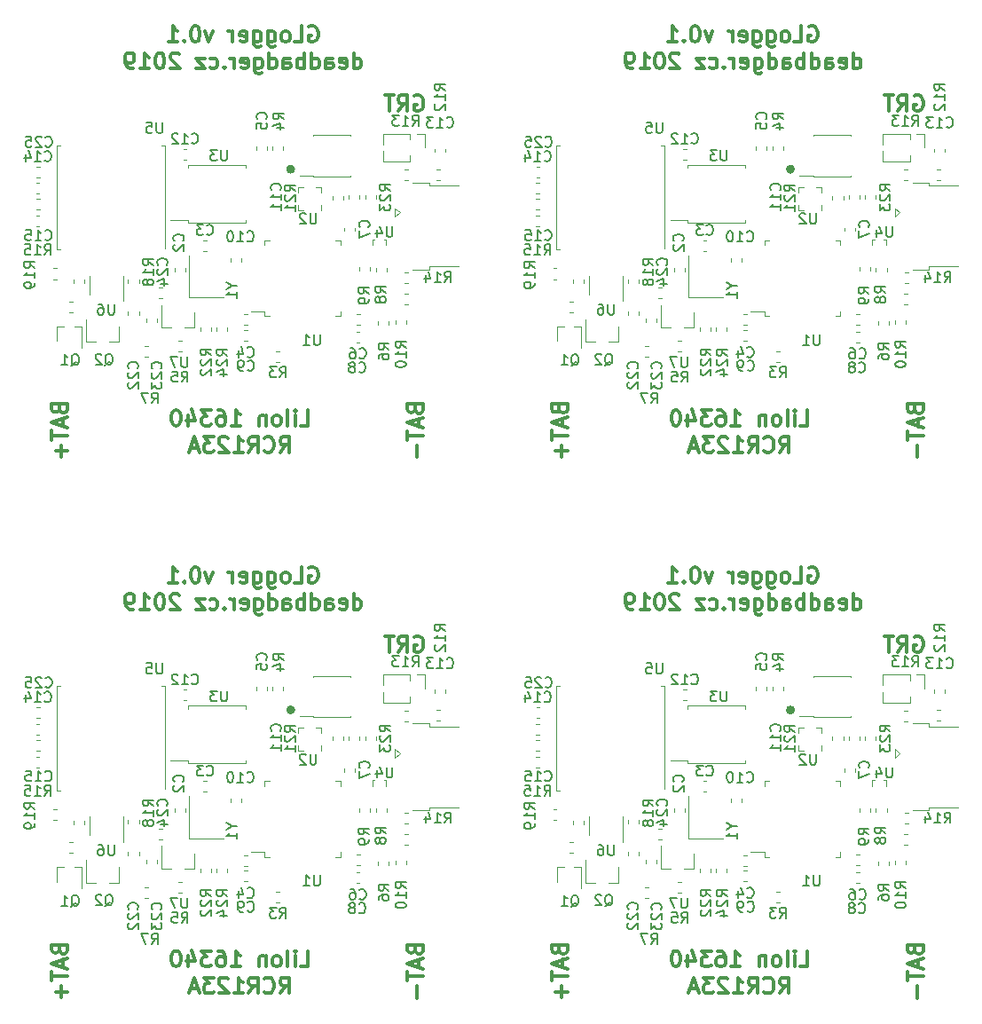
<source format=gbr>
G04 #@! TF.GenerationSoftware,KiCad,Pcbnew,5.1.4*
G04 #@! TF.CreationDate,2019-09-20T10:22:23+02:00*
G04 #@! TF.ProjectId,panel,70616e65-6c2e-46b6-9963-61645f706362,0.1*
G04 #@! TF.SameCoordinates,Original*
G04 #@! TF.FileFunction,Legend,Bot*
G04 #@! TF.FilePolarity,Positive*
%FSLAX46Y46*%
G04 Gerber Fmt 4.6, Leading zero omitted, Abs format (unit mm)*
G04 Created by KiCad (PCBNEW 5.1.4) date 2019-09-20 10:22:23*
%MOMM*%
%LPD*%
G04 APERTURE LIST*
%ADD10C,0.300000*%
%ADD11C,0.500000*%
%ADD12C,0.120000*%
%ADD13C,0.150000*%
G04 APERTURE END LIST*
D10*
X141685714Y-129675000D02*
X141828571Y-129603571D01*
X142042857Y-129603571D01*
X142257142Y-129675000D01*
X142400000Y-129817857D01*
X142471428Y-129960714D01*
X142542857Y-130246428D01*
X142542857Y-130460714D01*
X142471428Y-130746428D01*
X142400000Y-130889285D01*
X142257142Y-131032142D01*
X142042857Y-131103571D01*
X141900000Y-131103571D01*
X141685714Y-131032142D01*
X141614285Y-130960714D01*
X141614285Y-130460714D01*
X141900000Y-130460714D01*
X140257142Y-131103571D02*
X140971428Y-131103571D01*
X140971428Y-129603571D01*
X139542857Y-131103571D02*
X139685714Y-131032142D01*
X139757142Y-130960714D01*
X139828571Y-130817857D01*
X139828571Y-130389285D01*
X139757142Y-130246428D01*
X139685714Y-130175000D01*
X139542857Y-130103571D01*
X139328571Y-130103571D01*
X139185714Y-130175000D01*
X139114285Y-130246428D01*
X139042857Y-130389285D01*
X139042857Y-130817857D01*
X139114285Y-130960714D01*
X139185714Y-131032142D01*
X139328571Y-131103571D01*
X139542857Y-131103571D01*
X137757142Y-130103571D02*
X137757142Y-131317857D01*
X137828571Y-131460714D01*
X137900000Y-131532142D01*
X138042857Y-131603571D01*
X138257142Y-131603571D01*
X138400000Y-131532142D01*
X137757142Y-131032142D02*
X137900000Y-131103571D01*
X138185714Y-131103571D01*
X138328571Y-131032142D01*
X138400000Y-130960714D01*
X138471428Y-130817857D01*
X138471428Y-130389285D01*
X138400000Y-130246428D01*
X138328571Y-130175000D01*
X138185714Y-130103571D01*
X137900000Y-130103571D01*
X137757142Y-130175000D01*
X136400000Y-130103571D02*
X136400000Y-131317857D01*
X136471428Y-131460714D01*
X136542857Y-131532142D01*
X136685714Y-131603571D01*
X136900000Y-131603571D01*
X137042857Y-131532142D01*
X136400000Y-131032142D02*
X136542857Y-131103571D01*
X136828571Y-131103571D01*
X136971428Y-131032142D01*
X137042857Y-130960714D01*
X137114285Y-130817857D01*
X137114285Y-130389285D01*
X137042857Y-130246428D01*
X136971428Y-130175000D01*
X136828571Y-130103571D01*
X136542857Y-130103571D01*
X136400000Y-130175000D01*
X135114285Y-131032142D02*
X135257142Y-131103571D01*
X135542857Y-131103571D01*
X135685714Y-131032142D01*
X135757142Y-130889285D01*
X135757142Y-130317857D01*
X135685714Y-130175000D01*
X135542857Y-130103571D01*
X135257142Y-130103571D01*
X135114285Y-130175000D01*
X135042857Y-130317857D01*
X135042857Y-130460714D01*
X135757142Y-130603571D01*
X134400000Y-131103571D02*
X134400000Y-130103571D01*
X134400000Y-130389285D02*
X134328571Y-130246428D01*
X134257142Y-130175000D01*
X134114285Y-130103571D01*
X133971428Y-130103571D01*
X132471428Y-130103571D02*
X132114285Y-131103571D01*
X131757142Y-130103571D01*
X130900000Y-129603571D02*
X130757142Y-129603571D01*
X130614285Y-129675000D01*
X130542857Y-129746428D01*
X130471428Y-129889285D01*
X130400000Y-130175000D01*
X130400000Y-130532142D01*
X130471428Y-130817857D01*
X130542857Y-130960714D01*
X130614285Y-131032142D01*
X130757142Y-131103571D01*
X130900000Y-131103571D01*
X131042857Y-131032142D01*
X131114285Y-130960714D01*
X131185714Y-130817857D01*
X131257142Y-130532142D01*
X131257142Y-130175000D01*
X131185714Y-129889285D01*
X131114285Y-129746428D01*
X131042857Y-129675000D01*
X130900000Y-129603571D01*
X129757142Y-130960714D02*
X129685714Y-131032142D01*
X129757142Y-131103571D01*
X129828571Y-131032142D01*
X129757142Y-130960714D01*
X129757142Y-131103571D01*
X128257142Y-131103571D02*
X129114285Y-131103571D01*
X128685714Y-131103571D02*
X128685714Y-129603571D01*
X128828571Y-129817857D01*
X128971428Y-129960714D01*
X129114285Y-130032142D01*
X145935714Y-133653571D02*
X145935714Y-132153571D01*
X145935714Y-133582142D02*
X146078571Y-133653571D01*
X146364285Y-133653571D01*
X146507142Y-133582142D01*
X146578571Y-133510714D01*
X146650000Y-133367857D01*
X146650000Y-132939285D01*
X146578571Y-132796428D01*
X146507142Y-132725000D01*
X146364285Y-132653571D01*
X146078571Y-132653571D01*
X145935714Y-132725000D01*
X144650000Y-133582142D02*
X144792857Y-133653571D01*
X145078571Y-133653571D01*
X145221428Y-133582142D01*
X145292857Y-133439285D01*
X145292857Y-132867857D01*
X145221428Y-132725000D01*
X145078571Y-132653571D01*
X144792857Y-132653571D01*
X144650000Y-132725000D01*
X144578571Y-132867857D01*
X144578571Y-133010714D01*
X145292857Y-133153571D01*
X143292857Y-133653571D02*
X143292857Y-132867857D01*
X143364285Y-132725000D01*
X143507142Y-132653571D01*
X143792857Y-132653571D01*
X143935714Y-132725000D01*
X143292857Y-133582142D02*
X143435714Y-133653571D01*
X143792857Y-133653571D01*
X143935714Y-133582142D01*
X144007142Y-133439285D01*
X144007142Y-133296428D01*
X143935714Y-133153571D01*
X143792857Y-133082142D01*
X143435714Y-133082142D01*
X143292857Y-133010714D01*
X141935714Y-133653571D02*
X141935714Y-132153571D01*
X141935714Y-133582142D02*
X142078571Y-133653571D01*
X142364285Y-133653571D01*
X142507142Y-133582142D01*
X142578571Y-133510714D01*
X142650000Y-133367857D01*
X142650000Y-132939285D01*
X142578571Y-132796428D01*
X142507142Y-132725000D01*
X142364285Y-132653571D01*
X142078571Y-132653571D01*
X141935714Y-132725000D01*
X141221428Y-133653571D02*
X141221428Y-132153571D01*
X141221428Y-132725000D02*
X141078571Y-132653571D01*
X140792857Y-132653571D01*
X140650000Y-132725000D01*
X140578571Y-132796428D01*
X140507142Y-132939285D01*
X140507142Y-133367857D01*
X140578571Y-133510714D01*
X140650000Y-133582142D01*
X140792857Y-133653571D01*
X141078571Y-133653571D01*
X141221428Y-133582142D01*
X139221428Y-133653571D02*
X139221428Y-132867857D01*
X139292857Y-132725000D01*
X139435714Y-132653571D01*
X139721428Y-132653571D01*
X139864285Y-132725000D01*
X139221428Y-133582142D02*
X139364285Y-133653571D01*
X139721428Y-133653571D01*
X139864285Y-133582142D01*
X139935714Y-133439285D01*
X139935714Y-133296428D01*
X139864285Y-133153571D01*
X139721428Y-133082142D01*
X139364285Y-133082142D01*
X139221428Y-133010714D01*
X137864285Y-133653571D02*
X137864285Y-132153571D01*
X137864285Y-133582142D02*
X138007142Y-133653571D01*
X138292857Y-133653571D01*
X138435714Y-133582142D01*
X138507142Y-133510714D01*
X138578571Y-133367857D01*
X138578571Y-132939285D01*
X138507142Y-132796428D01*
X138435714Y-132725000D01*
X138292857Y-132653571D01*
X138007142Y-132653571D01*
X137864285Y-132725000D01*
X136507142Y-132653571D02*
X136507142Y-133867857D01*
X136578571Y-134010714D01*
X136650000Y-134082142D01*
X136792857Y-134153571D01*
X137007142Y-134153571D01*
X137150000Y-134082142D01*
X136507142Y-133582142D02*
X136650000Y-133653571D01*
X136935714Y-133653571D01*
X137078571Y-133582142D01*
X137150000Y-133510714D01*
X137221428Y-133367857D01*
X137221428Y-132939285D01*
X137150000Y-132796428D01*
X137078571Y-132725000D01*
X136935714Y-132653571D01*
X136650000Y-132653571D01*
X136507142Y-132725000D01*
X135221428Y-133582142D02*
X135364285Y-133653571D01*
X135650000Y-133653571D01*
X135792857Y-133582142D01*
X135864285Y-133439285D01*
X135864285Y-132867857D01*
X135792857Y-132725000D01*
X135650000Y-132653571D01*
X135364285Y-132653571D01*
X135221428Y-132725000D01*
X135150000Y-132867857D01*
X135150000Y-133010714D01*
X135864285Y-133153571D01*
X134507142Y-133653571D02*
X134507142Y-132653571D01*
X134507142Y-132939285D02*
X134435714Y-132796428D01*
X134364285Y-132725000D01*
X134221428Y-132653571D01*
X134078571Y-132653571D01*
X133578571Y-133510714D02*
X133507142Y-133582142D01*
X133578571Y-133653571D01*
X133650000Y-133582142D01*
X133578571Y-133510714D01*
X133578571Y-133653571D01*
X132221428Y-133582142D02*
X132364285Y-133653571D01*
X132650000Y-133653571D01*
X132792857Y-133582142D01*
X132864285Y-133510714D01*
X132935714Y-133367857D01*
X132935714Y-132939285D01*
X132864285Y-132796428D01*
X132792857Y-132725000D01*
X132650000Y-132653571D01*
X132364285Y-132653571D01*
X132221428Y-132725000D01*
X131721428Y-132653571D02*
X130935714Y-132653571D01*
X131721428Y-133653571D01*
X130935714Y-133653571D01*
X129292857Y-132296428D02*
X129221428Y-132225000D01*
X129078571Y-132153571D01*
X128721428Y-132153571D01*
X128578571Y-132225000D01*
X128507142Y-132296428D01*
X128435714Y-132439285D01*
X128435714Y-132582142D01*
X128507142Y-132796428D01*
X129364285Y-133653571D01*
X128435714Y-133653571D01*
X127507142Y-132153571D02*
X127364285Y-132153571D01*
X127221428Y-132225000D01*
X127150000Y-132296428D01*
X127078571Y-132439285D01*
X127007142Y-132725000D01*
X127007142Y-133082142D01*
X127078571Y-133367857D01*
X127150000Y-133510714D01*
X127221428Y-133582142D01*
X127364285Y-133653571D01*
X127507142Y-133653571D01*
X127650000Y-133582142D01*
X127721428Y-133510714D01*
X127792857Y-133367857D01*
X127864285Y-133082142D01*
X127864285Y-132725000D01*
X127792857Y-132439285D01*
X127721428Y-132296428D01*
X127650000Y-132225000D01*
X127507142Y-132153571D01*
X125578571Y-133653571D02*
X126435714Y-133653571D01*
X126007142Y-133653571D02*
X126007142Y-132153571D01*
X126150000Y-132367857D01*
X126292857Y-132510714D01*
X126435714Y-132582142D01*
X124864285Y-133653571D02*
X124578571Y-133653571D01*
X124435714Y-133582142D01*
X124364285Y-133510714D01*
X124221428Y-133296428D01*
X124150000Y-133010714D01*
X124150000Y-132439285D01*
X124221428Y-132296428D01*
X124292857Y-132225000D01*
X124435714Y-132153571D01*
X124721428Y-132153571D01*
X124864285Y-132225000D01*
X124935714Y-132296428D01*
X125007142Y-132439285D01*
X125007142Y-132796428D01*
X124935714Y-132939285D01*
X124864285Y-133010714D01*
X124721428Y-133082142D01*
X124435714Y-133082142D01*
X124292857Y-133010714D01*
X124221428Y-132939285D01*
X124150000Y-132796428D01*
X117842857Y-166139285D02*
X117914285Y-166353571D01*
X117985714Y-166425000D01*
X118128571Y-166496428D01*
X118342857Y-166496428D01*
X118485714Y-166425000D01*
X118557142Y-166353571D01*
X118628571Y-166210714D01*
X118628571Y-165639285D01*
X117128571Y-165639285D01*
X117128571Y-166139285D01*
X117200000Y-166282142D01*
X117271428Y-166353571D01*
X117414285Y-166425000D01*
X117557142Y-166425000D01*
X117700000Y-166353571D01*
X117771428Y-166282142D01*
X117842857Y-166139285D01*
X117842857Y-165639285D01*
X118200000Y-167067857D02*
X118200000Y-167782142D01*
X118628571Y-166925000D02*
X117128571Y-167425000D01*
X118628571Y-167925000D01*
X117128571Y-168210714D02*
X117128571Y-169067857D01*
X118628571Y-168639285D02*
X117128571Y-168639285D01*
X118057142Y-169567857D02*
X118057142Y-170710714D01*
X118628571Y-170139285D02*
X117485714Y-170139285D01*
X151792857Y-166164285D02*
X151864285Y-166378571D01*
X151935714Y-166450000D01*
X152078571Y-166521428D01*
X152292857Y-166521428D01*
X152435714Y-166450000D01*
X152507142Y-166378571D01*
X152578571Y-166235714D01*
X152578571Y-165664285D01*
X151078571Y-165664285D01*
X151078571Y-166164285D01*
X151150000Y-166307142D01*
X151221428Y-166378571D01*
X151364285Y-166450000D01*
X151507142Y-166450000D01*
X151650000Y-166378571D01*
X151721428Y-166307142D01*
X151792857Y-166164285D01*
X151792857Y-165664285D01*
X152150000Y-167092857D02*
X152150000Y-167807142D01*
X152578571Y-166950000D02*
X151078571Y-167450000D01*
X152578571Y-167950000D01*
X151078571Y-168235714D02*
X151078571Y-169092857D01*
X152578571Y-168664285D02*
X151078571Y-168664285D01*
X152007142Y-169592857D02*
X152007142Y-170735714D01*
X140850000Y-167728571D02*
X141564285Y-167728571D01*
X141564285Y-166228571D01*
X140350000Y-167728571D02*
X140350000Y-166728571D01*
X140350000Y-166228571D02*
X140421428Y-166300000D01*
X140350000Y-166371428D01*
X140278571Y-166300000D01*
X140350000Y-166228571D01*
X140350000Y-166371428D01*
X139635714Y-167728571D02*
X139635714Y-166228571D01*
X138707142Y-167728571D02*
X138850000Y-167657142D01*
X138921428Y-167585714D01*
X138992857Y-167442857D01*
X138992857Y-167014285D01*
X138921428Y-166871428D01*
X138850000Y-166800000D01*
X138707142Y-166728571D01*
X138492857Y-166728571D01*
X138350000Y-166800000D01*
X138278571Y-166871428D01*
X138207142Y-167014285D01*
X138207142Y-167442857D01*
X138278571Y-167585714D01*
X138350000Y-167657142D01*
X138492857Y-167728571D01*
X138707142Y-167728571D01*
X137564285Y-166728571D02*
X137564285Y-167728571D01*
X137564285Y-166871428D02*
X137492857Y-166800000D01*
X137350000Y-166728571D01*
X137135714Y-166728571D01*
X136992857Y-166800000D01*
X136921428Y-166942857D01*
X136921428Y-167728571D01*
X134278571Y-167728571D02*
X135135714Y-167728571D01*
X134707142Y-167728571D02*
X134707142Y-166228571D01*
X134850000Y-166442857D01*
X134992857Y-166585714D01*
X135135714Y-166657142D01*
X132992857Y-166228571D02*
X133278571Y-166228571D01*
X133421428Y-166300000D01*
X133492857Y-166371428D01*
X133635714Y-166585714D01*
X133707142Y-166871428D01*
X133707142Y-167442857D01*
X133635714Y-167585714D01*
X133564285Y-167657142D01*
X133421428Y-167728571D01*
X133135714Y-167728571D01*
X132992857Y-167657142D01*
X132921428Y-167585714D01*
X132850000Y-167442857D01*
X132850000Y-167085714D01*
X132921428Y-166942857D01*
X132992857Y-166871428D01*
X133135714Y-166800000D01*
X133421428Y-166800000D01*
X133564285Y-166871428D01*
X133635714Y-166942857D01*
X133707142Y-167085714D01*
X132350000Y-166228571D02*
X131421428Y-166228571D01*
X131921428Y-166800000D01*
X131707142Y-166800000D01*
X131564285Y-166871428D01*
X131492857Y-166942857D01*
X131421428Y-167085714D01*
X131421428Y-167442857D01*
X131492857Y-167585714D01*
X131564285Y-167657142D01*
X131707142Y-167728571D01*
X132135714Y-167728571D01*
X132278571Y-167657142D01*
X132350000Y-167585714D01*
X130135714Y-166728571D02*
X130135714Y-167728571D01*
X130492857Y-166157142D02*
X130850000Y-167228571D01*
X129921428Y-167228571D01*
X129064285Y-166228571D02*
X128921428Y-166228571D01*
X128778571Y-166300000D01*
X128707142Y-166371428D01*
X128635714Y-166514285D01*
X128564285Y-166800000D01*
X128564285Y-167157142D01*
X128635714Y-167442857D01*
X128707142Y-167585714D01*
X128778571Y-167657142D01*
X128921428Y-167728571D01*
X129064285Y-167728571D01*
X129207142Y-167657142D01*
X129278571Y-167585714D01*
X129350000Y-167442857D01*
X129421428Y-167157142D01*
X129421428Y-166800000D01*
X129350000Y-166514285D01*
X129278571Y-166371428D01*
X129207142Y-166300000D01*
X129064285Y-166228571D01*
X138921428Y-170278571D02*
X139421428Y-169564285D01*
X139778571Y-170278571D02*
X139778571Y-168778571D01*
X139207142Y-168778571D01*
X139064285Y-168850000D01*
X138992857Y-168921428D01*
X138921428Y-169064285D01*
X138921428Y-169278571D01*
X138992857Y-169421428D01*
X139064285Y-169492857D01*
X139207142Y-169564285D01*
X139778571Y-169564285D01*
X137421428Y-170135714D02*
X137492857Y-170207142D01*
X137707142Y-170278571D01*
X137850000Y-170278571D01*
X138064285Y-170207142D01*
X138207142Y-170064285D01*
X138278571Y-169921428D01*
X138350000Y-169635714D01*
X138350000Y-169421428D01*
X138278571Y-169135714D01*
X138207142Y-168992857D01*
X138064285Y-168850000D01*
X137850000Y-168778571D01*
X137707142Y-168778571D01*
X137492857Y-168850000D01*
X137421428Y-168921428D01*
X135921428Y-170278571D02*
X136421428Y-169564285D01*
X136778571Y-170278571D02*
X136778571Y-168778571D01*
X136207142Y-168778571D01*
X136064285Y-168850000D01*
X135992857Y-168921428D01*
X135921428Y-169064285D01*
X135921428Y-169278571D01*
X135992857Y-169421428D01*
X136064285Y-169492857D01*
X136207142Y-169564285D01*
X136778571Y-169564285D01*
X134492857Y-170278571D02*
X135350000Y-170278571D01*
X134921428Y-170278571D02*
X134921428Y-168778571D01*
X135064285Y-168992857D01*
X135207142Y-169135714D01*
X135350000Y-169207142D01*
X133921428Y-168921428D02*
X133850000Y-168850000D01*
X133707142Y-168778571D01*
X133350000Y-168778571D01*
X133207142Y-168850000D01*
X133135714Y-168921428D01*
X133064285Y-169064285D01*
X133064285Y-169207142D01*
X133135714Y-169421428D01*
X133992857Y-170278571D01*
X133064285Y-170278571D01*
X132564285Y-168778571D02*
X131635714Y-168778571D01*
X132135714Y-169350000D01*
X131921428Y-169350000D01*
X131778571Y-169421428D01*
X131707142Y-169492857D01*
X131635714Y-169635714D01*
X131635714Y-169992857D01*
X131707142Y-170135714D01*
X131778571Y-170207142D01*
X131921428Y-170278571D01*
X132350000Y-170278571D01*
X132492857Y-170207142D01*
X132564285Y-170135714D01*
X131064285Y-169850000D02*
X130350000Y-169850000D01*
X131207142Y-170278571D02*
X130707142Y-168778571D01*
X130207142Y-170278571D01*
X151753571Y-136275000D02*
X151896428Y-136203571D01*
X152110714Y-136203571D01*
X152325000Y-136275000D01*
X152467857Y-136417857D01*
X152539285Y-136560714D01*
X152610714Y-136846428D01*
X152610714Y-137060714D01*
X152539285Y-137346428D01*
X152467857Y-137489285D01*
X152325000Y-137632142D01*
X152110714Y-137703571D01*
X151967857Y-137703571D01*
X151753571Y-137632142D01*
X151682142Y-137560714D01*
X151682142Y-137060714D01*
X151967857Y-137060714D01*
X150182142Y-137703571D02*
X150682142Y-136989285D01*
X151039285Y-137703571D02*
X151039285Y-136203571D01*
X150467857Y-136203571D01*
X150325000Y-136275000D01*
X150253571Y-136346428D01*
X150182142Y-136489285D01*
X150182142Y-136703571D01*
X150253571Y-136846428D01*
X150325000Y-136917857D01*
X150467857Y-136989285D01*
X151039285Y-136989285D01*
X149753571Y-136203571D02*
X148896428Y-136203571D01*
X149325000Y-137703571D02*
X149325000Y-136203571D01*
D11*
X140105278Y-143250000D02*
G75*
G03X140105278Y-143250000I-180278J0D01*
G01*
X92405278Y-143250000D02*
G75*
G03X92405278Y-143250000I-180278J0D01*
G01*
D10*
X93985714Y-129675000D02*
X94128571Y-129603571D01*
X94342857Y-129603571D01*
X94557142Y-129675000D01*
X94700000Y-129817857D01*
X94771428Y-129960714D01*
X94842857Y-130246428D01*
X94842857Y-130460714D01*
X94771428Y-130746428D01*
X94700000Y-130889285D01*
X94557142Y-131032142D01*
X94342857Y-131103571D01*
X94200000Y-131103571D01*
X93985714Y-131032142D01*
X93914285Y-130960714D01*
X93914285Y-130460714D01*
X94200000Y-130460714D01*
X92557142Y-131103571D02*
X93271428Y-131103571D01*
X93271428Y-129603571D01*
X91842857Y-131103571D02*
X91985714Y-131032142D01*
X92057142Y-130960714D01*
X92128571Y-130817857D01*
X92128571Y-130389285D01*
X92057142Y-130246428D01*
X91985714Y-130175000D01*
X91842857Y-130103571D01*
X91628571Y-130103571D01*
X91485714Y-130175000D01*
X91414285Y-130246428D01*
X91342857Y-130389285D01*
X91342857Y-130817857D01*
X91414285Y-130960714D01*
X91485714Y-131032142D01*
X91628571Y-131103571D01*
X91842857Y-131103571D01*
X90057142Y-130103571D02*
X90057142Y-131317857D01*
X90128571Y-131460714D01*
X90200000Y-131532142D01*
X90342857Y-131603571D01*
X90557142Y-131603571D01*
X90700000Y-131532142D01*
X90057142Y-131032142D02*
X90200000Y-131103571D01*
X90485714Y-131103571D01*
X90628571Y-131032142D01*
X90700000Y-130960714D01*
X90771428Y-130817857D01*
X90771428Y-130389285D01*
X90700000Y-130246428D01*
X90628571Y-130175000D01*
X90485714Y-130103571D01*
X90200000Y-130103571D01*
X90057142Y-130175000D01*
X88700000Y-130103571D02*
X88700000Y-131317857D01*
X88771428Y-131460714D01*
X88842857Y-131532142D01*
X88985714Y-131603571D01*
X89200000Y-131603571D01*
X89342857Y-131532142D01*
X88700000Y-131032142D02*
X88842857Y-131103571D01*
X89128571Y-131103571D01*
X89271428Y-131032142D01*
X89342857Y-130960714D01*
X89414285Y-130817857D01*
X89414285Y-130389285D01*
X89342857Y-130246428D01*
X89271428Y-130175000D01*
X89128571Y-130103571D01*
X88842857Y-130103571D01*
X88700000Y-130175000D01*
X87414285Y-131032142D02*
X87557142Y-131103571D01*
X87842857Y-131103571D01*
X87985714Y-131032142D01*
X88057142Y-130889285D01*
X88057142Y-130317857D01*
X87985714Y-130175000D01*
X87842857Y-130103571D01*
X87557142Y-130103571D01*
X87414285Y-130175000D01*
X87342857Y-130317857D01*
X87342857Y-130460714D01*
X88057142Y-130603571D01*
X86700000Y-131103571D02*
X86700000Y-130103571D01*
X86700000Y-130389285D02*
X86628571Y-130246428D01*
X86557142Y-130175000D01*
X86414285Y-130103571D01*
X86271428Y-130103571D01*
X84771428Y-130103571D02*
X84414285Y-131103571D01*
X84057142Y-130103571D01*
X83200000Y-129603571D02*
X83057142Y-129603571D01*
X82914285Y-129675000D01*
X82842857Y-129746428D01*
X82771428Y-129889285D01*
X82700000Y-130175000D01*
X82700000Y-130532142D01*
X82771428Y-130817857D01*
X82842857Y-130960714D01*
X82914285Y-131032142D01*
X83057142Y-131103571D01*
X83200000Y-131103571D01*
X83342857Y-131032142D01*
X83414285Y-130960714D01*
X83485714Y-130817857D01*
X83557142Y-130532142D01*
X83557142Y-130175000D01*
X83485714Y-129889285D01*
X83414285Y-129746428D01*
X83342857Y-129675000D01*
X83200000Y-129603571D01*
X82057142Y-130960714D02*
X81985714Y-131032142D01*
X82057142Y-131103571D01*
X82128571Y-131032142D01*
X82057142Y-130960714D01*
X82057142Y-131103571D01*
X80557142Y-131103571D02*
X81414285Y-131103571D01*
X80985714Y-131103571D02*
X80985714Y-129603571D01*
X81128571Y-129817857D01*
X81271428Y-129960714D01*
X81414285Y-130032142D01*
X98235714Y-133653571D02*
X98235714Y-132153571D01*
X98235714Y-133582142D02*
X98378571Y-133653571D01*
X98664285Y-133653571D01*
X98807142Y-133582142D01*
X98878571Y-133510714D01*
X98950000Y-133367857D01*
X98950000Y-132939285D01*
X98878571Y-132796428D01*
X98807142Y-132725000D01*
X98664285Y-132653571D01*
X98378571Y-132653571D01*
X98235714Y-132725000D01*
X96950000Y-133582142D02*
X97092857Y-133653571D01*
X97378571Y-133653571D01*
X97521428Y-133582142D01*
X97592857Y-133439285D01*
X97592857Y-132867857D01*
X97521428Y-132725000D01*
X97378571Y-132653571D01*
X97092857Y-132653571D01*
X96950000Y-132725000D01*
X96878571Y-132867857D01*
X96878571Y-133010714D01*
X97592857Y-133153571D01*
X95592857Y-133653571D02*
X95592857Y-132867857D01*
X95664285Y-132725000D01*
X95807142Y-132653571D01*
X96092857Y-132653571D01*
X96235714Y-132725000D01*
X95592857Y-133582142D02*
X95735714Y-133653571D01*
X96092857Y-133653571D01*
X96235714Y-133582142D01*
X96307142Y-133439285D01*
X96307142Y-133296428D01*
X96235714Y-133153571D01*
X96092857Y-133082142D01*
X95735714Y-133082142D01*
X95592857Y-133010714D01*
X94235714Y-133653571D02*
X94235714Y-132153571D01*
X94235714Y-133582142D02*
X94378571Y-133653571D01*
X94664285Y-133653571D01*
X94807142Y-133582142D01*
X94878571Y-133510714D01*
X94950000Y-133367857D01*
X94950000Y-132939285D01*
X94878571Y-132796428D01*
X94807142Y-132725000D01*
X94664285Y-132653571D01*
X94378571Y-132653571D01*
X94235714Y-132725000D01*
X93521428Y-133653571D02*
X93521428Y-132153571D01*
X93521428Y-132725000D02*
X93378571Y-132653571D01*
X93092857Y-132653571D01*
X92950000Y-132725000D01*
X92878571Y-132796428D01*
X92807142Y-132939285D01*
X92807142Y-133367857D01*
X92878571Y-133510714D01*
X92950000Y-133582142D01*
X93092857Y-133653571D01*
X93378571Y-133653571D01*
X93521428Y-133582142D01*
X91521428Y-133653571D02*
X91521428Y-132867857D01*
X91592857Y-132725000D01*
X91735714Y-132653571D01*
X92021428Y-132653571D01*
X92164285Y-132725000D01*
X91521428Y-133582142D02*
X91664285Y-133653571D01*
X92021428Y-133653571D01*
X92164285Y-133582142D01*
X92235714Y-133439285D01*
X92235714Y-133296428D01*
X92164285Y-133153571D01*
X92021428Y-133082142D01*
X91664285Y-133082142D01*
X91521428Y-133010714D01*
X90164285Y-133653571D02*
X90164285Y-132153571D01*
X90164285Y-133582142D02*
X90307142Y-133653571D01*
X90592857Y-133653571D01*
X90735714Y-133582142D01*
X90807142Y-133510714D01*
X90878571Y-133367857D01*
X90878571Y-132939285D01*
X90807142Y-132796428D01*
X90735714Y-132725000D01*
X90592857Y-132653571D01*
X90307142Y-132653571D01*
X90164285Y-132725000D01*
X88807142Y-132653571D02*
X88807142Y-133867857D01*
X88878571Y-134010714D01*
X88950000Y-134082142D01*
X89092857Y-134153571D01*
X89307142Y-134153571D01*
X89450000Y-134082142D01*
X88807142Y-133582142D02*
X88950000Y-133653571D01*
X89235714Y-133653571D01*
X89378571Y-133582142D01*
X89450000Y-133510714D01*
X89521428Y-133367857D01*
X89521428Y-132939285D01*
X89450000Y-132796428D01*
X89378571Y-132725000D01*
X89235714Y-132653571D01*
X88950000Y-132653571D01*
X88807142Y-132725000D01*
X87521428Y-133582142D02*
X87664285Y-133653571D01*
X87950000Y-133653571D01*
X88092857Y-133582142D01*
X88164285Y-133439285D01*
X88164285Y-132867857D01*
X88092857Y-132725000D01*
X87950000Y-132653571D01*
X87664285Y-132653571D01*
X87521428Y-132725000D01*
X87450000Y-132867857D01*
X87450000Y-133010714D01*
X88164285Y-133153571D01*
X86807142Y-133653571D02*
X86807142Y-132653571D01*
X86807142Y-132939285D02*
X86735714Y-132796428D01*
X86664285Y-132725000D01*
X86521428Y-132653571D01*
X86378571Y-132653571D01*
X85878571Y-133510714D02*
X85807142Y-133582142D01*
X85878571Y-133653571D01*
X85950000Y-133582142D01*
X85878571Y-133510714D01*
X85878571Y-133653571D01*
X84521428Y-133582142D02*
X84664285Y-133653571D01*
X84950000Y-133653571D01*
X85092857Y-133582142D01*
X85164285Y-133510714D01*
X85235714Y-133367857D01*
X85235714Y-132939285D01*
X85164285Y-132796428D01*
X85092857Y-132725000D01*
X84950000Y-132653571D01*
X84664285Y-132653571D01*
X84521428Y-132725000D01*
X84021428Y-132653571D02*
X83235714Y-132653571D01*
X84021428Y-133653571D01*
X83235714Y-133653571D01*
X81592857Y-132296428D02*
X81521428Y-132225000D01*
X81378571Y-132153571D01*
X81021428Y-132153571D01*
X80878571Y-132225000D01*
X80807142Y-132296428D01*
X80735714Y-132439285D01*
X80735714Y-132582142D01*
X80807142Y-132796428D01*
X81664285Y-133653571D01*
X80735714Y-133653571D01*
X79807142Y-132153571D02*
X79664285Y-132153571D01*
X79521428Y-132225000D01*
X79450000Y-132296428D01*
X79378571Y-132439285D01*
X79307142Y-132725000D01*
X79307142Y-133082142D01*
X79378571Y-133367857D01*
X79450000Y-133510714D01*
X79521428Y-133582142D01*
X79664285Y-133653571D01*
X79807142Y-133653571D01*
X79950000Y-133582142D01*
X80021428Y-133510714D01*
X80092857Y-133367857D01*
X80164285Y-133082142D01*
X80164285Y-132725000D01*
X80092857Y-132439285D01*
X80021428Y-132296428D01*
X79950000Y-132225000D01*
X79807142Y-132153571D01*
X77878571Y-133653571D02*
X78735714Y-133653571D01*
X78307142Y-133653571D02*
X78307142Y-132153571D01*
X78450000Y-132367857D01*
X78592857Y-132510714D01*
X78735714Y-132582142D01*
X77164285Y-133653571D02*
X76878571Y-133653571D01*
X76735714Y-133582142D01*
X76664285Y-133510714D01*
X76521428Y-133296428D01*
X76450000Y-133010714D01*
X76450000Y-132439285D01*
X76521428Y-132296428D01*
X76592857Y-132225000D01*
X76735714Y-132153571D01*
X77021428Y-132153571D01*
X77164285Y-132225000D01*
X77235714Y-132296428D01*
X77307142Y-132439285D01*
X77307142Y-132796428D01*
X77235714Y-132939285D01*
X77164285Y-133010714D01*
X77021428Y-133082142D01*
X76735714Y-133082142D01*
X76592857Y-133010714D01*
X76521428Y-132939285D01*
X76450000Y-132796428D01*
X70142857Y-166139285D02*
X70214285Y-166353571D01*
X70285714Y-166425000D01*
X70428571Y-166496428D01*
X70642857Y-166496428D01*
X70785714Y-166425000D01*
X70857142Y-166353571D01*
X70928571Y-166210714D01*
X70928571Y-165639285D01*
X69428571Y-165639285D01*
X69428571Y-166139285D01*
X69500000Y-166282142D01*
X69571428Y-166353571D01*
X69714285Y-166425000D01*
X69857142Y-166425000D01*
X70000000Y-166353571D01*
X70071428Y-166282142D01*
X70142857Y-166139285D01*
X70142857Y-165639285D01*
X70500000Y-167067857D02*
X70500000Y-167782142D01*
X70928571Y-166925000D02*
X69428571Y-167425000D01*
X70928571Y-167925000D01*
X69428571Y-168210714D02*
X69428571Y-169067857D01*
X70928571Y-168639285D02*
X69428571Y-168639285D01*
X70357142Y-169567857D02*
X70357142Y-170710714D01*
X70928571Y-170139285D02*
X69785714Y-170139285D01*
X104092857Y-166164285D02*
X104164285Y-166378571D01*
X104235714Y-166450000D01*
X104378571Y-166521428D01*
X104592857Y-166521428D01*
X104735714Y-166450000D01*
X104807142Y-166378571D01*
X104878571Y-166235714D01*
X104878571Y-165664285D01*
X103378571Y-165664285D01*
X103378571Y-166164285D01*
X103450000Y-166307142D01*
X103521428Y-166378571D01*
X103664285Y-166450000D01*
X103807142Y-166450000D01*
X103950000Y-166378571D01*
X104021428Y-166307142D01*
X104092857Y-166164285D01*
X104092857Y-165664285D01*
X104450000Y-167092857D02*
X104450000Y-167807142D01*
X104878571Y-166950000D02*
X103378571Y-167450000D01*
X104878571Y-167950000D01*
X103378571Y-168235714D02*
X103378571Y-169092857D01*
X104878571Y-168664285D02*
X103378571Y-168664285D01*
X104307142Y-169592857D02*
X104307142Y-170735714D01*
X93150000Y-167728571D02*
X93864285Y-167728571D01*
X93864285Y-166228571D01*
X92650000Y-167728571D02*
X92650000Y-166728571D01*
X92650000Y-166228571D02*
X92721428Y-166300000D01*
X92650000Y-166371428D01*
X92578571Y-166300000D01*
X92650000Y-166228571D01*
X92650000Y-166371428D01*
X91935714Y-167728571D02*
X91935714Y-166228571D01*
X91007142Y-167728571D02*
X91150000Y-167657142D01*
X91221428Y-167585714D01*
X91292857Y-167442857D01*
X91292857Y-167014285D01*
X91221428Y-166871428D01*
X91150000Y-166800000D01*
X91007142Y-166728571D01*
X90792857Y-166728571D01*
X90650000Y-166800000D01*
X90578571Y-166871428D01*
X90507142Y-167014285D01*
X90507142Y-167442857D01*
X90578571Y-167585714D01*
X90650000Y-167657142D01*
X90792857Y-167728571D01*
X91007142Y-167728571D01*
X89864285Y-166728571D02*
X89864285Y-167728571D01*
X89864285Y-166871428D02*
X89792857Y-166800000D01*
X89650000Y-166728571D01*
X89435714Y-166728571D01*
X89292857Y-166800000D01*
X89221428Y-166942857D01*
X89221428Y-167728571D01*
X86578571Y-167728571D02*
X87435714Y-167728571D01*
X87007142Y-167728571D02*
X87007142Y-166228571D01*
X87150000Y-166442857D01*
X87292857Y-166585714D01*
X87435714Y-166657142D01*
X85292857Y-166228571D02*
X85578571Y-166228571D01*
X85721428Y-166300000D01*
X85792857Y-166371428D01*
X85935714Y-166585714D01*
X86007142Y-166871428D01*
X86007142Y-167442857D01*
X85935714Y-167585714D01*
X85864285Y-167657142D01*
X85721428Y-167728571D01*
X85435714Y-167728571D01*
X85292857Y-167657142D01*
X85221428Y-167585714D01*
X85150000Y-167442857D01*
X85150000Y-167085714D01*
X85221428Y-166942857D01*
X85292857Y-166871428D01*
X85435714Y-166800000D01*
X85721428Y-166800000D01*
X85864285Y-166871428D01*
X85935714Y-166942857D01*
X86007142Y-167085714D01*
X84650000Y-166228571D02*
X83721428Y-166228571D01*
X84221428Y-166800000D01*
X84007142Y-166800000D01*
X83864285Y-166871428D01*
X83792857Y-166942857D01*
X83721428Y-167085714D01*
X83721428Y-167442857D01*
X83792857Y-167585714D01*
X83864285Y-167657142D01*
X84007142Y-167728571D01*
X84435714Y-167728571D01*
X84578571Y-167657142D01*
X84650000Y-167585714D01*
X82435714Y-166728571D02*
X82435714Y-167728571D01*
X82792857Y-166157142D02*
X83150000Y-167228571D01*
X82221428Y-167228571D01*
X81364285Y-166228571D02*
X81221428Y-166228571D01*
X81078571Y-166300000D01*
X81007142Y-166371428D01*
X80935714Y-166514285D01*
X80864285Y-166800000D01*
X80864285Y-167157142D01*
X80935714Y-167442857D01*
X81007142Y-167585714D01*
X81078571Y-167657142D01*
X81221428Y-167728571D01*
X81364285Y-167728571D01*
X81507142Y-167657142D01*
X81578571Y-167585714D01*
X81650000Y-167442857D01*
X81721428Y-167157142D01*
X81721428Y-166800000D01*
X81650000Y-166514285D01*
X81578571Y-166371428D01*
X81507142Y-166300000D01*
X81364285Y-166228571D01*
X91221428Y-170278571D02*
X91721428Y-169564285D01*
X92078571Y-170278571D02*
X92078571Y-168778571D01*
X91507142Y-168778571D01*
X91364285Y-168850000D01*
X91292857Y-168921428D01*
X91221428Y-169064285D01*
X91221428Y-169278571D01*
X91292857Y-169421428D01*
X91364285Y-169492857D01*
X91507142Y-169564285D01*
X92078571Y-169564285D01*
X89721428Y-170135714D02*
X89792857Y-170207142D01*
X90007142Y-170278571D01*
X90150000Y-170278571D01*
X90364285Y-170207142D01*
X90507142Y-170064285D01*
X90578571Y-169921428D01*
X90650000Y-169635714D01*
X90650000Y-169421428D01*
X90578571Y-169135714D01*
X90507142Y-168992857D01*
X90364285Y-168850000D01*
X90150000Y-168778571D01*
X90007142Y-168778571D01*
X89792857Y-168850000D01*
X89721428Y-168921428D01*
X88221428Y-170278571D02*
X88721428Y-169564285D01*
X89078571Y-170278571D02*
X89078571Y-168778571D01*
X88507142Y-168778571D01*
X88364285Y-168850000D01*
X88292857Y-168921428D01*
X88221428Y-169064285D01*
X88221428Y-169278571D01*
X88292857Y-169421428D01*
X88364285Y-169492857D01*
X88507142Y-169564285D01*
X89078571Y-169564285D01*
X86792857Y-170278571D02*
X87650000Y-170278571D01*
X87221428Y-170278571D02*
X87221428Y-168778571D01*
X87364285Y-168992857D01*
X87507142Y-169135714D01*
X87650000Y-169207142D01*
X86221428Y-168921428D02*
X86150000Y-168850000D01*
X86007142Y-168778571D01*
X85650000Y-168778571D01*
X85507142Y-168850000D01*
X85435714Y-168921428D01*
X85364285Y-169064285D01*
X85364285Y-169207142D01*
X85435714Y-169421428D01*
X86292857Y-170278571D01*
X85364285Y-170278571D01*
X84864285Y-168778571D02*
X83935714Y-168778571D01*
X84435714Y-169350000D01*
X84221428Y-169350000D01*
X84078571Y-169421428D01*
X84007142Y-169492857D01*
X83935714Y-169635714D01*
X83935714Y-169992857D01*
X84007142Y-170135714D01*
X84078571Y-170207142D01*
X84221428Y-170278571D01*
X84650000Y-170278571D01*
X84792857Y-170207142D01*
X84864285Y-170135714D01*
X83364285Y-169850000D02*
X82650000Y-169850000D01*
X83507142Y-170278571D02*
X83007142Y-168778571D01*
X82507142Y-170278571D01*
X104053571Y-136275000D02*
X104196428Y-136203571D01*
X104410714Y-136203571D01*
X104625000Y-136275000D01*
X104767857Y-136417857D01*
X104839285Y-136560714D01*
X104910714Y-136846428D01*
X104910714Y-137060714D01*
X104839285Y-137346428D01*
X104767857Y-137489285D01*
X104625000Y-137632142D01*
X104410714Y-137703571D01*
X104267857Y-137703571D01*
X104053571Y-137632142D01*
X103982142Y-137560714D01*
X103982142Y-137060714D01*
X104267857Y-137060714D01*
X102482142Y-137703571D02*
X102982142Y-136989285D01*
X103339285Y-137703571D02*
X103339285Y-136203571D01*
X102767857Y-136203571D01*
X102625000Y-136275000D01*
X102553571Y-136346428D01*
X102482142Y-136489285D01*
X102482142Y-136703571D01*
X102553571Y-136846428D01*
X102625000Y-136917857D01*
X102767857Y-136989285D01*
X103339285Y-136989285D01*
X102053571Y-136203571D02*
X101196428Y-136203571D01*
X101625000Y-137703571D02*
X101625000Y-136203571D01*
D11*
X140105278Y-91650000D02*
G75*
G03X140105278Y-91650000I-180278J0D01*
G01*
D10*
X141685714Y-78075000D02*
X141828571Y-78003571D01*
X142042857Y-78003571D01*
X142257142Y-78075000D01*
X142400000Y-78217857D01*
X142471428Y-78360714D01*
X142542857Y-78646428D01*
X142542857Y-78860714D01*
X142471428Y-79146428D01*
X142400000Y-79289285D01*
X142257142Y-79432142D01*
X142042857Y-79503571D01*
X141900000Y-79503571D01*
X141685714Y-79432142D01*
X141614285Y-79360714D01*
X141614285Y-78860714D01*
X141900000Y-78860714D01*
X140257142Y-79503571D02*
X140971428Y-79503571D01*
X140971428Y-78003571D01*
X139542857Y-79503571D02*
X139685714Y-79432142D01*
X139757142Y-79360714D01*
X139828571Y-79217857D01*
X139828571Y-78789285D01*
X139757142Y-78646428D01*
X139685714Y-78575000D01*
X139542857Y-78503571D01*
X139328571Y-78503571D01*
X139185714Y-78575000D01*
X139114285Y-78646428D01*
X139042857Y-78789285D01*
X139042857Y-79217857D01*
X139114285Y-79360714D01*
X139185714Y-79432142D01*
X139328571Y-79503571D01*
X139542857Y-79503571D01*
X137757142Y-78503571D02*
X137757142Y-79717857D01*
X137828571Y-79860714D01*
X137900000Y-79932142D01*
X138042857Y-80003571D01*
X138257142Y-80003571D01*
X138400000Y-79932142D01*
X137757142Y-79432142D02*
X137900000Y-79503571D01*
X138185714Y-79503571D01*
X138328571Y-79432142D01*
X138400000Y-79360714D01*
X138471428Y-79217857D01*
X138471428Y-78789285D01*
X138400000Y-78646428D01*
X138328571Y-78575000D01*
X138185714Y-78503571D01*
X137900000Y-78503571D01*
X137757142Y-78575000D01*
X136400000Y-78503571D02*
X136400000Y-79717857D01*
X136471428Y-79860714D01*
X136542857Y-79932142D01*
X136685714Y-80003571D01*
X136900000Y-80003571D01*
X137042857Y-79932142D01*
X136400000Y-79432142D02*
X136542857Y-79503571D01*
X136828571Y-79503571D01*
X136971428Y-79432142D01*
X137042857Y-79360714D01*
X137114285Y-79217857D01*
X137114285Y-78789285D01*
X137042857Y-78646428D01*
X136971428Y-78575000D01*
X136828571Y-78503571D01*
X136542857Y-78503571D01*
X136400000Y-78575000D01*
X135114285Y-79432142D02*
X135257142Y-79503571D01*
X135542857Y-79503571D01*
X135685714Y-79432142D01*
X135757142Y-79289285D01*
X135757142Y-78717857D01*
X135685714Y-78575000D01*
X135542857Y-78503571D01*
X135257142Y-78503571D01*
X135114285Y-78575000D01*
X135042857Y-78717857D01*
X135042857Y-78860714D01*
X135757142Y-79003571D01*
X134400000Y-79503571D02*
X134400000Y-78503571D01*
X134400000Y-78789285D02*
X134328571Y-78646428D01*
X134257142Y-78575000D01*
X134114285Y-78503571D01*
X133971428Y-78503571D01*
X132471428Y-78503571D02*
X132114285Y-79503571D01*
X131757142Y-78503571D01*
X130900000Y-78003571D02*
X130757142Y-78003571D01*
X130614285Y-78075000D01*
X130542857Y-78146428D01*
X130471428Y-78289285D01*
X130400000Y-78575000D01*
X130400000Y-78932142D01*
X130471428Y-79217857D01*
X130542857Y-79360714D01*
X130614285Y-79432142D01*
X130757142Y-79503571D01*
X130900000Y-79503571D01*
X131042857Y-79432142D01*
X131114285Y-79360714D01*
X131185714Y-79217857D01*
X131257142Y-78932142D01*
X131257142Y-78575000D01*
X131185714Y-78289285D01*
X131114285Y-78146428D01*
X131042857Y-78075000D01*
X130900000Y-78003571D01*
X129757142Y-79360714D02*
X129685714Y-79432142D01*
X129757142Y-79503571D01*
X129828571Y-79432142D01*
X129757142Y-79360714D01*
X129757142Y-79503571D01*
X128257142Y-79503571D02*
X129114285Y-79503571D01*
X128685714Y-79503571D02*
X128685714Y-78003571D01*
X128828571Y-78217857D01*
X128971428Y-78360714D01*
X129114285Y-78432142D01*
X145935714Y-82053571D02*
X145935714Y-80553571D01*
X145935714Y-81982142D02*
X146078571Y-82053571D01*
X146364285Y-82053571D01*
X146507142Y-81982142D01*
X146578571Y-81910714D01*
X146650000Y-81767857D01*
X146650000Y-81339285D01*
X146578571Y-81196428D01*
X146507142Y-81125000D01*
X146364285Y-81053571D01*
X146078571Y-81053571D01*
X145935714Y-81125000D01*
X144650000Y-81982142D02*
X144792857Y-82053571D01*
X145078571Y-82053571D01*
X145221428Y-81982142D01*
X145292857Y-81839285D01*
X145292857Y-81267857D01*
X145221428Y-81125000D01*
X145078571Y-81053571D01*
X144792857Y-81053571D01*
X144650000Y-81125000D01*
X144578571Y-81267857D01*
X144578571Y-81410714D01*
X145292857Y-81553571D01*
X143292857Y-82053571D02*
X143292857Y-81267857D01*
X143364285Y-81125000D01*
X143507142Y-81053571D01*
X143792857Y-81053571D01*
X143935714Y-81125000D01*
X143292857Y-81982142D02*
X143435714Y-82053571D01*
X143792857Y-82053571D01*
X143935714Y-81982142D01*
X144007142Y-81839285D01*
X144007142Y-81696428D01*
X143935714Y-81553571D01*
X143792857Y-81482142D01*
X143435714Y-81482142D01*
X143292857Y-81410714D01*
X141935714Y-82053571D02*
X141935714Y-80553571D01*
X141935714Y-81982142D02*
X142078571Y-82053571D01*
X142364285Y-82053571D01*
X142507142Y-81982142D01*
X142578571Y-81910714D01*
X142650000Y-81767857D01*
X142650000Y-81339285D01*
X142578571Y-81196428D01*
X142507142Y-81125000D01*
X142364285Y-81053571D01*
X142078571Y-81053571D01*
X141935714Y-81125000D01*
X141221428Y-82053571D02*
X141221428Y-80553571D01*
X141221428Y-81125000D02*
X141078571Y-81053571D01*
X140792857Y-81053571D01*
X140650000Y-81125000D01*
X140578571Y-81196428D01*
X140507142Y-81339285D01*
X140507142Y-81767857D01*
X140578571Y-81910714D01*
X140650000Y-81982142D01*
X140792857Y-82053571D01*
X141078571Y-82053571D01*
X141221428Y-81982142D01*
X139221428Y-82053571D02*
X139221428Y-81267857D01*
X139292857Y-81125000D01*
X139435714Y-81053571D01*
X139721428Y-81053571D01*
X139864285Y-81125000D01*
X139221428Y-81982142D02*
X139364285Y-82053571D01*
X139721428Y-82053571D01*
X139864285Y-81982142D01*
X139935714Y-81839285D01*
X139935714Y-81696428D01*
X139864285Y-81553571D01*
X139721428Y-81482142D01*
X139364285Y-81482142D01*
X139221428Y-81410714D01*
X137864285Y-82053571D02*
X137864285Y-80553571D01*
X137864285Y-81982142D02*
X138007142Y-82053571D01*
X138292857Y-82053571D01*
X138435714Y-81982142D01*
X138507142Y-81910714D01*
X138578571Y-81767857D01*
X138578571Y-81339285D01*
X138507142Y-81196428D01*
X138435714Y-81125000D01*
X138292857Y-81053571D01*
X138007142Y-81053571D01*
X137864285Y-81125000D01*
X136507142Y-81053571D02*
X136507142Y-82267857D01*
X136578571Y-82410714D01*
X136650000Y-82482142D01*
X136792857Y-82553571D01*
X137007142Y-82553571D01*
X137150000Y-82482142D01*
X136507142Y-81982142D02*
X136650000Y-82053571D01*
X136935714Y-82053571D01*
X137078571Y-81982142D01*
X137150000Y-81910714D01*
X137221428Y-81767857D01*
X137221428Y-81339285D01*
X137150000Y-81196428D01*
X137078571Y-81125000D01*
X136935714Y-81053571D01*
X136650000Y-81053571D01*
X136507142Y-81125000D01*
X135221428Y-81982142D02*
X135364285Y-82053571D01*
X135650000Y-82053571D01*
X135792857Y-81982142D01*
X135864285Y-81839285D01*
X135864285Y-81267857D01*
X135792857Y-81125000D01*
X135650000Y-81053571D01*
X135364285Y-81053571D01*
X135221428Y-81125000D01*
X135150000Y-81267857D01*
X135150000Y-81410714D01*
X135864285Y-81553571D01*
X134507142Y-82053571D02*
X134507142Y-81053571D01*
X134507142Y-81339285D02*
X134435714Y-81196428D01*
X134364285Y-81125000D01*
X134221428Y-81053571D01*
X134078571Y-81053571D01*
X133578571Y-81910714D02*
X133507142Y-81982142D01*
X133578571Y-82053571D01*
X133650000Y-81982142D01*
X133578571Y-81910714D01*
X133578571Y-82053571D01*
X132221428Y-81982142D02*
X132364285Y-82053571D01*
X132650000Y-82053571D01*
X132792857Y-81982142D01*
X132864285Y-81910714D01*
X132935714Y-81767857D01*
X132935714Y-81339285D01*
X132864285Y-81196428D01*
X132792857Y-81125000D01*
X132650000Y-81053571D01*
X132364285Y-81053571D01*
X132221428Y-81125000D01*
X131721428Y-81053571D02*
X130935714Y-81053571D01*
X131721428Y-82053571D01*
X130935714Y-82053571D01*
X129292857Y-80696428D02*
X129221428Y-80625000D01*
X129078571Y-80553571D01*
X128721428Y-80553571D01*
X128578571Y-80625000D01*
X128507142Y-80696428D01*
X128435714Y-80839285D01*
X128435714Y-80982142D01*
X128507142Y-81196428D01*
X129364285Y-82053571D01*
X128435714Y-82053571D01*
X127507142Y-80553571D02*
X127364285Y-80553571D01*
X127221428Y-80625000D01*
X127150000Y-80696428D01*
X127078571Y-80839285D01*
X127007142Y-81125000D01*
X127007142Y-81482142D01*
X127078571Y-81767857D01*
X127150000Y-81910714D01*
X127221428Y-81982142D01*
X127364285Y-82053571D01*
X127507142Y-82053571D01*
X127650000Y-81982142D01*
X127721428Y-81910714D01*
X127792857Y-81767857D01*
X127864285Y-81482142D01*
X127864285Y-81125000D01*
X127792857Y-80839285D01*
X127721428Y-80696428D01*
X127650000Y-80625000D01*
X127507142Y-80553571D01*
X125578571Y-82053571D02*
X126435714Y-82053571D01*
X126007142Y-82053571D02*
X126007142Y-80553571D01*
X126150000Y-80767857D01*
X126292857Y-80910714D01*
X126435714Y-80982142D01*
X124864285Y-82053571D02*
X124578571Y-82053571D01*
X124435714Y-81982142D01*
X124364285Y-81910714D01*
X124221428Y-81696428D01*
X124150000Y-81410714D01*
X124150000Y-80839285D01*
X124221428Y-80696428D01*
X124292857Y-80625000D01*
X124435714Y-80553571D01*
X124721428Y-80553571D01*
X124864285Y-80625000D01*
X124935714Y-80696428D01*
X125007142Y-80839285D01*
X125007142Y-81196428D01*
X124935714Y-81339285D01*
X124864285Y-81410714D01*
X124721428Y-81482142D01*
X124435714Y-81482142D01*
X124292857Y-81410714D01*
X124221428Y-81339285D01*
X124150000Y-81196428D01*
X117842857Y-114539285D02*
X117914285Y-114753571D01*
X117985714Y-114825000D01*
X118128571Y-114896428D01*
X118342857Y-114896428D01*
X118485714Y-114825000D01*
X118557142Y-114753571D01*
X118628571Y-114610714D01*
X118628571Y-114039285D01*
X117128571Y-114039285D01*
X117128571Y-114539285D01*
X117200000Y-114682142D01*
X117271428Y-114753571D01*
X117414285Y-114825000D01*
X117557142Y-114825000D01*
X117700000Y-114753571D01*
X117771428Y-114682142D01*
X117842857Y-114539285D01*
X117842857Y-114039285D01*
X118200000Y-115467857D02*
X118200000Y-116182142D01*
X118628571Y-115325000D02*
X117128571Y-115825000D01*
X118628571Y-116325000D01*
X117128571Y-116610714D02*
X117128571Y-117467857D01*
X118628571Y-117039285D02*
X117128571Y-117039285D01*
X118057142Y-117967857D02*
X118057142Y-119110714D01*
X118628571Y-118539285D02*
X117485714Y-118539285D01*
X151792857Y-114564285D02*
X151864285Y-114778571D01*
X151935714Y-114850000D01*
X152078571Y-114921428D01*
X152292857Y-114921428D01*
X152435714Y-114850000D01*
X152507142Y-114778571D01*
X152578571Y-114635714D01*
X152578571Y-114064285D01*
X151078571Y-114064285D01*
X151078571Y-114564285D01*
X151150000Y-114707142D01*
X151221428Y-114778571D01*
X151364285Y-114850000D01*
X151507142Y-114850000D01*
X151650000Y-114778571D01*
X151721428Y-114707142D01*
X151792857Y-114564285D01*
X151792857Y-114064285D01*
X152150000Y-115492857D02*
X152150000Y-116207142D01*
X152578571Y-115350000D02*
X151078571Y-115850000D01*
X152578571Y-116350000D01*
X151078571Y-116635714D02*
X151078571Y-117492857D01*
X152578571Y-117064285D02*
X151078571Y-117064285D01*
X152007142Y-117992857D02*
X152007142Y-119135714D01*
X140850000Y-116128571D02*
X141564285Y-116128571D01*
X141564285Y-114628571D01*
X140350000Y-116128571D02*
X140350000Y-115128571D01*
X140350000Y-114628571D02*
X140421428Y-114700000D01*
X140350000Y-114771428D01*
X140278571Y-114700000D01*
X140350000Y-114628571D01*
X140350000Y-114771428D01*
X139635714Y-116128571D02*
X139635714Y-114628571D01*
X138707142Y-116128571D02*
X138850000Y-116057142D01*
X138921428Y-115985714D01*
X138992857Y-115842857D01*
X138992857Y-115414285D01*
X138921428Y-115271428D01*
X138850000Y-115200000D01*
X138707142Y-115128571D01*
X138492857Y-115128571D01*
X138350000Y-115200000D01*
X138278571Y-115271428D01*
X138207142Y-115414285D01*
X138207142Y-115842857D01*
X138278571Y-115985714D01*
X138350000Y-116057142D01*
X138492857Y-116128571D01*
X138707142Y-116128571D01*
X137564285Y-115128571D02*
X137564285Y-116128571D01*
X137564285Y-115271428D02*
X137492857Y-115200000D01*
X137350000Y-115128571D01*
X137135714Y-115128571D01*
X136992857Y-115200000D01*
X136921428Y-115342857D01*
X136921428Y-116128571D01*
X134278571Y-116128571D02*
X135135714Y-116128571D01*
X134707142Y-116128571D02*
X134707142Y-114628571D01*
X134850000Y-114842857D01*
X134992857Y-114985714D01*
X135135714Y-115057142D01*
X132992857Y-114628571D02*
X133278571Y-114628571D01*
X133421428Y-114700000D01*
X133492857Y-114771428D01*
X133635714Y-114985714D01*
X133707142Y-115271428D01*
X133707142Y-115842857D01*
X133635714Y-115985714D01*
X133564285Y-116057142D01*
X133421428Y-116128571D01*
X133135714Y-116128571D01*
X132992857Y-116057142D01*
X132921428Y-115985714D01*
X132850000Y-115842857D01*
X132850000Y-115485714D01*
X132921428Y-115342857D01*
X132992857Y-115271428D01*
X133135714Y-115200000D01*
X133421428Y-115200000D01*
X133564285Y-115271428D01*
X133635714Y-115342857D01*
X133707142Y-115485714D01*
X132350000Y-114628571D02*
X131421428Y-114628571D01*
X131921428Y-115200000D01*
X131707142Y-115200000D01*
X131564285Y-115271428D01*
X131492857Y-115342857D01*
X131421428Y-115485714D01*
X131421428Y-115842857D01*
X131492857Y-115985714D01*
X131564285Y-116057142D01*
X131707142Y-116128571D01*
X132135714Y-116128571D01*
X132278571Y-116057142D01*
X132350000Y-115985714D01*
X130135714Y-115128571D02*
X130135714Y-116128571D01*
X130492857Y-114557142D02*
X130850000Y-115628571D01*
X129921428Y-115628571D01*
X129064285Y-114628571D02*
X128921428Y-114628571D01*
X128778571Y-114700000D01*
X128707142Y-114771428D01*
X128635714Y-114914285D01*
X128564285Y-115200000D01*
X128564285Y-115557142D01*
X128635714Y-115842857D01*
X128707142Y-115985714D01*
X128778571Y-116057142D01*
X128921428Y-116128571D01*
X129064285Y-116128571D01*
X129207142Y-116057142D01*
X129278571Y-115985714D01*
X129350000Y-115842857D01*
X129421428Y-115557142D01*
X129421428Y-115200000D01*
X129350000Y-114914285D01*
X129278571Y-114771428D01*
X129207142Y-114700000D01*
X129064285Y-114628571D01*
X138921428Y-118678571D02*
X139421428Y-117964285D01*
X139778571Y-118678571D02*
X139778571Y-117178571D01*
X139207142Y-117178571D01*
X139064285Y-117250000D01*
X138992857Y-117321428D01*
X138921428Y-117464285D01*
X138921428Y-117678571D01*
X138992857Y-117821428D01*
X139064285Y-117892857D01*
X139207142Y-117964285D01*
X139778571Y-117964285D01*
X137421428Y-118535714D02*
X137492857Y-118607142D01*
X137707142Y-118678571D01*
X137850000Y-118678571D01*
X138064285Y-118607142D01*
X138207142Y-118464285D01*
X138278571Y-118321428D01*
X138350000Y-118035714D01*
X138350000Y-117821428D01*
X138278571Y-117535714D01*
X138207142Y-117392857D01*
X138064285Y-117250000D01*
X137850000Y-117178571D01*
X137707142Y-117178571D01*
X137492857Y-117250000D01*
X137421428Y-117321428D01*
X135921428Y-118678571D02*
X136421428Y-117964285D01*
X136778571Y-118678571D02*
X136778571Y-117178571D01*
X136207142Y-117178571D01*
X136064285Y-117250000D01*
X135992857Y-117321428D01*
X135921428Y-117464285D01*
X135921428Y-117678571D01*
X135992857Y-117821428D01*
X136064285Y-117892857D01*
X136207142Y-117964285D01*
X136778571Y-117964285D01*
X134492857Y-118678571D02*
X135350000Y-118678571D01*
X134921428Y-118678571D02*
X134921428Y-117178571D01*
X135064285Y-117392857D01*
X135207142Y-117535714D01*
X135350000Y-117607142D01*
X133921428Y-117321428D02*
X133850000Y-117250000D01*
X133707142Y-117178571D01*
X133350000Y-117178571D01*
X133207142Y-117250000D01*
X133135714Y-117321428D01*
X133064285Y-117464285D01*
X133064285Y-117607142D01*
X133135714Y-117821428D01*
X133992857Y-118678571D01*
X133064285Y-118678571D01*
X132564285Y-117178571D02*
X131635714Y-117178571D01*
X132135714Y-117750000D01*
X131921428Y-117750000D01*
X131778571Y-117821428D01*
X131707142Y-117892857D01*
X131635714Y-118035714D01*
X131635714Y-118392857D01*
X131707142Y-118535714D01*
X131778571Y-118607142D01*
X131921428Y-118678571D01*
X132350000Y-118678571D01*
X132492857Y-118607142D01*
X132564285Y-118535714D01*
X131064285Y-118250000D02*
X130350000Y-118250000D01*
X131207142Y-118678571D02*
X130707142Y-117178571D01*
X130207142Y-118678571D01*
X151753571Y-84675000D02*
X151896428Y-84603571D01*
X152110714Y-84603571D01*
X152325000Y-84675000D01*
X152467857Y-84817857D01*
X152539285Y-84960714D01*
X152610714Y-85246428D01*
X152610714Y-85460714D01*
X152539285Y-85746428D01*
X152467857Y-85889285D01*
X152325000Y-86032142D01*
X152110714Y-86103571D01*
X151967857Y-86103571D01*
X151753571Y-86032142D01*
X151682142Y-85960714D01*
X151682142Y-85460714D01*
X151967857Y-85460714D01*
X150182142Y-86103571D02*
X150682142Y-85389285D01*
X151039285Y-86103571D02*
X151039285Y-84603571D01*
X150467857Y-84603571D01*
X150325000Y-84675000D01*
X150253571Y-84746428D01*
X150182142Y-84889285D01*
X150182142Y-85103571D01*
X150253571Y-85246428D01*
X150325000Y-85317857D01*
X150467857Y-85389285D01*
X151039285Y-85389285D01*
X149753571Y-84603571D02*
X148896428Y-84603571D01*
X149325000Y-86103571D02*
X149325000Y-84603571D01*
D11*
X92405278Y-91650000D02*
G75*
G03X92405278Y-91650000I-180278J0D01*
G01*
D10*
X104053571Y-84675000D02*
X104196428Y-84603571D01*
X104410714Y-84603571D01*
X104625000Y-84675000D01*
X104767857Y-84817857D01*
X104839285Y-84960714D01*
X104910714Y-85246428D01*
X104910714Y-85460714D01*
X104839285Y-85746428D01*
X104767857Y-85889285D01*
X104625000Y-86032142D01*
X104410714Y-86103571D01*
X104267857Y-86103571D01*
X104053571Y-86032142D01*
X103982142Y-85960714D01*
X103982142Y-85460714D01*
X104267857Y-85460714D01*
X102482142Y-86103571D02*
X102982142Y-85389285D01*
X103339285Y-86103571D02*
X103339285Y-84603571D01*
X102767857Y-84603571D01*
X102625000Y-84675000D01*
X102553571Y-84746428D01*
X102482142Y-84889285D01*
X102482142Y-85103571D01*
X102553571Y-85246428D01*
X102625000Y-85317857D01*
X102767857Y-85389285D01*
X103339285Y-85389285D01*
X102053571Y-84603571D02*
X101196428Y-84603571D01*
X101625000Y-86103571D02*
X101625000Y-84603571D01*
X93150000Y-116128571D02*
X93864285Y-116128571D01*
X93864285Y-114628571D01*
X92650000Y-116128571D02*
X92650000Y-115128571D01*
X92650000Y-114628571D02*
X92721428Y-114700000D01*
X92650000Y-114771428D01*
X92578571Y-114700000D01*
X92650000Y-114628571D01*
X92650000Y-114771428D01*
X91935714Y-116128571D02*
X91935714Y-114628571D01*
X91007142Y-116128571D02*
X91150000Y-116057142D01*
X91221428Y-115985714D01*
X91292857Y-115842857D01*
X91292857Y-115414285D01*
X91221428Y-115271428D01*
X91150000Y-115200000D01*
X91007142Y-115128571D01*
X90792857Y-115128571D01*
X90650000Y-115200000D01*
X90578571Y-115271428D01*
X90507142Y-115414285D01*
X90507142Y-115842857D01*
X90578571Y-115985714D01*
X90650000Y-116057142D01*
X90792857Y-116128571D01*
X91007142Y-116128571D01*
X89864285Y-115128571D02*
X89864285Y-116128571D01*
X89864285Y-115271428D02*
X89792857Y-115200000D01*
X89650000Y-115128571D01*
X89435714Y-115128571D01*
X89292857Y-115200000D01*
X89221428Y-115342857D01*
X89221428Y-116128571D01*
X86578571Y-116128571D02*
X87435714Y-116128571D01*
X87007142Y-116128571D02*
X87007142Y-114628571D01*
X87150000Y-114842857D01*
X87292857Y-114985714D01*
X87435714Y-115057142D01*
X85292857Y-114628571D02*
X85578571Y-114628571D01*
X85721428Y-114700000D01*
X85792857Y-114771428D01*
X85935714Y-114985714D01*
X86007142Y-115271428D01*
X86007142Y-115842857D01*
X85935714Y-115985714D01*
X85864285Y-116057142D01*
X85721428Y-116128571D01*
X85435714Y-116128571D01*
X85292857Y-116057142D01*
X85221428Y-115985714D01*
X85150000Y-115842857D01*
X85150000Y-115485714D01*
X85221428Y-115342857D01*
X85292857Y-115271428D01*
X85435714Y-115200000D01*
X85721428Y-115200000D01*
X85864285Y-115271428D01*
X85935714Y-115342857D01*
X86007142Y-115485714D01*
X84650000Y-114628571D02*
X83721428Y-114628571D01*
X84221428Y-115200000D01*
X84007142Y-115200000D01*
X83864285Y-115271428D01*
X83792857Y-115342857D01*
X83721428Y-115485714D01*
X83721428Y-115842857D01*
X83792857Y-115985714D01*
X83864285Y-116057142D01*
X84007142Y-116128571D01*
X84435714Y-116128571D01*
X84578571Y-116057142D01*
X84650000Y-115985714D01*
X82435714Y-115128571D02*
X82435714Y-116128571D01*
X82792857Y-114557142D02*
X83150000Y-115628571D01*
X82221428Y-115628571D01*
X81364285Y-114628571D02*
X81221428Y-114628571D01*
X81078571Y-114700000D01*
X81007142Y-114771428D01*
X80935714Y-114914285D01*
X80864285Y-115200000D01*
X80864285Y-115557142D01*
X80935714Y-115842857D01*
X81007142Y-115985714D01*
X81078571Y-116057142D01*
X81221428Y-116128571D01*
X81364285Y-116128571D01*
X81507142Y-116057142D01*
X81578571Y-115985714D01*
X81650000Y-115842857D01*
X81721428Y-115557142D01*
X81721428Y-115200000D01*
X81650000Y-114914285D01*
X81578571Y-114771428D01*
X81507142Y-114700000D01*
X81364285Y-114628571D01*
X91221428Y-118678571D02*
X91721428Y-117964285D01*
X92078571Y-118678571D02*
X92078571Y-117178571D01*
X91507142Y-117178571D01*
X91364285Y-117250000D01*
X91292857Y-117321428D01*
X91221428Y-117464285D01*
X91221428Y-117678571D01*
X91292857Y-117821428D01*
X91364285Y-117892857D01*
X91507142Y-117964285D01*
X92078571Y-117964285D01*
X89721428Y-118535714D02*
X89792857Y-118607142D01*
X90007142Y-118678571D01*
X90150000Y-118678571D01*
X90364285Y-118607142D01*
X90507142Y-118464285D01*
X90578571Y-118321428D01*
X90650000Y-118035714D01*
X90650000Y-117821428D01*
X90578571Y-117535714D01*
X90507142Y-117392857D01*
X90364285Y-117250000D01*
X90150000Y-117178571D01*
X90007142Y-117178571D01*
X89792857Y-117250000D01*
X89721428Y-117321428D01*
X88221428Y-118678571D02*
X88721428Y-117964285D01*
X89078571Y-118678571D02*
X89078571Y-117178571D01*
X88507142Y-117178571D01*
X88364285Y-117250000D01*
X88292857Y-117321428D01*
X88221428Y-117464285D01*
X88221428Y-117678571D01*
X88292857Y-117821428D01*
X88364285Y-117892857D01*
X88507142Y-117964285D01*
X89078571Y-117964285D01*
X86792857Y-118678571D02*
X87650000Y-118678571D01*
X87221428Y-118678571D02*
X87221428Y-117178571D01*
X87364285Y-117392857D01*
X87507142Y-117535714D01*
X87650000Y-117607142D01*
X86221428Y-117321428D02*
X86150000Y-117250000D01*
X86007142Y-117178571D01*
X85650000Y-117178571D01*
X85507142Y-117250000D01*
X85435714Y-117321428D01*
X85364285Y-117464285D01*
X85364285Y-117607142D01*
X85435714Y-117821428D01*
X86292857Y-118678571D01*
X85364285Y-118678571D01*
X84864285Y-117178571D02*
X83935714Y-117178571D01*
X84435714Y-117750000D01*
X84221428Y-117750000D01*
X84078571Y-117821428D01*
X84007142Y-117892857D01*
X83935714Y-118035714D01*
X83935714Y-118392857D01*
X84007142Y-118535714D01*
X84078571Y-118607142D01*
X84221428Y-118678571D01*
X84650000Y-118678571D01*
X84792857Y-118607142D01*
X84864285Y-118535714D01*
X83364285Y-118250000D02*
X82650000Y-118250000D01*
X83507142Y-118678571D02*
X83007142Y-117178571D01*
X82507142Y-118678571D01*
X104092857Y-114564285D02*
X104164285Y-114778571D01*
X104235714Y-114850000D01*
X104378571Y-114921428D01*
X104592857Y-114921428D01*
X104735714Y-114850000D01*
X104807142Y-114778571D01*
X104878571Y-114635714D01*
X104878571Y-114064285D01*
X103378571Y-114064285D01*
X103378571Y-114564285D01*
X103450000Y-114707142D01*
X103521428Y-114778571D01*
X103664285Y-114850000D01*
X103807142Y-114850000D01*
X103950000Y-114778571D01*
X104021428Y-114707142D01*
X104092857Y-114564285D01*
X104092857Y-114064285D01*
X104450000Y-115492857D02*
X104450000Y-116207142D01*
X104878571Y-115350000D02*
X103378571Y-115850000D01*
X104878571Y-116350000D01*
X103378571Y-116635714D02*
X103378571Y-117492857D01*
X104878571Y-117064285D02*
X103378571Y-117064285D01*
X104307142Y-117992857D02*
X104307142Y-119135714D01*
X70142857Y-114539285D02*
X70214285Y-114753571D01*
X70285714Y-114825000D01*
X70428571Y-114896428D01*
X70642857Y-114896428D01*
X70785714Y-114825000D01*
X70857142Y-114753571D01*
X70928571Y-114610714D01*
X70928571Y-114039285D01*
X69428571Y-114039285D01*
X69428571Y-114539285D01*
X69500000Y-114682142D01*
X69571428Y-114753571D01*
X69714285Y-114825000D01*
X69857142Y-114825000D01*
X70000000Y-114753571D01*
X70071428Y-114682142D01*
X70142857Y-114539285D01*
X70142857Y-114039285D01*
X70500000Y-115467857D02*
X70500000Y-116182142D01*
X70928571Y-115325000D02*
X69428571Y-115825000D01*
X70928571Y-116325000D01*
X69428571Y-116610714D02*
X69428571Y-117467857D01*
X70928571Y-117039285D02*
X69428571Y-117039285D01*
X70357142Y-117967857D02*
X70357142Y-119110714D01*
X70928571Y-118539285D02*
X69785714Y-118539285D01*
X93985714Y-78075000D02*
X94128571Y-78003571D01*
X94342857Y-78003571D01*
X94557142Y-78075000D01*
X94700000Y-78217857D01*
X94771428Y-78360714D01*
X94842857Y-78646428D01*
X94842857Y-78860714D01*
X94771428Y-79146428D01*
X94700000Y-79289285D01*
X94557142Y-79432142D01*
X94342857Y-79503571D01*
X94200000Y-79503571D01*
X93985714Y-79432142D01*
X93914285Y-79360714D01*
X93914285Y-78860714D01*
X94200000Y-78860714D01*
X92557142Y-79503571D02*
X93271428Y-79503571D01*
X93271428Y-78003571D01*
X91842857Y-79503571D02*
X91985714Y-79432142D01*
X92057142Y-79360714D01*
X92128571Y-79217857D01*
X92128571Y-78789285D01*
X92057142Y-78646428D01*
X91985714Y-78575000D01*
X91842857Y-78503571D01*
X91628571Y-78503571D01*
X91485714Y-78575000D01*
X91414285Y-78646428D01*
X91342857Y-78789285D01*
X91342857Y-79217857D01*
X91414285Y-79360714D01*
X91485714Y-79432142D01*
X91628571Y-79503571D01*
X91842857Y-79503571D01*
X90057142Y-78503571D02*
X90057142Y-79717857D01*
X90128571Y-79860714D01*
X90200000Y-79932142D01*
X90342857Y-80003571D01*
X90557142Y-80003571D01*
X90700000Y-79932142D01*
X90057142Y-79432142D02*
X90200000Y-79503571D01*
X90485714Y-79503571D01*
X90628571Y-79432142D01*
X90700000Y-79360714D01*
X90771428Y-79217857D01*
X90771428Y-78789285D01*
X90700000Y-78646428D01*
X90628571Y-78575000D01*
X90485714Y-78503571D01*
X90200000Y-78503571D01*
X90057142Y-78575000D01*
X88700000Y-78503571D02*
X88700000Y-79717857D01*
X88771428Y-79860714D01*
X88842857Y-79932142D01*
X88985714Y-80003571D01*
X89200000Y-80003571D01*
X89342857Y-79932142D01*
X88700000Y-79432142D02*
X88842857Y-79503571D01*
X89128571Y-79503571D01*
X89271428Y-79432142D01*
X89342857Y-79360714D01*
X89414285Y-79217857D01*
X89414285Y-78789285D01*
X89342857Y-78646428D01*
X89271428Y-78575000D01*
X89128571Y-78503571D01*
X88842857Y-78503571D01*
X88700000Y-78575000D01*
X87414285Y-79432142D02*
X87557142Y-79503571D01*
X87842857Y-79503571D01*
X87985714Y-79432142D01*
X88057142Y-79289285D01*
X88057142Y-78717857D01*
X87985714Y-78575000D01*
X87842857Y-78503571D01*
X87557142Y-78503571D01*
X87414285Y-78575000D01*
X87342857Y-78717857D01*
X87342857Y-78860714D01*
X88057142Y-79003571D01*
X86700000Y-79503571D02*
X86700000Y-78503571D01*
X86700000Y-78789285D02*
X86628571Y-78646428D01*
X86557142Y-78575000D01*
X86414285Y-78503571D01*
X86271428Y-78503571D01*
X84771428Y-78503571D02*
X84414285Y-79503571D01*
X84057142Y-78503571D01*
X83200000Y-78003571D02*
X83057142Y-78003571D01*
X82914285Y-78075000D01*
X82842857Y-78146428D01*
X82771428Y-78289285D01*
X82700000Y-78575000D01*
X82700000Y-78932142D01*
X82771428Y-79217857D01*
X82842857Y-79360714D01*
X82914285Y-79432142D01*
X83057142Y-79503571D01*
X83200000Y-79503571D01*
X83342857Y-79432142D01*
X83414285Y-79360714D01*
X83485714Y-79217857D01*
X83557142Y-78932142D01*
X83557142Y-78575000D01*
X83485714Y-78289285D01*
X83414285Y-78146428D01*
X83342857Y-78075000D01*
X83200000Y-78003571D01*
X82057142Y-79360714D02*
X81985714Y-79432142D01*
X82057142Y-79503571D01*
X82128571Y-79432142D01*
X82057142Y-79360714D01*
X82057142Y-79503571D01*
X80557142Y-79503571D02*
X81414285Y-79503571D01*
X80985714Y-79503571D02*
X80985714Y-78003571D01*
X81128571Y-78217857D01*
X81271428Y-78360714D01*
X81414285Y-78432142D01*
X98235714Y-82053571D02*
X98235714Y-80553571D01*
X98235714Y-81982142D02*
X98378571Y-82053571D01*
X98664285Y-82053571D01*
X98807142Y-81982142D01*
X98878571Y-81910714D01*
X98950000Y-81767857D01*
X98950000Y-81339285D01*
X98878571Y-81196428D01*
X98807142Y-81125000D01*
X98664285Y-81053571D01*
X98378571Y-81053571D01*
X98235714Y-81125000D01*
X96950000Y-81982142D02*
X97092857Y-82053571D01*
X97378571Y-82053571D01*
X97521428Y-81982142D01*
X97592857Y-81839285D01*
X97592857Y-81267857D01*
X97521428Y-81125000D01*
X97378571Y-81053571D01*
X97092857Y-81053571D01*
X96950000Y-81125000D01*
X96878571Y-81267857D01*
X96878571Y-81410714D01*
X97592857Y-81553571D01*
X95592857Y-82053571D02*
X95592857Y-81267857D01*
X95664285Y-81125000D01*
X95807142Y-81053571D01*
X96092857Y-81053571D01*
X96235714Y-81125000D01*
X95592857Y-81982142D02*
X95735714Y-82053571D01*
X96092857Y-82053571D01*
X96235714Y-81982142D01*
X96307142Y-81839285D01*
X96307142Y-81696428D01*
X96235714Y-81553571D01*
X96092857Y-81482142D01*
X95735714Y-81482142D01*
X95592857Y-81410714D01*
X94235714Y-82053571D02*
X94235714Y-80553571D01*
X94235714Y-81982142D02*
X94378571Y-82053571D01*
X94664285Y-82053571D01*
X94807142Y-81982142D01*
X94878571Y-81910714D01*
X94950000Y-81767857D01*
X94950000Y-81339285D01*
X94878571Y-81196428D01*
X94807142Y-81125000D01*
X94664285Y-81053571D01*
X94378571Y-81053571D01*
X94235714Y-81125000D01*
X93521428Y-82053571D02*
X93521428Y-80553571D01*
X93521428Y-81125000D02*
X93378571Y-81053571D01*
X93092857Y-81053571D01*
X92950000Y-81125000D01*
X92878571Y-81196428D01*
X92807142Y-81339285D01*
X92807142Y-81767857D01*
X92878571Y-81910714D01*
X92950000Y-81982142D01*
X93092857Y-82053571D01*
X93378571Y-82053571D01*
X93521428Y-81982142D01*
X91521428Y-82053571D02*
X91521428Y-81267857D01*
X91592857Y-81125000D01*
X91735714Y-81053571D01*
X92021428Y-81053571D01*
X92164285Y-81125000D01*
X91521428Y-81982142D02*
X91664285Y-82053571D01*
X92021428Y-82053571D01*
X92164285Y-81982142D01*
X92235714Y-81839285D01*
X92235714Y-81696428D01*
X92164285Y-81553571D01*
X92021428Y-81482142D01*
X91664285Y-81482142D01*
X91521428Y-81410714D01*
X90164285Y-82053571D02*
X90164285Y-80553571D01*
X90164285Y-81982142D02*
X90307142Y-82053571D01*
X90592857Y-82053571D01*
X90735714Y-81982142D01*
X90807142Y-81910714D01*
X90878571Y-81767857D01*
X90878571Y-81339285D01*
X90807142Y-81196428D01*
X90735714Y-81125000D01*
X90592857Y-81053571D01*
X90307142Y-81053571D01*
X90164285Y-81125000D01*
X88807142Y-81053571D02*
X88807142Y-82267857D01*
X88878571Y-82410714D01*
X88950000Y-82482142D01*
X89092857Y-82553571D01*
X89307142Y-82553571D01*
X89450000Y-82482142D01*
X88807142Y-81982142D02*
X88950000Y-82053571D01*
X89235714Y-82053571D01*
X89378571Y-81982142D01*
X89450000Y-81910714D01*
X89521428Y-81767857D01*
X89521428Y-81339285D01*
X89450000Y-81196428D01*
X89378571Y-81125000D01*
X89235714Y-81053571D01*
X88950000Y-81053571D01*
X88807142Y-81125000D01*
X87521428Y-81982142D02*
X87664285Y-82053571D01*
X87950000Y-82053571D01*
X88092857Y-81982142D01*
X88164285Y-81839285D01*
X88164285Y-81267857D01*
X88092857Y-81125000D01*
X87950000Y-81053571D01*
X87664285Y-81053571D01*
X87521428Y-81125000D01*
X87450000Y-81267857D01*
X87450000Y-81410714D01*
X88164285Y-81553571D01*
X86807142Y-82053571D02*
X86807142Y-81053571D01*
X86807142Y-81339285D02*
X86735714Y-81196428D01*
X86664285Y-81125000D01*
X86521428Y-81053571D01*
X86378571Y-81053571D01*
X85878571Y-81910714D02*
X85807142Y-81982142D01*
X85878571Y-82053571D01*
X85950000Y-81982142D01*
X85878571Y-81910714D01*
X85878571Y-82053571D01*
X84521428Y-81982142D02*
X84664285Y-82053571D01*
X84950000Y-82053571D01*
X85092857Y-81982142D01*
X85164285Y-81910714D01*
X85235714Y-81767857D01*
X85235714Y-81339285D01*
X85164285Y-81196428D01*
X85092857Y-81125000D01*
X84950000Y-81053571D01*
X84664285Y-81053571D01*
X84521428Y-81125000D01*
X84021428Y-81053571D02*
X83235714Y-81053571D01*
X84021428Y-82053571D01*
X83235714Y-82053571D01*
X81592857Y-80696428D02*
X81521428Y-80625000D01*
X81378571Y-80553571D01*
X81021428Y-80553571D01*
X80878571Y-80625000D01*
X80807142Y-80696428D01*
X80735714Y-80839285D01*
X80735714Y-80982142D01*
X80807142Y-81196428D01*
X81664285Y-82053571D01*
X80735714Y-82053571D01*
X79807142Y-80553571D02*
X79664285Y-80553571D01*
X79521428Y-80625000D01*
X79450000Y-80696428D01*
X79378571Y-80839285D01*
X79307142Y-81125000D01*
X79307142Y-81482142D01*
X79378571Y-81767857D01*
X79450000Y-81910714D01*
X79521428Y-81982142D01*
X79664285Y-82053571D01*
X79807142Y-82053571D01*
X79950000Y-81982142D01*
X80021428Y-81910714D01*
X80092857Y-81767857D01*
X80164285Y-81482142D01*
X80164285Y-81125000D01*
X80092857Y-80839285D01*
X80021428Y-80696428D01*
X79950000Y-80625000D01*
X79807142Y-80553571D01*
X77878571Y-82053571D02*
X78735714Y-82053571D01*
X78307142Y-82053571D02*
X78307142Y-80553571D01*
X78450000Y-80767857D01*
X78592857Y-80910714D01*
X78735714Y-80982142D01*
X77164285Y-82053571D02*
X76878571Y-82053571D01*
X76735714Y-81982142D01*
X76664285Y-81910714D01*
X76521428Y-81696428D01*
X76450000Y-81410714D01*
X76450000Y-80839285D01*
X76521428Y-80696428D01*
X76592857Y-80625000D01*
X76735714Y-80553571D01*
X77021428Y-80553571D01*
X77164285Y-80625000D01*
X77235714Y-80696428D01*
X77307142Y-80839285D01*
X77307142Y-81196428D01*
X77235714Y-81339285D01*
X77164285Y-81410714D01*
X77021428Y-81482142D01*
X76735714Y-81482142D01*
X76592857Y-81410714D01*
X76521428Y-81339285D01*
X76450000Y-81196428D01*
D12*
X132875000Y-142852500D02*
X135622500Y-142852500D01*
X135622500Y-142852500D02*
X135622500Y-143135000D01*
X132875000Y-142852500D02*
X130127500Y-142852500D01*
X130127500Y-142852500D02*
X130127500Y-143135000D01*
X132875000Y-148347500D02*
X135622500Y-148347500D01*
X135622500Y-148347500D02*
X135622500Y-148065000D01*
X132875000Y-148347500D02*
X130127500Y-148347500D01*
X130127500Y-148347500D02*
X130127500Y-148065000D01*
X130127500Y-148065000D02*
X128475000Y-148065000D01*
X135474721Y-157090000D02*
X135800279Y-157090000D01*
X135474721Y-158110000D02*
X135800279Y-158110000D01*
X134215000Y-151724721D02*
X134215000Y-152050279D01*
X135235000Y-151724721D02*
X135235000Y-152050279D01*
X150335000Y-147375000D02*
X149885000Y-146975000D01*
X149885000Y-146975000D02*
X149885000Y-147775000D01*
X149885000Y-147775000D02*
X150335000Y-147375000D01*
X155935000Y-152525000D02*
X153135000Y-152525000D01*
X153135000Y-152525000D02*
X153135000Y-152825000D01*
X153135000Y-152825000D02*
X151585000Y-152825000D01*
X155935000Y-144825000D02*
X153135000Y-144825000D01*
X153135000Y-144525000D02*
X153135000Y-144825000D01*
X153135000Y-144525000D02*
X151585000Y-144525000D01*
X123530000Y-159710000D02*
X122600000Y-159710000D01*
X120370000Y-159710000D02*
X121300000Y-159710000D01*
X120370000Y-159710000D02*
X120370000Y-157550000D01*
X123530000Y-159710000D02*
X123530000Y-158250000D01*
X153874721Y-144285000D02*
X154200279Y-144285000D01*
X153874721Y-143265000D02*
X154200279Y-143265000D01*
X129860000Y-153000279D02*
X129860000Y-152674721D01*
X128840000Y-153000279D02*
X128840000Y-152674721D01*
X130000279Y-142310000D02*
X129674721Y-142310000D01*
X130000279Y-141290000D02*
X129674721Y-141290000D01*
X115962779Y-147110000D02*
X115637221Y-147110000D01*
X115962779Y-146090000D02*
X115637221Y-146090000D01*
X145640000Y-140075000D02*
X145640000Y-140010000D01*
X142110000Y-140075000D02*
X142110000Y-140010000D01*
X145640000Y-143940000D02*
X145640000Y-143875000D01*
X142110000Y-143940000D02*
X142110000Y-143875000D01*
X140785000Y-143875000D02*
X142110000Y-143875000D01*
X142110000Y-140010000D02*
X145640000Y-140010000D01*
X142110000Y-143940000D02*
X145640000Y-143940000D01*
X115674721Y-144010000D02*
X116000279Y-144010000D01*
X115674721Y-142990000D02*
X116000279Y-142990000D01*
X146199721Y-158060000D02*
X146525279Y-158060000D01*
X146199721Y-157040000D02*
X146525279Y-157040000D01*
X127662779Y-155585000D02*
X127337221Y-155585000D01*
X127662779Y-154565000D02*
X127337221Y-154565000D01*
X126140000Y-157862779D02*
X126140000Y-157537221D01*
X127160000Y-157862779D02*
X127160000Y-157537221D01*
X146490000Y-152624721D02*
X146490000Y-152950279D01*
X147510000Y-152624721D02*
X147510000Y-152950279D01*
X146187221Y-159760000D02*
X146512779Y-159760000D01*
X146187221Y-158740000D02*
X146512779Y-158740000D01*
X138190000Y-141049721D02*
X138190000Y-141375279D01*
X139210000Y-141049721D02*
X139210000Y-141375279D01*
X124415000Y-157125279D02*
X124415000Y-156799721D01*
X125435000Y-157125279D02*
X125435000Y-156799721D01*
X149110000Y-152649721D02*
X149110000Y-152975279D01*
X148090000Y-152649721D02*
X148090000Y-152975279D01*
X87774721Y-158110000D02*
X88100279Y-158110000D01*
X87774721Y-157090000D02*
X88100279Y-157090000D01*
X87535000Y-151724721D02*
X87535000Y-152050279D01*
X86515000Y-151724721D02*
X86515000Y-152050279D01*
X105435000Y-144525000D02*
X103885000Y-144525000D01*
X105435000Y-144525000D02*
X105435000Y-144825000D01*
X108235000Y-144825000D02*
X105435000Y-144825000D01*
X105435000Y-152825000D02*
X103885000Y-152825000D01*
X105435000Y-152525000D02*
X105435000Y-152825000D01*
X108235000Y-152525000D02*
X105435000Y-152525000D01*
X102185000Y-147775000D02*
X102635000Y-147375000D01*
X102185000Y-146975000D02*
X102185000Y-147775000D01*
X102635000Y-147375000D02*
X102185000Y-146975000D01*
X75830000Y-159710000D02*
X75830000Y-158250000D01*
X72670000Y-159710000D02*
X72670000Y-157550000D01*
X72670000Y-159710000D02*
X73600000Y-159710000D01*
X75830000Y-159710000D02*
X74900000Y-159710000D01*
X106174721Y-143265000D02*
X106500279Y-143265000D01*
X106174721Y-144285000D02*
X106500279Y-144285000D01*
X81140000Y-153000279D02*
X81140000Y-152674721D01*
X82160000Y-153000279D02*
X82160000Y-152674721D01*
X82300279Y-141290000D02*
X81974721Y-141290000D01*
X82300279Y-142310000D02*
X81974721Y-142310000D01*
X68262779Y-146090000D02*
X67937221Y-146090000D01*
X68262779Y-147110000D02*
X67937221Y-147110000D01*
X94410000Y-143940000D02*
X97940000Y-143940000D01*
X94410000Y-140010000D02*
X97940000Y-140010000D01*
X93085000Y-143875000D02*
X94410000Y-143875000D01*
X94410000Y-143940000D02*
X94410000Y-143875000D01*
X97940000Y-143940000D02*
X97940000Y-143875000D01*
X94410000Y-140075000D02*
X94410000Y-140010000D01*
X97940000Y-140075000D02*
X97940000Y-140010000D01*
X67974721Y-142990000D02*
X68300279Y-142990000D01*
X67974721Y-144010000D02*
X68300279Y-144010000D01*
X98499721Y-157040000D02*
X98825279Y-157040000D01*
X98499721Y-158060000D02*
X98825279Y-158060000D01*
X79962779Y-154565000D02*
X79637221Y-154565000D01*
X79962779Y-155585000D02*
X79637221Y-155585000D01*
X79460000Y-157862779D02*
X79460000Y-157537221D01*
X78440000Y-157862779D02*
X78440000Y-157537221D01*
X99810000Y-152624721D02*
X99810000Y-152950279D01*
X98790000Y-152624721D02*
X98790000Y-152950279D01*
X98487221Y-158740000D02*
X98812779Y-158740000D01*
X98487221Y-159760000D02*
X98812779Y-159760000D01*
X91510000Y-141049721D02*
X91510000Y-141375279D01*
X90490000Y-141049721D02*
X90490000Y-141375279D01*
X77735000Y-157125279D02*
X77735000Y-156799721D01*
X76715000Y-157125279D02*
X76715000Y-156799721D01*
X88915000Y-141049721D02*
X88915000Y-141375279D01*
X89935000Y-141049721D02*
X89935000Y-141375279D01*
X96240000Y-145812221D02*
X96240000Y-146137779D01*
X97260000Y-145812221D02*
X97260000Y-146137779D01*
X69900279Y-152715000D02*
X69574721Y-152715000D01*
X69900279Y-153735000D02*
X69574721Y-153735000D01*
X81499721Y-159640000D02*
X81825279Y-159640000D01*
X81499721Y-160660000D02*
X81825279Y-160660000D01*
X71437779Y-155865000D02*
X71112221Y-155865000D01*
X71437779Y-156885000D02*
X71112221Y-156885000D01*
X103640000Y-142530000D02*
X103640000Y-141960000D01*
X103640000Y-140440000D02*
X103640000Y-139870000D01*
X103640000Y-142530000D02*
X101040000Y-142530000D01*
X101040000Y-142530000D02*
X101040000Y-141507530D01*
X101040000Y-140892470D02*
X101040000Y-139870000D01*
X103640000Y-139870000D02*
X101040000Y-139870000D01*
X105035000Y-139870000D02*
X104275000Y-139870000D01*
X105035000Y-141200000D02*
X105035000Y-139870000D01*
X98385000Y-149150279D02*
X98385000Y-148824721D01*
X97365000Y-149150279D02*
X97365000Y-148824721D01*
X87774721Y-159610000D02*
X88100279Y-159610000D01*
X87774721Y-158590000D02*
X88100279Y-158590000D01*
X84212779Y-150015000D02*
X83887221Y-150015000D01*
X84212779Y-151035000D02*
X83887221Y-151035000D01*
X137635000Y-141049721D02*
X137635000Y-141375279D01*
X136615000Y-141049721D02*
X136615000Y-141375279D01*
X144960000Y-145812221D02*
X144960000Y-146137779D01*
X143940000Y-145812221D02*
X143940000Y-146137779D01*
X117600279Y-153735000D02*
X117274721Y-153735000D01*
X117600279Y-152715000D02*
X117274721Y-152715000D01*
X129199721Y-160660000D02*
X129525279Y-160660000D01*
X129199721Y-159640000D02*
X129525279Y-159640000D01*
X119137779Y-156885000D02*
X118812221Y-156885000D01*
X119137779Y-155865000D02*
X118812221Y-155865000D01*
X152735000Y-141200000D02*
X152735000Y-139870000D01*
X152735000Y-139870000D02*
X151975000Y-139870000D01*
X151340000Y-139870000D02*
X148740000Y-139870000D01*
X148740000Y-140892470D02*
X148740000Y-139870000D01*
X148740000Y-142530000D02*
X148740000Y-141507530D01*
X151340000Y-142530000D02*
X148740000Y-142530000D01*
X151340000Y-140440000D02*
X151340000Y-139870000D01*
X151340000Y-142530000D02*
X151340000Y-141960000D01*
X145065000Y-149150279D02*
X145065000Y-148824721D01*
X146085000Y-149150279D02*
X146085000Y-148824721D01*
X135474721Y-158590000D02*
X135800279Y-158590000D01*
X135474721Y-159610000D02*
X135800279Y-159610000D01*
X131912779Y-151035000D02*
X131587221Y-151035000D01*
X131912779Y-150015000D02*
X131587221Y-150015000D01*
X115950279Y-144565000D02*
X115624721Y-144565000D01*
X115950279Y-145585000D02*
X115624721Y-145585000D01*
X120235000Y-153812221D02*
X120235000Y-154137779D01*
X119215000Y-153812221D02*
X119215000Y-154137779D01*
X153665000Y-141625279D02*
X153665000Y-141299721D01*
X154685000Y-141625279D02*
X154685000Y-141299721D01*
X151150279Y-154110000D02*
X150824721Y-154110000D01*
X151150279Y-153090000D02*
X150824721Y-153090000D01*
X115624721Y-147690000D02*
X115950279Y-147690000D01*
X115624721Y-148710000D02*
X115950279Y-148710000D01*
X124415000Y-153774721D02*
X124415000Y-154100279D01*
X125435000Y-153774721D02*
X125435000Y-154100279D01*
X149940000Y-157649721D02*
X149940000Y-157975279D01*
X150960000Y-157649721D02*
X150960000Y-157975279D01*
X132310000Y-158700279D02*
X132310000Y-158374721D01*
X131290000Y-158700279D02*
X131290000Y-158374721D01*
X127910000Y-140990000D02*
X127570000Y-140990000D01*
X117930000Y-150910000D02*
X117590000Y-150910000D01*
X117930000Y-140990000D02*
X117590000Y-140990000D01*
X117590000Y-150910000D02*
X117590000Y-140990000D01*
X127910000Y-150800000D02*
X127910000Y-140990000D01*
X120715000Y-155200000D02*
X120715000Y-153400000D01*
X123935000Y-153400000D02*
X123935000Y-155850000D01*
X130225000Y-155475000D02*
X130225000Y-151475000D01*
X133525000Y-155475000D02*
X130225000Y-155475000D01*
X130730000Y-158385000D02*
X129800000Y-158385000D01*
X127570000Y-158385000D02*
X128500000Y-158385000D01*
X127570000Y-158385000D02*
X127570000Y-156225000D01*
X130730000Y-158385000D02*
X130730000Y-156925000D01*
X148060000Y-146100279D02*
X148060000Y-145774721D01*
X147040000Y-146100279D02*
X147040000Y-145774721D01*
X118300000Y-158245000D02*
X117640000Y-158245000D01*
X119960000Y-158245000D02*
X119300000Y-158245000D01*
X119960000Y-158245000D02*
X119960000Y-160275000D01*
X117640000Y-159655000D02*
X117640000Y-158245000D01*
X133860000Y-158374721D02*
X133860000Y-158700279D01*
X132840000Y-158374721D02*
X132840000Y-158700279D01*
X138875279Y-160615000D02*
X138549721Y-160615000D01*
X138875279Y-161635000D02*
X138549721Y-161635000D01*
X150774721Y-143290000D02*
X151100279Y-143290000D01*
X150774721Y-144310000D02*
X151100279Y-144310000D01*
X151100279Y-155090000D02*
X150774721Y-155090000D01*
X151100279Y-156110000D02*
X150774721Y-156110000D01*
X126024721Y-160140000D02*
X126350279Y-160140000D01*
X126024721Y-161160000D02*
X126350279Y-161160000D01*
X149285000Y-157749721D02*
X149285000Y-158075279D01*
X148265000Y-157749721D02*
X148265000Y-158075279D01*
X142850000Y-147137500D02*
X142850000Y-147137500D01*
X142850000Y-146637500D02*
X142850000Y-147137500D01*
X141150000Y-147137500D02*
X141150000Y-147137500D01*
X140650000Y-147137500D02*
X141150000Y-147137500D01*
X140650000Y-146637500D02*
X140650000Y-147137500D01*
X140650000Y-145437500D02*
X140650000Y-145437500D01*
X140650000Y-144937500D02*
X140650000Y-145437500D01*
X141150000Y-144937500D02*
X140650000Y-144937500D01*
X142350000Y-144937500D02*
X142350000Y-144937500D01*
X142850000Y-144937500D02*
X142350000Y-144937500D01*
X142850000Y-145437500D02*
X142850000Y-144937500D01*
X145490000Y-146100279D02*
X145490000Y-145774721D01*
X146510000Y-146100279D02*
X146510000Y-145774721D01*
X137440000Y-156810000D02*
X136150000Y-156810000D01*
X137440000Y-157260000D02*
X137440000Y-156810000D01*
X137890000Y-157260000D02*
X137440000Y-157260000D01*
X144660000Y-157260000D02*
X144660000Y-156810000D01*
X144210000Y-157260000D02*
X144660000Y-157260000D01*
X137440000Y-150040000D02*
X137440000Y-150490000D01*
X137890000Y-150040000D02*
X137440000Y-150040000D01*
X144660000Y-150040000D02*
X144660000Y-150490000D01*
X144210000Y-150040000D02*
X144660000Y-150040000D01*
X147750000Y-149950000D02*
X147950000Y-149950000D01*
X147750000Y-150500000D02*
X147750000Y-149950000D01*
X149050000Y-149950000D02*
X148850000Y-149950000D01*
X149050000Y-150500000D02*
X149050000Y-149950000D01*
X68250279Y-145585000D02*
X67924721Y-145585000D01*
X68250279Y-144565000D02*
X67924721Y-144565000D01*
X71515000Y-153812221D02*
X71515000Y-154137779D01*
X72535000Y-153812221D02*
X72535000Y-154137779D01*
X106985000Y-141625279D02*
X106985000Y-141299721D01*
X105965000Y-141625279D02*
X105965000Y-141299721D01*
X103450279Y-153090000D02*
X103124721Y-153090000D01*
X103450279Y-154110000D02*
X103124721Y-154110000D01*
X67924721Y-148710000D02*
X68250279Y-148710000D01*
X67924721Y-147690000D02*
X68250279Y-147690000D01*
X77735000Y-153774721D02*
X77735000Y-154100279D01*
X76715000Y-153774721D02*
X76715000Y-154100279D01*
X103260000Y-157649721D02*
X103260000Y-157975279D01*
X102240000Y-157649721D02*
X102240000Y-157975279D01*
X83590000Y-158700279D02*
X83590000Y-158374721D01*
X84610000Y-158700279D02*
X84610000Y-158374721D01*
X85140000Y-158374721D02*
X85140000Y-158700279D01*
X86160000Y-158374721D02*
X86160000Y-158700279D01*
X91175279Y-161635000D02*
X90849721Y-161635000D01*
X91175279Y-160615000D02*
X90849721Y-160615000D01*
X103074721Y-144310000D02*
X103400279Y-144310000D01*
X103074721Y-143290000D02*
X103400279Y-143290000D01*
X103400279Y-156110000D02*
X103074721Y-156110000D01*
X103400279Y-155090000D02*
X103074721Y-155090000D01*
X78324721Y-161160000D02*
X78650279Y-161160000D01*
X78324721Y-160140000D02*
X78650279Y-160140000D01*
X100565000Y-157749721D02*
X100565000Y-158075279D01*
X101585000Y-157749721D02*
X101585000Y-158075279D01*
X95150000Y-145437500D02*
X95150000Y-144937500D01*
X95150000Y-144937500D02*
X94650000Y-144937500D01*
X94650000Y-144937500D02*
X94650000Y-144937500D01*
X93450000Y-144937500D02*
X92950000Y-144937500D01*
X92950000Y-144937500D02*
X92950000Y-145437500D01*
X92950000Y-145437500D02*
X92950000Y-145437500D01*
X92950000Y-146637500D02*
X92950000Y-147137500D01*
X92950000Y-147137500D02*
X93450000Y-147137500D01*
X93450000Y-147137500D02*
X93450000Y-147137500D01*
X95150000Y-146637500D02*
X95150000Y-147137500D01*
X95150000Y-147137500D02*
X95150000Y-147137500D01*
X98810000Y-146100279D02*
X98810000Y-145774721D01*
X97790000Y-146100279D02*
X97790000Y-145774721D01*
X96510000Y-150040000D02*
X96960000Y-150040000D01*
X96960000Y-150040000D02*
X96960000Y-150490000D01*
X90190000Y-150040000D02*
X89740000Y-150040000D01*
X89740000Y-150040000D02*
X89740000Y-150490000D01*
X96510000Y-157260000D02*
X96960000Y-157260000D01*
X96960000Y-157260000D02*
X96960000Y-156810000D01*
X90190000Y-157260000D02*
X89740000Y-157260000D01*
X89740000Y-157260000D02*
X89740000Y-156810000D01*
X89740000Y-156810000D02*
X88450000Y-156810000D01*
X101350000Y-150500000D02*
X101350000Y-149950000D01*
X101350000Y-149950000D02*
X101150000Y-149950000D01*
X100050000Y-150500000D02*
X100050000Y-149950000D01*
X100050000Y-149950000D02*
X100250000Y-149950000D01*
X80210000Y-150800000D02*
X80210000Y-140990000D01*
X69890000Y-150910000D02*
X69890000Y-140990000D01*
X70230000Y-140990000D02*
X69890000Y-140990000D01*
X70230000Y-150910000D02*
X69890000Y-150910000D01*
X80210000Y-140990000D02*
X79870000Y-140990000D01*
X76235000Y-153400000D02*
X76235000Y-155850000D01*
X73015000Y-155200000D02*
X73015000Y-153400000D01*
X85825000Y-155475000D02*
X82525000Y-155475000D01*
X82525000Y-155475000D02*
X82525000Y-151475000D01*
X83030000Y-158385000D02*
X83030000Y-156925000D01*
X79870000Y-158385000D02*
X79870000Y-156225000D01*
X79870000Y-158385000D02*
X80800000Y-158385000D01*
X83030000Y-158385000D02*
X82100000Y-158385000D01*
X99340000Y-146100279D02*
X99340000Y-145774721D01*
X100360000Y-146100279D02*
X100360000Y-145774721D01*
X69940000Y-159655000D02*
X69940000Y-158245000D01*
X72260000Y-158245000D02*
X72260000Y-160275000D01*
X72260000Y-158245000D02*
X71600000Y-158245000D01*
X70600000Y-158245000D02*
X69940000Y-158245000D01*
X100390000Y-152649721D02*
X100390000Y-152975279D01*
X101410000Y-152649721D02*
X101410000Y-152975279D01*
X82427500Y-148065000D02*
X80775000Y-148065000D01*
X82427500Y-148347500D02*
X82427500Y-148065000D01*
X85175000Y-148347500D02*
X82427500Y-148347500D01*
X87922500Y-148347500D02*
X87922500Y-148065000D01*
X85175000Y-148347500D02*
X87922500Y-148347500D01*
X82427500Y-142852500D02*
X82427500Y-143135000D01*
X85175000Y-142852500D02*
X82427500Y-142852500D01*
X87922500Y-142852500D02*
X87922500Y-143135000D01*
X85175000Y-142852500D02*
X87922500Y-142852500D01*
X135474721Y-106510000D02*
X135800279Y-106510000D01*
X135474721Y-105490000D02*
X135800279Y-105490000D01*
X135235000Y-100124721D02*
X135235000Y-100450279D01*
X134215000Y-100124721D02*
X134215000Y-100450279D01*
X153135000Y-92925000D02*
X151585000Y-92925000D01*
X153135000Y-92925000D02*
X153135000Y-93225000D01*
X155935000Y-93225000D02*
X153135000Y-93225000D01*
X153135000Y-101225000D02*
X151585000Y-101225000D01*
X153135000Y-100925000D02*
X153135000Y-101225000D01*
X155935000Y-100925000D02*
X153135000Y-100925000D01*
X149885000Y-96175000D02*
X150335000Y-95775000D01*
X149885000Y-95375000D02*
X149885000Y-96175000D01*
X150335000Y-95775000D02*
X149885000Y-95375000D01*
X123530000Y-108110000D02*
X123530000Y-106650000D01*
X120370000Y-108110000D02*
X120370000Y-105950000D01*
X120370000Y-108110000D02*
X121300000Y-108110000D01*
X123530000Y-108110000D02*
X122600000Y-108110000D01*
X153874721Y-91665000D02*
X154200279Y-91665000D01*
X153874721Y-92685000D02*
X154200279Y-92685000D01*
X128840000Y-101400279D02*
X128840000Y-101074721D01*
X129860000Y-101400279D02*
X129860000Y-101074721D01*
X130000279Y-89690000D02*
X129674721Y-89690000D01*
X130000279Y-90710000D02*
X129674721Y-90710000D01*
X115962779Y-94490000D02*
X115637221Y-94490000D01*
X115962779Y-95510000D02*
X115637221Y-95510000D01*
X142110000Y-92340000D02*
X145640000Y-92340000D01*
X142110000Y-88410000D02*
X145640000Y-88410000D01*
X140785000Y-92275000D02*
X142110000Y-92275000D01*
X142110000Y-92340000D02*
X142110000Y-92275000D01*
X145640000Y-92340000D02*
X145640000Y-92275000D01*
X142110000Y-88475000D02*
X142110000Y-88410000D01*
X145640000Y-88475000D02*
X145640000Y-88410000D01*
X115674721Y-91390000D02*
X116000279Y-91390000D01*
X115674721Y-92410000D02*
X116000279Y-92410000D01*
X146199721Y-105440000D02*
X146525279Y-105440000D01*
X146199721Y-106460000D02*
X146525279Y-106460000D01*
X127662779Y-102965000D02*
X127337221Y-102965000D01*
X127662779Y-103985000D02*
X127337221Y-103985000D01*
X127160000Y-106262779D02*
X127160000Y-105937221D01*
X126140000Y-106262779D02*
X126140000Y-105937221D01*
X147510000Y-101024721D02*
X147510000Y-101350279D01*
X146490000Y-101024721D02*
X146490000Y-101350279D01*
X146187221Y-107140000D02*
X146512779Y-107140000D01*
X146187221Y-108160000D02*
X146512779Y-108160000D01*
X139210000Y-89449721D02*
X139210000Y-89775279D01*
X138190000Y-89449721D02*
X138190000Y-89775279D01*
X125435000Y-105525279D02*
X125435000Y-105199721D01*
X124415000Y-105525279D02*
X124415000Y-105199721D01*
X136615000Y-89449721D02*
X136615000Y-89775279D01*
X137635000Y-89449721D02*
X137635000Y-89775279D01*
X143940000Y-94212221D02*
X143940000Y-94537779D01*
X144960000Y-94212221D02*
X144960000Y-94537779D01*
X117600279Y-101115000D02*
X117274721Y-101115000D01*
X117600279Y-102135000D02*
X117274721Y-102135000D01*
X129199721Y-108040000D02*
X129525279Y-108040000D01*
X129199721Y-109060000D02*
X129525279Y-109060000D01*
X119137779Y-104265000D02*
X118812221Y-104265000D01*
X119137779Y-105285000D02*
X118812221Y-105285000D01*
X151340000Y-90930000D02*
X151340000Y-90360000D01*
X151340000Y-88840000D02*
X151340000Y-88270000D01*
X151340000Y-90930000D02*
X148740000Y-90930000D01*
X148740000Y-90930000D02*
X148740000Y-89907530D01*
X148740000Y-89292470D02*
X148740000Y-88270000D01*
X151340000Y-88270000D02*
X148740000Y-88270000D01*
X152735000Y-88270000D02*
X151975000Y-88270000D01*
X152735000Y-89600000D02*
X152735000Y-88270000D01*
X146085000Y-97550279D02*
X146085000Y-97224721D01*
X145065000Y-97550279D02*
X145065000Y-97224721D01*
X135474721Y-108010000D02*
X135800279Y-108010000D01*
X135474721Y-106990000D02*
X135800279Y-106990000D01*
X131912779Y-98415000D02*
X131587221Y-98415000D01*
X131912779Y-99435000D02*
X131587221Y-99435000D01*
X115950279Y-93985000D02*
X115624721Y-93985000D01*
X115950279Y-92965000D02*
X115624721Y-92965000D01*
X119215000Y-102212221D02*
X119215000Y-102537779D01*
X120235000Y-102212221D02*
X120235000Y-102537779D01*
X154685000Y-90025279D02*
X154685000Y-89699721D01*
X153665000Y-90025279D02*
X153665000Y-89699721D01*
X151150279Y-101490000D02*
X150824721Y-101490000D01*
X151150279Y-102510000D02*
X150824721Y-102510000D01*
X115624721Y-97110000D02*
X115950279Y-97110000D01*
X115624721Y-96090000D02*
X115950279Y-96090000D01*
X125435000Y-102174721D02*
X125435000Y-102500279D01*
X124415000Y-102174721D02*
X124415000Y-102500279D01*
X150960000Y-106049721D02*
X150960000Y-106375279D01*
X149940000Y-106049721D02*
X149940000Y-106375279D01*
X131290000Y-107100279D02*
X131290000Y-106774721D01*
X132310000Y-107100279D02*
X132310000Y-106774721D01*
X132840000Y-106774721D02*
X132840000Y-107100279D01*
X133860000Y-106774721D02*
X133860000Y-107100279D01*
X138875279Y-110035000D02*
X138549721Y-110035000D01*
X138875279Y-109015000D02*
X138549721Y-109015000D01*
X150774721Y-92710000D02*
X151100279Y-92710000D01*
X150774721Y-91690000D02*
X151100279Y-91690000D01*
X151100279Y-104510000D02*
X150774721Y-104510000D01*
X151100279Y-103490000D02*
X150774721Y-103490000D01*
X126024721Y-109560000D02*
X126350279Y-109560000D01*
X126024721Y-108540000D02*
X126350279Y-108540000D01*
X148265000Y-106149721D02*
X148265000Y-106475279D01*
X149285000Y-106149721D02*
X149285000Y-106475279D01*
X142850000Y-93837500D02*
X142850000Y-93337500D01*
X142850000Y-93337500D02*
X142350000Y-93337500D01*
X142350000Y-93337500D02*
X142350000Y-93337500D01*
X141150000Y-93337500D02*
X140650000Y-93337500D01*
X140650000Y-93337500D02*
X140650000Y-93837500D01*
X140650000Y-93837500D02*
X140650000Y-93837500D01*
X140650000Y-95037500D02*
X140650000Y-95537500D01*
X140650000Y-95537500D02*
X141150000Y-95537500D01*
X141150000Y-95537500D02*
X141150000Y-95537500D01*
X142850000Y-95037500D02*
X142850000Y-95537500D01*
X142850000Y-95537500D02*
X142850000Y-95537500D01*
X146510000Y-94500279D02*
X146510000Y-94174721D01*
X145490000Y-94500279D02*
X145490000Y-94174721D01*
X144210000Y-98440000D02*
X144660000Y-98440000D01*
X144660000Y-98440000D02*
X144660000Y-98890000D01*
X137890000Y-98440000D02*
X137440000Y-98440000D01*
X137440000Y-98440000D02*
X137440000Y-98890000D01*
X144210000Y-105660000D02*
X144660000Y-105660000D01*
X144660000Y-105660000D02*
X144660000Y-105210000D01*
X137890000Y-105660000D02*
X137440000Y-105660000D01*
X137440000Y-105660000D02*
X137440000Y-105210000D01*
X137440000Y-105210000D02*
X136150000Y-105210000D01*
X149050000Y-98900000D02*
X149050000Y-98350000D01*
X149050000Y-98350000D02*
X148850000Y-98350000D01*
X147750000Y-98900000D02*
X147750000Y-98350000D01*
X147750000Y-98350000D02*
X147950000Y-98350000D01*
X127910000Y-99200000D02*
X127910000Y-89390000D01*
X117590000Y-99310000D02*
X117590000Y-89390000D01*
X117930000Y-89390000D02*
X117590000Y-89390000D01*
X117930000Y-99310000D02*
X117590000Y-99310000D01*
X127910000Y-89390000D02*
X127570000Y-89390000D01*
X123935000Y-101800000D02*
X123935000Y-104250000D01*
X120715000Y-103600000D02*
X120715000Y-101800000D01*
X133525000Y-103875000D02*
X130225000Y-103875000D01*
X130225000Y-103875000D02*
X130225000Y-99875000D01*
X130730000Y-106785000D02*
X130730000Y-105325000D01*
X127570000Y-106785000D02*
X127570000Y-104625000D01*
X127570000Y-106785000D02*
X128500000Y-106785000D01*
X130730000Y-106785000D02*
X129800000Y-106785000D01*
X147040000Y-94500279D02*
X147040000Y-94174721D01*
X148060000Y-94500279D02*
X148060000Y-94174721D01*
X117640000Y-108055000D02*
X117640000Y-106645000D01*
X119960000Y-106645000D02*
X119960000Y-108675000D01*
X119960000Y-106645000D02*
X119300000Y-106645000D01*
X118300000Y-106645000D02*
X117640000Y-106645000D01*
X148090000Y-101049721D02*
X148090000Y-101375279D01*
X149110000Y-101049721D02*
X149110000Y-101375279D01*
X130127500Y-96465000D02*
X128475000Y-96465000D01*
X130127500Y-96747500D02*
X130127500Y-96465000D01*
X132875000Y-96747500D02*
X130127500Y-96747500D01*
X135622500Y-96747500D02*
X135622500Y-96465000D01*
X132875000Y-96747500D02*
X135622500Y-96747500D01*
X130127500Y-91252500D02*
X130127500Y-91535000D01*
X132875000Y-91252500D02*
X130127500Y-91252500D01*
X135622500Y-91252500D02*
X135622500Y-91535000D01*
X132875000Y-91252500D02*
X135622500Y-91252500D01*
X86160000Y-106774721D02*
X86160000Y-107100279D01*
X85140000Y-106774721D02*
X85140000Y-107100279D01*
X84610000Y-107100279D02*
X84610000Y-106774721D01*
X83590000Y-107100279D02*
X83590000Y-106774721D01*
X91175279Y-109015000D02*
X90849721Y-109015000D01*
X91175279Y-110035000D02*
X90849721Y-110035000D01*
X78440000Y-106262779D02*
X78440000Y-105937221D01*
X79460000Y-106262779D02*
X79460000Y-105937221D01*
X105035000Y-89600000D02*
X105035000Y-88270000D01*
X105035000Y-88270000D02*
X104275000Y-88270000D01*
X103640000Y-88270000D02*
X101040000Y-88270000D01*
X101040000Y-89292470D02*
X101040000Y-88270000D01*
X101040000Y-90930000D02*
X101040000Y-89907530D01*
X103640000Y-90930000D02*
X101040000Y-90930000D01*
X103640000Y-88840000D02*
X103640000Y-88270000D01*
X103640000Y-90930000D02*
X103640000Y-90360000D01*
X97940000Y-88475000D02*
X97940000Y-88410000D01*
X94410000Y-88475000D02*
X94410000Y-88410000D01*
X97940000Y-92340000D02*
X97940000Y-92275000D01*
X94410000Y-92340000D02*
X94410000Y-92275000D01*
X93085000Y-92275000D02*
X94410000Y-92275000D01*
X94410000Y-88410000D02*
X97940000Y-88410000D01*
X94410000Y-92340000D02*
X97940000Y-92340000D01*
X82160000Y-101400279D02*
X82160000Y-101074721D01*
X81140000Y-101400279D02*
X81140000Y-101074721D01*
X84212779Y-99435000D02*
X83887221Y-99435000D01*
X84212779Y-98415000D02*
X83887221Y-98415000D01*
X87774721Y-105490000D02*
X88100279Y-105490000D01*
X87774721Y-106510000D02*
X88100279Y-106510000D01*
X90490000Y-89449721D02*
X90490000Y-89775279D01*
X91510000Y-89449721D02*
X91510000Y-89775279D01*
X98499721Y-106460000D02*
X98825279Y-106460000D01*
X98499721Y-105440000D02*
X98825279Y-105440000D01*
X97365000Y-97550279D02*
X97365000Y-97224721D01*
X98385000Y-97550279D02*
X98385000Y-97224721D01*
X98487221Y-108160000D02*
X98812779Y-108160000D01*
X98487221Y-107140000D02*
X98812779Y-107140000D01*
X87774721Y-106990000D02*
X88100279Y-106990000D01*
X87774721Y-108010000D02*
X88100279Y-108010000D01*
X86515000Y-100124721D02*
X86515000Y-100450279D01*
X87535000Y-100124721D02*
X87535000Y-100450279D01*
X97260000Y-94212221D02*
X97260000Y-94537779D01*
X96240000Y-94212221D02*
X96240000Y-94537779D01*
X82300279Y-90710000D02*
X81974721Y-90710000D01*
X82300279Y-89690000D02*
X81974721Y-89690000D01*
X106174721Y-92685000D02*
X106500279Y-92685000D01*
X106174721Y-91665000D02*
X106500279Y-91665000D01*
X68250279Y-92965000D02*
X67924721Y-92965000D01*
X68250279Y-93985000D02*
X67924721Y-93985000D01*
X68262779Y-95510000D02*
X67937221Y-95510000D01*
X68262779Y-94490000D02*
X67937221Y-94490000D01*
X72535000Y-102212221D02*
X72535000Y-102537779D01*
X71515000Y-102212221D02*
X71515000Y-102537779D01*
X76715000Y-105525279D02*
X76715000Y-105199721D01*
X77735000Y-105525279D02*
X77735000Y-105199721D01*
X79962779Y-103985000D02*
X79637221Y-103985000D01*
X79962779Y-102965000D02*
X79637221Y-102965000D01*
X67974721Y-92410000D02*
X68300279Y-92410000D01*
X67974721Y-91390000D02*
X68300279Y-91390000D01*
X102635000Y-95775000D02*
X102185000Y-95375000D01*
X102185000Y-95375000D02*
X102185000Y-96175000D01*
X102185000Y-96175000D02*
X102635000Y-95775000D01*
X108235000Y-100925000D02*
X105435000Y-100925000D01*
X105435000Y-100925000D02*
X105435000Y-101225000D01*
X105435000Y-101225000D02*
X103885000Y-101225000D01*
X108235000Y-93225000D02*
X105435000Y-93225000D01*
X105435000Y-92925000D02*
X105435000Y-93225000D01*
X105435000Y-92925000D02*
X103885000Y-92925000D01*
X70600000Y-106645000D02*
X69940000Y-106645000D01*
X72260000Y-106645000D02*
X71600000Y-106645000D01*
X72260000Y-106645000D02*
X72260000Y-108675000D01*
X69940000Y-108055000D02*
X69940000Y-106645000D01*
X75830000Y-108110000D02*
X74900000Y-108110000D01*
X72670000Y-108110000D02*
X73600000Y-108110000D01*
X72670000Y-108110000D02*
X72670000Y-105950000D01*
X75830000Y-108110000D02*
X75830000Y-106650000D01*
X89935000Y-89449721D02*
X89935000Y-89775279D01*
X88915000Y-89449721D02*
X88915000Y-89775279D01*
X81499721Y-109060000D02*
X81825279Y-109060000D01*
X81499721Y-108040000D02*
X81825279Y-108040000D01*
X101585000Y-106149721D02*
X101585000Y-106475279D01*
X100565000Y-106149721D02*
X100565000Y-106475279D01*
X78324721Y-108540000D02*
X78650279Y-108540000D01*
X78324721Y-109560000D02*
X78650279Y-109560000D01*
X101410000Y-101049721D02*
X101410000Y-101375279D01*
X100390000Y-101049721D02*
X100390000Y-101375279D01*
X98790000Y-101024721D02*
X98790000Y-101350279D01*
X99810000Y-101024721D02*
X99810000Y-101350279D01*
X102240000Y-106049721D02*
X102240000Y-106375279D01*
X103260000Y-106049721D02*
X103260000Y-106375279D01*
X103400279Y-103490000D02*
X103074721Y-103490000D01*
X103400279Y-104510000D02*
X103074721Y-104510000D01*
X105965000Y-90025279D02*
X105965000Y-89699721D01*
X106985000Y-90025279D02*
X106985000Y-89699721D01*
X103074721Y-91690000D02*
X103400279Y-91690000D01*
X103074721Y-92710000D02*
X103400279Y-92710000D01*
X103450279Y-102510000D02*
X103124721Y-102510000D01*
X103450279Y-101490000D02*
X103124721Y-101490000D01*
X67924721Y-96090000D02*
X68250279Y-96090000D01*
X67924721Y-97110000D02*
X68250279Y-97110000D01*
X76715000Y-102174721D02*
X76715000Y-102500279D01*
X77735000Y-102174721D02*
X77735000Y-102500279D01*
X69900279Y-102135000D02*
X69574721Y-102135000D01*
X69900279Y-101115000D02*
X69574721Y-101115000D01*
X71437779Y-105285000D02*
X71112221Y-105285000D01*
X71437779Y-104265000D02*
X71112221Y-104265000D01*
X97790000Y-94500279D02*
X97790000Y-94174721D01*
X98810000Y-94500279D02*
X98810000Y-94174721D01*
X100360000Y-94500279D02*
X100360000Y-94174721D01*
X99340000Y-94500279D02*
X99340000Y-94174721D01*
X89740000Y-105210000D02*
X88450000Y-105210000D01*
X89740000Y-105660000D02*
X89740000Y-105210000D01*
X90190000Y-105660000D02*
X89740000Y-105660000D01*
X96960000Y-105660000D02*
X96960000Y-105210000D01*
X96510000Y-105660000D02*
X96960000Y-105660000D01*
X89740000Y-98440000D02*
X89740000Y-98890000D01*
X90190000Y-98440000D02*
X89740000Y-98440000D01*
X96960000Y-98440000D02*
X96960000Y-98890000D01*
X96510000Y-98440000D02*
X96960000Y-98440000D01*
X95150000Y-95537500D02*
X95150000Y-95537500D01*
X95150000Y-95037500D02*
X95150000Y-95537500D01*
X93450000Y-95537500D02*
X93450000Y-95537500D01*
X92950000Y-95537500D02*
X93450000Y-95537500D01*
X92950000Y-95037500D02*
X92950000Y-95537500D01*
X92950000Y-93837500D02*
X92950000Y-93837500D01*
X92950000Y-93337500D02*
X92950000Y-93837500D01*
X93450000Y-93337500D02*
X92950000Y-93337500D01*
X94650000Y-93337500D02*
X94650000Y-93337500D01*
X95150000Y-93337500D02*
X94650000Y-93337500D01*
X95150000Y-93837500D02*
X95150000Y-93337500D01*
X85175000Y-91252500D02*
X87922500Y-91252500D01*
X87922500Y-91252500D02*
X87922500Y-91535000D01*
X85175000Y-91252500D02*
X82427500Y-91252500D01*
X82427500Y-91252500D02*
X82427500Y-91535000D01*
X85175000Y-96747500D02*
X87922500Y-96747500D01*
X87922500Y-96747500D02*
X87922500Y-96465000D01*
X85175000Y-96747500D02*
X82427500Y-96747500D01*
X82427500Y-96747500D02*
X82427500Y-96465000D01*
X82427500Y-96465000D02*
X80775000Y-96465000D01*
X100050000Y-98350000D02*
X100250000Y-98350000D01*
X100050000Y-98900000D02*
X100050000Y-98350000D01*
X101350000Y-98350000D02*
X101150000Y-98350000D01*
X101350000Y-98900000D02*
X101350000Y-98350000D01*
X80210000Y-89390000D02*
X79870000Y-89390000D01*
X70230000Y-99310000D02*
X69890000Y-99310000D01*
X70230000Y-89390000D02*
X69890000Y-89390000D01*
X69890000Y-99310000D02*
X69890000Y-89390000D01*
X80210000Y-99200000D02*
X80210000Y-89390000D01*
X73015000Y-103600000D02*
X73015000Y-101800000D01*
X76235000Y-101800000D02*
X76235000Y-104250000D01*
X83030000Y-106785000D02*
X82100000Y-106785000D01*
X79870000Y-106785000D02*
X80800000Y-106785000D01*
X79870000Y-106785000D02*
X79870000Y-104625000D01*
X83030000Y-106785000D02*
X83030000Y-105325000D01*
X82525000Y-103875000D02*
X82525000Y-99875000D01*
X85825000Y-103875000D02*
X82525000Y-103875000D01*
D13*
X133836904Y-141427380D02*
X133836904Y-142236904D01*
X133789285Y-142332142D01*
X133741666Y-142379761D01*
X133646428Y-142427380D01*
X133455952Y-142427380D01*
X133360714Y-142379761D01*
X133313095Y-142332142D01*
X133265476Y-142236904D01*
X133265476Y-141427380D01*
X132884523Y-141427380D02*
X132265476Y-141427380D01*
X132598809Y-141808333D01*
X132455952Y-141808333D01*
X132360714Y-141855952D01*
X132313095Y-141903571D01*
X132265476Y-141998809D01*
X132265476Y-142236904D01*
X132313095Y-142332142D01*
X132360714Y-142379761D01*
X132455952Y-142427380D01*
X132741666Y-142427380D01*
X132836904Y-142379761D01*
X132884523Y-142332142D01*
X135791666Y-161107142D02*
X135839285Y-161154761D01*
X135982142Y-161202380D01*
X136077380Y-161202380D01*
X136220238Y-161154761D01*
X136315476Y-161059523D01*
X136363095Y-160964285D01*
X136410714Y-160773809D01*
X136410714Y-160630952D01*
X136363095Y-160440476D01*
X136315476Y-160345238D01*
X136220238Y-160250000D01*
X136077380Y-160202380D01*
X135982142Y-160202380D01*
X135839285Y-160250000D01*
X135791666Y-160297619D01*
X134934523Y-160535714D02*
X134934523Y-161202380D01*
X135172619Y-160154761D02*
X135410714Y-160869047D01*
X134791666Y-160869047D01*
X135767857Y-150057142D02*
X135815476Y-150104761D01*
X135958333Y-150152380D01*
X136053571Y-150152380D01*
X136196428Y-150104761D01*
X136291666Y-150009523D01*
X136339285Y-149914285D01*
X136386904Y-149723809D01*
X136386904Y-149580952D01*
X136339285Y-149390476D01*
X136291666Y-149295238D01*
X136196428Y-149200000D01*
X136053571Y-149152380D01*
X135958333Y-149152380D01*
X135815476Y-149200000D01*
X135767857Y-149247619D01*
X134815476Y-150152380D02*
X135386904Y-150152380D01*
X135101190Y-150152380D02*
X135101190Y-149152380D01*
X135196428Y-149295238D01*
X135291666Y-149390476D01*
X135386904Y-149438095D01*
X134196428Y-149152380D02*
X134101190Y-149152380D01*
X134005952Y-149200000D01*
X133958333Y-149247619D01*
X133910714Y-149342857D01*
X133863095Y-149533333D01*
X133863095Y-149771428D01*
X133910714Y-149961904D01*
X133958333Y-150057142D01*
X134005952Y-150104761D01*
X134101190Y-150152380D01*
X134196428Y-150152380D01*
X134291666Y-150104761D01*
X134339285Y-150057142D01*
X134386904Y-149961904D01*
X134434523Y-149771428D01*
X134434523Y-149533333D01*
X134386904Y-149342857D01*
X134339285Y-149247619D01*
X134291666Y-149200000D01*
X134196428Y-149152380D01*
X122195238Y-161972619D02*
X122290476Y-161925000D01*
X122385714Y-161829761D01*
X122528571Y-161686904D01*
X122623809Y-161639285D01*
X122719047Y-161639285D01*
X122671428Y-161877380D02*
X122766666Y-161829761D01*
X122861904Y-161734523D01*
X122909523Y-161544047D01*
X122909523Y-161210714D01*
X122861904Y-161020238D01*
X122766666Y-160925000D01*
X122671428Y-160877380D01*
X122480952Y-160877380D01*
X122385714Y-160925000D01*
X122290476Y-161020238D01*
X122242857Y-161210714D01*
X122242857Y-161544047D01*
X122290476Y-161734523D01*
X122385714Y-161829761D01*
X122480952Y-161877380D01*
X122671428Y-161877380D01*
X121861904Y-160972619D02*
X121814285Y-160925000D01*
X121719047Y-160877380D01*
X121480952Y-160877380D01*
X121385714Y-160925000D01*
X121338095Y-160972619D01*
X121290476Y-161067857D01*
X121290476Y-161163095D01*
X121338095Y-161305952D01*
X121909523Y-161877380D01*
X121290476Y-161877380D01*
X154817857Y-139182142D02*
X154865476Y-139229761D01*
X155008333Y-139277380D01*
X155103571Y-139277380D01*
X155246428Y-139229761D01*
X155341666Y-139134523D01*
X155389285Y-139039285D01*
X155436904Y-138848809D01*
X155436904Y-138705952D01*
X155389285Y-138515476D01*
X155341666Y-138420238D01*
X155246428Y-138325000D01*
X155103571Y-138277380D01*
X155008333Y-138277380D01*
X154865476Y-138325000D01*
X154817857Y-138372619D01*
X153865476Y-139277380D02*
X154436904Y-139277380D01*
X154151190Y-139277380D02*
X154151190Y-138277380D01*
X154246428Y-138420238D01*
X154341666Y-138515476D01*
X154436904Y-138563095D01*
X153532142Y-138277380D02*
X152913095Y-138277380D01*
X153246428Y-138658333D01*
X153103571Y-138658333D01*
X153008333Y-138705952D01*
X152960714Y-138753571D01*
X152913095Y-138848809D01*
X152913095Y-139086904D01*
X152960714Y-139182142D01*
X153008333Y-139229761D01*
X153103571Y-139277380D01*
X153389285Y-139277380D01*
X153484523Y-139229761D01*
X153532142Y-139182142D01*
X129632142Y-150083333D02*
X129679761Y-150035714D01*
X129727380Y-149892857D01*
X129727380Y-149797619D01*
X129679761Y-149654761D01*
X129584523Y-149559523D01*
X129489285Y-149511904D01*
X129298809Y-149464285D01*
X129155952Y-149464285D01*
X128965476Y-149511904D01*
X128870238Y-149559523D01*
X128775000Y-149654761D01*
X128727380Y-149797619D01*
X128727380Y-149892857D01*
X128775000Y-150035714D01*
X128822619Y-150083333D01*
X128822619Y-150464285D02*
X128775000Y-150511904D01*
X128727380Y-150607142D01*
X128727380Y-150845238D01*
X128775000Y-150940476D01*
X128822619Y-150988095D01*
X128917857Y-151035714D01*
X129013095Y-151035714D01*
X129155952Y-150988095D01*
X129727380Y-150416666D01*
X129727380Y-151035714D01*
X130480357Y-140727142D02*
X130527976Y-140774761D01*
X130670833Y-140822380D01*
X130766071Y-140822380D01*
X130908928Y-140774761D01*
X131004166Y-140679523D01*
X131051785Y-140584285D01*
X131099404Y-140393809D01*
X131099404Y-140250952D01*
X131051785Y-140060476D01*
X131004166Y-139965238D01*
X130908928Y-139870000D01*
X130766071Y-139822380D01*
X130670833Y-139822380D01*
X130527976Y-139870000D01*
X130480357Y-139917619D01*
X129527976Y-140822380D02*
X130099404Y-140822380D01*
X129813690Y-140822380D02*
X129813690Y-139822380D01*
X129908928Y-139965238D01*
X130004166Y-140060476D01*
X130099404Y-140108095D01*
X129147023Y-139917619D02*
X129099404Y-139870000D01*
X129004166Y-139822380D01*
X128766071Y-139822380D01*
X128670833Y-139870000D01*
X128623214Y-139917619D01*
X128575595Y-140012857D01*
X128575595Y-140108095D01*
X128623214Y-140250952D01*
X129194642Y-140822380D01*
X128575595Y-140822380D01*
X116492857Y-149957142D02*
X116540476Y-150004761D01*
X116683333Y-150052380D01*
X116778571Y-150052380D01*
X116921428Y-150004761D01*
X117016666Y-149909523D01*
X117064285Y-149814285D01*
X117111904Y-149623809D01*
X117111904Y-149480952D01*
X117064285Y-149290476D01*
X117016666Y-149195238D01*
X116921428Y-149100000D01*
X116778571Y-149052380D01*
X116683333Y-149052380D01*
X116540476Y-149100000D01*
X116492857Y-149147619D01*
X115540476Y-150052380D02*
X116111904Y-150052380D01*
X115826190Y-150052380D02*
X115826190Y-149052380D01*
X115921428Y-149195238D01*
X116016666Y-149290476D01*
X116111904Y-149338095D01*
X114635714Y-149052380D02*
X115111904Y-149052380D01*
X115159523Y-149528571D01*
X115111904Y-149480952D01*
X115016666Y-149433333D01*
X114778571Y-149433333D01*
X114683333Y-149480952D01*
X114635714Y-149528571D01*
X114588095Y-149623809D01*
X114588095Y-149861904D01*
X114635714Y-149957142D01*
X114683333Y-150004761D01*
X114778571Y-150052380D01*
X115016666Y-150052380D01*
X115111904Y-150004761D01*
X115159523Y-149957142D01*
X116517857Y-141032142D02*
X116565476Y-141079761D01*
X116708333Y-141127380D01*
X116803571Y-141127380D01*
X116946428Y-141079761D01*
X117041666Y-140984523D01*
X117089285Y-140889285D01*
X117136904Y-140698809D01*
X117136904Y-140555952D01*
X117089285Y-140365476D01*
X117041666Y-140270238D01*
X116946428Y-140175000D01*
X116803571Y-140127380D01*
X116708333Y-140127380D01*
X116565476Y-140175000D01*
X116517857Y-140222619D01*
X116136904Y-140222619D02*
X116089285Y-140175000D01*
X115994047Y-140127380D01*
X115755952Y-140127380D01*
X115660714Y-140175000D01*
X115613095Y-140222619D01*
X115565476Y-140317857D01*
X115565476Y-140413095D01*
X115613095Y-140555952D01*
X116184523Y-141127380D01*
X115565476Y-141127380D01*
X114660714Y-140127380D02*
X115136904Y-140127380D01*
X115184523Y-140603571D01*
X115136904Y-140555952D01*
X115041666Y-140508333D01*
X114803571Y-140508333D01*
X114708333Y-140555952D01*
X114660714Y-140603571D01*
X114613095Y-140698809D01*
X114613095Y-140936904D01*
X114660714Y-141032142D01*
X114708333Y-141079761D01*
X114803571Y-141127380D01*
X115041666Y-141127380D01*
X115136904Y-141079761D01*
X115184523Y-141032142D01*
X146491666Y-161232142D02*
X146539285Y-161279761D01*
X146682142Y-161327380D01*
X146777380Y-161327380D01*
X146920238Y-161279761D01*
X147015476Y-161184523D01*
X147063095Y-161089285D01*
X147110714Y-160898809D01*
X147110714Y-160755952D01*
X147063095Y-160565476D01*
X147015476Y-160470238D01*
X146920238Y-160375000D01*
X146777380Y-160327380D01*
X146682142Y-160327380D01*
X146539285Y-160375000D01*
X146491666Y-160422619D01*
X145634523Y-160327380D02*
X145825000Y-160327380D01*
X145920238Y-160375000D01*
X145967857Y-160422619D01*
X146063095Y-160565476D01*
X146110714Y-160755952D01*
X146110714Y-161136904D01*
X146063095Y-161232142D01*
X146015476Y-161279761D01*
X145920238Y-161327380D01*
X145729761Y-161327380D01*
X145634523Y-161279761D01*
X145586904Y-161232142D01*
X145539285Y-161136904D01*
X145539285Y-160898809D01*
X145586904Y-160803571D01*
X145634523Y-160755952D01*
X145729761Y-160708333D01*
X145920238Y-160708333D01*
X146015476Y-160755952D01*
X146063095Y-160803571D01*
X146110714Y-160898809D01*
X128082142Y-152382142D02*
X128129761Y-152334523D01*
X128177380Y-152191666D01*
X128177380Y-152096428D01*
X128129761Y-151953571D01*
X128034523Y-151858333D01*
X127939285Y-151810714D01*
X127748809Y-151763095D01*
X127605952Y-151763095D01*
X127415476Y-151810714D01*
X127320238Y-151858333D01*
X127225000Y-151953571D01*
X127177380Y-152096428D01*
X127177380Y-152191666D01*
X127225000Y-152334523D01*
X127272619Y-152382142D01*
X127272619Y-152763095D02*
X127225000Y-152810714D01*
X127177380Y-152905952D01*
X127177380Y-153144047D01*
X127225000Y-153239285D01*
X127272619Y-153286904D01*
X127367857Y-153334523D01*
X127463095Y-153334523D01*
X127605952Y-153286904D01*
X128177380Y-152715476D01*
X128177380Y-153334523D01*
X127510714Y-154191666D02*
X128177380Y-154191666D01*
X127129761Y-153953571D02*
X127844047Y-153715476D01*
X127844047Y-154334523D01*
X127532142Y-162282142D02*
X127579761Y-162234523D01*
X127627380Y-162091666D01*
X127627380Y-161996428D01*
X127579761Y-161853571D01*
X127484523Y-161758333D01*
X127389285Y-161710714D01*
X127198809Y-161663095D01*
X127055952Y-161663095D01*
X126865476Y-161710714D01*
X126770238Y-161758333D01*
X126675000Y-161853571D01*
X126627380Y-161996428D01*
X126627380Y-162091666D01*
X126675000Y-162234523D01*
X126722619Y-162282142D01*
X126722619Y-162663095D02*
X126675000Y-162710714D01*
X126627380Y-162805952D01*
X126627380Y-163044047D01*
X126675000Y-163139285D01*
X126722619Y-163186904D01*
X126817857Y-163234523D01*
X126913095Y-163234523D01*
X127055952Y-163186904D01*
X127627380Y-162615476D01*
X127627380Y-163234523D01*
X126627380Y-163567857D02*
X126627380Y-164186904D01*
X127008333Y-163853571D01*
X127008333Y-163996428D01*
X127055952Y-164091666D01*
X127103571Y-164139285D01*
X127198809Y-164186904D01*
X127436904Y-164186904D01*
X127532142Y-164139285D01*
X127579761Y-164091666D01*
X127627380Y-163996428D01*
X127627380Y-163710714D01*
X127579761Y-163615476D01*
X127532142Y-163567857D01*
X147402380Y-155133333D02*
X146926190Y-154800000D01*
X147402380Y-154561904D02*
X146402380Y-154561904D01*
X146402380Y-154942857D01*
X146450000Y-155038095D01*
X146497619Y-155085714D01*
X146592857Y-155133333D01*
X146735714Y-155133333D01*
X146830952Y-155085714D01*
X146878571Y-155038095D01*
X146926190Y-154942857D01*
X146926190Y-154561904D01*
X147402380Y-155609523D02*
X147402380Y-155800000D01*
X147354761Y-155895238D01*
X147307142Y-155942857D01*
X147164285Y-156038095D01*
X146973809Y-156085714D01*
X146592857Y-156085714D01*
X146497619Y-156038095D01*
X146450000Y-155990476D01*
X146402380Y-155895238D01*
X146402380Y-155704761D01*
X146450000Y-155609523D01*
X146497619Y-155561904D01*
X146592857Y-155514285D01*
X146830952Y-155514285D01*
X146926190Y-155561904D01*
X146973809Y-155609523D01*
X147021428Y-155704761D01*
X147021428Y-155895238D01*
X146973809Y-155990476D01*
X146926190Y-156038095D01*
X146830952Y-156085714D01*
X146441666Y-162557142D02*
X146489285Y-162604761D01*
X146632142Y-162652380D01*
X146727380Y-162652380D01*
X146870238Y-162604761D01*
X146965476Y-162509523D01*
X147013095Y-162414285D01*
X147060714Y-162223809D01*
X147060714Y-162080952D01*
X147013095Y-161890476D01*
X146965476Y-161795238D01*
X146870238Y-161700000D01*
X146727380Y-161652380D01*
X146632142Y-161652380D01*
X146489285Y-161700000D01*
X146441666Y-161747619D01*
X145870238Y-162080952D02*
X145965476Y-162033333D01*
X146013095Y-161985714D01*
X146060714Y-161890476D01*
X146060714Y-161842857D01*
X146013095Y-161747619D01*
X145965476Y-161700000D01*
X145870238Y-161652380D01*
X145679761Y-161652380D01*
X145584523Y-161700000D01*
X145536904Y-161747619D01*
X145489285Y-161842857D01*
X145489285Y-161890476D01*
X145536904Y-161985714D01*
X145584523Y-162033333D01*
X145679761Y-162080952D01*
X145870238Y-162080952D01*
X145965476Y-162128571D01*
X146013095Y-162176190D01*
X146060714Y-162271428D01*
X146060714Y-162461904D01*
X146013095Y-162557142D01*
X145965476Y-162604761D01*
X145870238Y-162652380D01*
X145679761Y-162652380D01*
X145584523Y-162604761D01*
X145536904Y-162557142D01*
X145489285Y-162461904D01*
X145489285Y-162271428D01*
X145536904Y-162176190D01*
X145584523Y-162128571D01*
X145679761Y-162080952D01*
X137557142Y-138458333D02*
X137604761Y-138410714D01*
X137652380Y-138267857D01*
X137652380Y-138172619D01*
X137604761Y-138029761D01*
X137509523Y-137934523D01*
X137414285Y-137886904D01*
X137223809Y-137839285D01*
X137080952Y-137839285D01*
X136890476Y-137886904D01*
X136795238Y-137934523D01*
X136700000Y-138029761D01*
X136652380Y-138172619D01*
X136652380Y-138267857D01*
X136700000Y-138410714D01*
X136747619Y-138458333D01*
X136652380Y-139363095D02*
X136652380Y-138886904D01*
X137128571Y-138839285D01*
X137080952Y-138886904D01*
X137033333Y-138982142D01*
X137033333Y-139220238D01*
X137080952Y-139315476D01*
X137128571Y-139363095D01*
X137223809Y-139410714D01*
X137461904Y-139410714D01*
X137557142Y-139363095D01*
X137604761Y-139315476D01*
X137652380Y-139220238D01*
X137652380Y-138982142D01*
X137604761Y-138886904D01*
X137557142Y-138839285D01*
X125282142Y-162257142D02*
X125329761Y-162209523D01*
X125377380Y-162066666D01*
X125377380Y-161971428D01*
X125329761Y-161828571D01*
X125234523Y-161733333D01*
X125139285Y-161685714D01*
X124948809Y-161638095D01*
X124805952Y-161638095D01*
X124615476Y-161685714D01*
X124520238Y-161733333D01*
X124425000Y-161828571D01*
X124377380Y-161971428D01*
X124377380Y-162066666D01*
X124425000Y-162209523D01*
X124472619Y-162257142D01*
X124472619Y-162638095D02*
X124425000Y-162685714D01*
X124377380Y-162780952D01*
X124377380Y-163019047D01*
X124425000Y-163114285D01*
X124472619Y-163161904D01*
X124567857Y-163209523D01*
X124663095Y-163209523D01*
X124805952Y-163161904D01*
X125377380Y-162590476D01*
X125377380Y-163209523D01*
X124472619Y-163590476D02*
X124425000Y-163638095D01*
X124377380Y-163733333D01*
X124377380Y-163971428D01*
X124425000Y-164066666D01*
X124472619Y-164114285D01*
X124567857Y-164161904D01*
X124663095Y-164161904D01*
X124805952Y-164114285D01*
X125377380Y-163542857D01*
X125377380Y-164161904D01*
X149002380Y-155033333D02*
X148526190Y-154700000D01*
X149002380Y-154461904D02*
X148002380Y-154461904D01*
X148002380Y-154842857D01*
X148050000Y-154938095D01*
X148097619Y-154985714D01*
X148192857Y-155033333D01*
X148335714Y-155033333D01*
X148430952Y-154985714D01*
X148478571Y-154938095D01*
X148526190Y-154842857D01*
X148526190Y-154461904D01*
X148430952Y-155604761D02*
X148383333Y-155509523D01*
X148335714Y-155461904D01*
X148240476Y-155414285D01*
X148192857Y-155414285D01*
X148097619Y-155461904D01*
X148050000Y-155509523D01*
X148002380Y-155604761D01*
X148002380Y-155795238D01*
X148050000Y-155890476D01*
X148097619Y-155938095D01*
X148192857Y-155985714D01*
X148240476Y-155985714D01*
X148335714Y-155938095D01*
X148383333Y-155890476D01*
X148430952Y-155795238D01*
X148430952Y-155604761D01*
X148478571Y-155509523D01*
X148526190Y-155461904D01*
X148621428Y-155414285D01*
X148811904Y-155414285D01*
X148907142Y-155461904D01*
X148954761Y-155509523D01*
X149002380Y-155604761D01*
X149002380Y-155795238D01*
X148954761Y-155890476D01*
X148907142Y-155938095D01*
X148811904Y-155985714D01*
X148621428Y-155985714D01*
X148526190Y-155938095D01*
X148478571Y-155890476D01*
X148430952Y-155795238D01*
X88091666Y-161107142D02*
X88139285Y-161154761D01*
X88282142Y-161202380D01*
X88377380Y-161202380D01*
X88520238Y-161154761D01*
X88615476Y-161059523D01*
X88663095Y-160964285D01*
X88710714Y-160773809D01*
X88710714Y-160630952D01*
X88663095Y-160440476D01*
X88615476Y-160345238D01*
X88520238Y-160250000D01*
X88377380Y-160202380D01*
X88282142Y-160202380D01*
X88139285Y-160250000D01*
X88091666Y-160297619D01*
X87234523Y-160535714D02*
X87234523Y-161202380D01*
X87472619Y-160154761D02*
X87710714Y-160869047D01*
X87091666Y-160869047D01*
X88067857Y-150057142D02*
X88115476Y-150104761D01*
X88258333Y-150152380D01*
X88353571Y-150152380D01*
X88496428Y-150104761D01*
X88591666Y-150009523D01*
X88639285Y-149914285D01*
X88686904Y-149723809D01*
X88686904Y-149580952D01*
X88639285Y-149390476D01*
X88591666Y-149295238D01*
X88496428Y-149200000D01*
X88353571Y-149152380D01*
X88258333Y-149152380D01*
X88115476Y-149200000D01*
X88067857Y-149247619D01*
X87115476Y-150152380D02*
X87686904Y-150152380D01*
X87401190Y-150152380D02*
X87401190Y-149152380D01*
X87496428Y-149295238D01*
X87591666Y-149390476D01*
X87686904Y-149438095D01*
X86496428Y-149152380D02*
X86401190Y-149152380D01*
X86305952Y-149200000D01*
X86258333Y-149247619D01*
X86210714Y-149342857D01*
X86163095Y-149533333D01*
X86163095Y-149771428D01*
X86210714Y-149961904D01*
X86258333Y-150057142D01*
X86305952Y-150104761D01*
X86401190Y-150152380D01*
X86496428Y-150152380D01*
X86591666Y-150104761D01*
X86639285Y-150057142D01*
X86686904Y-149961904D01*
X86734523Y-149771428D01*
X86734523Y-149533333D01*
X86686904Y-149342857D01*
X86639285Y-149247619D01*
X86591666Y-149200000D01*
X86496428Y-149152380D01*
X74495238Y-161972619D02*
X74590476Y-161925000D01*
X74685714Y-161829761D01*
X74828571Y-161686904D01*
X74923809Y-161639285D01*
X75019047Y-161639285D01*
X74971428Y-161877380D02*
X75066666Y-161829761D01*
X75161904Y-161734523D01*
X75209523Y-161544047D01*
X75209523Y-161210714D01*
X75161904Y-161020238D01*
X75066666Y-160925000D01*
X74971428Y-160877380D01*
X74780952Y-160877380D01*
X74685714Y-160925000D01*
X74590476Y-161020238D01*
X74542857Y-161210714D01*
X74542857Y-161544047D01*
X74590476Y-161734523D01*
X74685714Y-161829761D01*
X74780952Y-161877380D01*
X74971428Y-161877380D01*
X74161904Y-160972619D02*
X74114285Y-160925000D01*
X74019047Y-160877380D01*
X73780952Y-160877380D01*
X73685714Y-160925000D01*
X73638095Y-160972619D01*
X73590476Y-161067857D01*
X73590476Y-161163095D01*
X73638095Y-161305952D01*
X74209523Y-161877380D01*
X73590476Y-161877380D01*
X107117857Y-139182142D02*
X107165476Y-139229761D01*
X107308333Y-139277380D01*
X107403571Y-139277380D01*
X107546428Y-139229761D01*
X107641666Y-139134523D01*
X107689285Y-139039285D01*
X107736904Y-138848809D01*
X107736904Y-138705952D01*
X107689285Y-138515476D01*
X107641666Y-138420238D01*
X107546428Y-138325000D01*
X107403571Y-138277380D01*
X107308333Y-138277380D01*
X107165476Y-138325000D01*
X107117857Y-138372619D01*
X106165476Y-139277380D02*
X106736904Y-139277380D01*
X106451190Y-139277380D02*
X106451190Y-138277380D01*
X106546428Y-138420238D01*
X106641666Y-138515476D01*
X106736904Y-138563095D01*
X105832142Y-138277380D02*
X105213095Y-138277380D01*
X105546428Y-138658333D01*
X105403571Y-138658333D01*
X105308333Y-138705952D01*
X105260714Y-138753571D01*
X105213095Y-138848809D01*
X105213095Y-139086904D01*
X105260714Y-139182142D01*
X105308333Y-139229761D01*
X105403571Y-139277380D01*
X105689285Y-139277380D01*
X105784523Y-139229761D01*
X105832142Y-139182142D01*
X81932142Y-150083333D02*
X81979761Y-150035714D01*
X82027380Y-149892857D01*
X82027380Y-149797619D01*
X81979761Y-149654761D01*
X81884523Y-149559523D01*
X81789285Y-149511904D01*
X81598809Y-149464285D01*
X81455952Y-149464285D01*
X81265476Y-149511904D01*
X81170238Y-149559523D01*
X81075000Y-149654761D01*
X81027380Y-149797619D01*
X81027380Y-149892857D01*
X81075000Y-150035714D01*
X81122619Y-150083333D01*
X81122619Y-150464285D02*
X81075000Y-150511904D01*
X81027380Y-150607142D01*
X81027380Y-150845238D01*
X81075000Y-150940476D01*
X81122619Y-150988095D01*
X81217857Y-151035714D01*
X81313095Y-151035714D01*
X81455952Y-150988095D01*
X82027380Y-150416666D01*
X82027380Y-151035714D01*
X82780357Y-140727142D02*
X82827976Y-140774761D01*
X82970833Y-140822380D01*
X83066071Y-140822380D01*
X83208928Y-140774761D01*
X83304166Y-140679523D01*
X83351785Y-140584285D01*
X83399404Y-140393809D01*
X83399404Y-140250952D01*
X83351785Y-140060476D01*
X83304166Y-139965238D01*
X83208928Y-139870000D01*
X83066071Y-139822380D01*
X82970833Y-139822380D01*
X82827976Y-139870000D01*
X82780357Y-139917619D01*
X81827976Y-140822380D02*
X82399404Y-140822380D01*
X82113690Y-140822380D02*
X82113690Y-139822380D01*
X82208928Y-139965238D01*
X82304166Y-140060476D01*
X82399404Y-140108095D01*
X81447023Y-139917619D02*
X81399404Y-139870000D01*
X81304166Y-139822380D01*
X81066071Y-139822380D01*
X80970833Y-139870000D01*
X80923214Y-139917619D01*
X80875595Y-140012857D01*
X80875595Y-140108095D01*
X80923214Y-140250952D01*
X81494642Y-140822380D01*
X80875595Y-140822380D01*
X68792857Y-149957142D02*
X68840476Y-150004761D01*
X68983333Y-150052380D01*
X69078571Y-150052380D01*
X69221428Y-150004761D01*
X69316666Y-149909523D01*
X69364285Y-149814285D01*
X69411904Y-149623809D01*
X69411904Y-149480952D01*
X69364285Y-149290476D01*
X69316666Y-149195238D01*
X69221428Y-149100000D01*
X69078571Y-149052380D01*
X68983333Y-149052380D01*
X68840476Y-149100000D01*
X68792857Y-149147619D01*
X67840476Y-150052380D02*
X68411904Y-150052380D01*
X68126190Y-150052380D02*
X68126190Y-149052380D01*
X68221428Y-149195238D01*
X68316666Y-149290476D01*
X68411904Y-149338095D01*
X66935714Y-149052380D02*
X67411904Y-149052380D01*
X67459523Y-149528571D01*
X67411904Y-149480952D01*
X67316666Y-149433333D01*
X67078571Y-149433333D01*
X66983333Y-149480952D01*
X66935714Y-149528571D01*
X66888095Y-149623809D01*
X66888095Y-149861904D01*
X66935714Y-149957142D01*
X66983333Y-150004761D01*
X67078571Y-150052380D01*
X67316666Y-150052380D01*
X67411904Y-150004761D01*
X67459523Y-149957142D01*
X68817857Y-141032142D02*
X68865476Y-141079761D01*
X69008333Y-141127380D01*
X69103571Y-141127380D01*
X69246428Y-141079761D01*
X69341666Y-140984523D01*
X69389285Y-140889285D01*
X69436904Y-140698809D01*
X69436904Y-140555952D01*
X69389285Y-140365476D01*
X69341666Y-140270238D01*
X69246428Y-140175000D01*
X69103571Y-140127380D01*
X69008333Y-140127380D01*
X68865476Y-140175000D01*
X68817857Y-140222619D01*
X68436904Y-140222619D02*
X68389285Y-140175000D01*
X68294047Y-140127380D01*
X68055952Y-140127380D01*
X67960714Y-140175000D01*
X67913095Y-140222619D01*
X67865476Y-140317857D01*
X67865476Y-140413095D01*
X67913095Y-140555952D01*
X68484523Y-141127380D01*
X67865476Y-141127380D01*
X66960714Y-140127380D02*
X67436904Y-140127380D01*
X67484523Y-140603571D01*
X67436904Y-140555952D01*
X67341666Y-140508333D01*
X67103571Y-140508333D01*
X67008333Y-140555952D01*
X66960714Y-140603571D01*
X66913095Y-140698809D01*
X66913095Y-140936904D01*
X66960714Y-141032142D01*
X67008333Y-141079761D01*
X67103571Y-141127380D01*
X67341666Y-141127380D01*
X67436904Y-141079761D01*
X67484523Y-141032142D01*
X98791666Y-161232142D02*
X98839285Y-161279761D01*
X98982142Y-161327380D01*
X99077380Y-161327380D01*
X99220238Y-161279761D01*
X99315476Y-161184523D01*
X99363095Y-161089285D01*
X99410714Y-160898809D01*
X99410714Y-160755952D01*
X99363095Y-160565476D01*
X99315476Y-160470238D01*
X99220238Y-160375000D01*
X99077380Y-160327380D01*
X98982142Y-160327380D01*
X98839285Y-160375000D01*
X98791666Y-160422619D01*
X97934523Y-160327380D02*
X98125000Y-160327380D01*
X98220238Y-160375000D01*
X98267857Y-160422619D01*
X98363095Y-160565476D01*
X98410714Y-160755952D01*
X98410714Y-161136904D01*
X98363095Y-161232142D01*
X98315476Y-161279761D01*
X98220238Y-161327380D01*
X98029761Y-161327380D01*
X97934523Y-161279761D01*
X97886904Y-161232142D01*
X97839285Y-161136904D01*
X97839285Y-160898809D01*
X97886904Y-160803571D01*
X97934523Y-160755952D01*
X98029761Y-160708333D01*
X98220238Y-160708333D01*
X98315476Y-160755952D01*
X98363095Y-160803571D01*
X98410714Y-160898809D01*
X80382142Y-152382142D02*
X80429761Y-152334523D01*
X80477380Y-152191666D01*
X80477380Y-152096428D01*
X80429761Y-151953571D01*
X80334523Y-151858333D01*
X80239285Y-151810714D01*
X80048809Y-151763095D01*
X79905952Y-151763095D01*
X79715476Y-151810714D01*
X79620238Y-151858333D01*
X79525000Y-151953571D01*
X79477380Y-152096428D01*
X79477380Y-152191666D01*
X79525000Y-152334523D01*
X79572619Y-152382142D01*
X79572619Y-152763095D02*
X79525000Y-152810714D01*
X79477380Y-152905952D01*
X79477380Y-153144047D01*
X79525000Y-153239285D01*
X79572619Y-153286904D01*
X79667857Y-153334523D01*
X79763095Y-153334523D01*
X79905952Y-153286904D01*
X80477380Y-152715476D01*
X80477380Y-153334523D01*
X79810714Y-154191666D02*
X80477380Y-154191666D01*
X79429761Y-153953571D02*
X80144047Y-153715476D01*
X80144047Y-154334523D01*
X79832142Y-162282142D02*
X79879761Y-162234523D01*
X79927380Y-162091666D01*
X79927380Y-161996428D01*
X79879761Y-161853571D01*
X79784523Y-161758333D01*
X79689285Y-161710714D01*
X79498809Y-161663095D01*
X79355952Y-161663095D01*
X79165476Y-161710714D01*
X79070238Y-161758333D01*
X78975000Y-161853571D01*
X78927380Y-161996428D01*
X78927380Y-162091666D01*
X78975000Y-162234523D01*
X79022619Y-162282142D01*
X79022619Y-162663095D02*
X78975000Y-162710714D01*
X78927380Y-162805952D01*
X78927380Y-163044047D01*
X78975000Y-163139285D01*
X79022619Y-163186904D01*
X79117857Y-163234523D01*
X79213095Y-163234523D01*
X79355952Y-163186904D01*
X79927380Y-162615476D01*
X79927380Y-163234523D01*
X78927380Y-163567857D02*
X78927380Y-164186904D01*
X79308333Y-163853571D01*
X79308333Y-163996428D01*
X79355952Y-164091666D01*
X79403571Y-164139285D01*
X79498809Y-164186904D01*
X79736904Y-164186904D01*
X79832142Y-164139285D01*
X79879761Y-164091666D01*
X79927380Y-163996428D01*
X79927380Y-163710714D01*
X79879761Y-163615476D01*
X79832142Y-163567857D01*
X99702380Y-155133333D02*
X99226190Y-154800000D01*
X99702380Y-154561904D02*
X98702380Y-154561904D01*
X98702380Y-154942857D01*
X98750000Y-155038095D01*
X98797619Y-155085714D01*
X98892857Y-155133333D01*
X99035714Y-155133333D01*
X99130952Y-155085714D01*
X99178571Y-155038095D01*
X99226190Y-154942857D01*
X99226190Y-154561904D01*
X99702380Y-155609523D02*
X99702380Y-155800000D01*
X99654761Y-155895238D01*
X99607142Y-155942857D01*
X99464285Y-156038095D01*
X99273809Y-156085714D01*
X98892857Y-156085714D01*
X98797619Y-156038095D01*
X98750000Y-155990476D01*
X98702380Y-155895238D01*
X98702380Y-155704761D01*
X98750000Y-155609523D01*
X98797619Y-155561904D01*
X98892857Y-155514285D01*
X99130952Y-155514285D01*
X99226190Y-155561904D01*
X99273809Y-155609523D01*
X99321428Y-155704761D01*
X99321428Y-155895238D01*
X99273809Y-155990476D01*
X99226190Y-156038095D01*
X99130952Y-156085714D01*
X98741666Y-162557142D02*
X98789285Y-162604761D01*
X98932142Y-162652380D01*
X99027380Y-162652380D01*
X99170238Y-162604761D01*
X99265476Y-162509523D01*
X99313095Y-162414285D01*
X99360714Y-162223809D01*
X99360714Y-162080952D01*
X99313095Y-161890476D01*
X99265476Y-161795238D01*
X99170238Y-161700000D01*
X99027380Y-161652380D01*
X98932142Y-161652380D01*
X98789285Y-161700000D01*
X98741666Y-161747619D01*
X98170238Y-162080952D02*
X98265476Y-162033333D01*
X98313095Y-161985714D01*
X98360714Y-161890476D01*
X98360714Y-161842857D01*
X98313095Y-161747619D01*
X98265476Y-161700000D01*
X98170238Y-161652380D01*
X97979761Y-161652380D01*
X97884523Y-161700000D01*
X97836904Y-161747619D01*
X97789285Y-161842857D01*
X97789285Y-161890476D01*
X97836904Y-161985714D01*
X97884523Y-162033333D01*
X97979761Y-162080952D01*
X98170238Y-162080952D01*
X98265476Y-162128571D01*
X98313095Y-162176190D01*
X98360714Y-162271428D01*
X98360714Y-162461904D01*
X98313095Y-162557142D01*
X98265476Y-162604761D01*
X98170238Y-162652380D01*
X97979761Y-162652380D01*
X97884523Y-162604761D01*
X97836904Y-162557142D01*
X97789285Y-162461904D01*
X97789285Y-162271428D01*
X97836904Y-162176190D01*
X97884523Y-162128571D01*
X97979761Y-162080952D01*
X89857142Y-138458333D02*
X89904761Y-138410714D01*
X89952380Y-138267857D01*
X89952380Y-138172619D01*
X89904761Y-138029761D01*
X89809523Y-137934523D01*
X89714285Y-137886904D01*
X89523809Y-137839285D01*
X89380952Y-137839285D01*
X89190476Y-137886904D01*
X89095238Y-137934523D01*
X89000000Y-138029761D01*
X88952380Y-138172619D01*
X88952380Y-138267857D01*
X89000000Y-138410714D01*
X89047619Y-138458333D01*
X88952380Y-139363095D02*
X88952380Y-138886904D01*
X89428571Y-138839285D01*
X89380952Y-138886904D01*
X89333333Y-138982142D01*
X89333333Y-139220238D01*
X89380952Y-139315476D01*
X89428571Y-139363095D01*
X89523809Y-139410714D01*
X89761904Y-139410714D01*
X89857142Y-139363095D01*
X89904761Y-139315476D01*
X89952380Y-139220238D01*
X89952380Y-138982142D01*
X89904761Y-138886904D01*
X89857142Y-138839285D01*
X77582142Y-162257142D02*
X77629761Y-162209523D01*
X77677380Y-162066666D01*
X77677380Y-161971428D01*
X77629761Y-161828571D01*
X77534523Y-161733333D01*
X77439285Y-161685714D01*
X77248809Y-161638095D01*
X77105952Y-161638095D01*
X76915476Y-161685714D01*
X76820238Y-161733333D01*
X76725000Y-161828571D01*
X76677380Y-161971428D01*
X76677380Y-162066666D01*
X76725000Y-162209523D01*
X76772619Y-162257142D01*
X76772619Y-162638095D02*
X76725000Y-162685714D01*
X76677380Y-162780952D01*
X76677380Y-163019047D01*
X76725000Y-163114285D01*
X76772619Y-163161904D01*
X76867857Y-163209523D01*
X76963095Y-163209523D01*
X77105952Y-163161904D01*
X77677380Y-162590476D01*
X77677380Y-163209523D01*
X76772619Y-163590476D02*
X76725000Y-163638095D01*
X76677380Y-163733333D01*
X76677380Y-163971428D01*
X76725000Y-164066666D01*
X76772619Y-164114285D01*
X76867857Y-164161904D01*
X76963095Y-164161904D01*
X77105952Y-164114285D01*
X77677380Y-163542857D01*
X77677380Y-164161904D01*
X91552380Y-138483333D02*
X91076190Y-138150000D01*
X91552380Y-137911904D02*
X90552380Y-137911904D01*
X90552380Y-138292857D01*
X90600000Y-138388095D01*
X90647619Y-138435714D01*
X90742857Y-138483333D01*
X90885714Y-138483333D01*
X90980952Y-138435714D01*
X91028571Y-138388095D01*
X91076190Y-138292857D01*
X91076190Y-137911904D01*
X90885714Y-139340476D02*
X91552380Y-139340476D01*
X90504761Y-139102380D02*
X91219047Y-138864285D01*
X91219047Y-139483333D01*
X91207142Y-145232142D02*
X91254761Y-145184523D01*
X91302380Y-145041666D01*
X91302380Y-144946428D01*
X91254761Y-144803571D01*
X91159523Y-144708333D01*
X91064285Y-144660714D01*
X90873809Y-144613095D01*
X90730952Y-144613095D01*
X90540476Y-144660714D01*
X90445238Y-144708333D01*
X90350000Y-144803571D01*
X90302380Y-144946428D01*
X90302380Y-145041666D01*
X90350000Y-145184523D01*
X90397619Y-145232142D01*
X91302380Y-146184523D02*
X91302380Y-145613095D01*
X91302380Y-145898809D02*
X90302380Y-145898809D01*
X90445238Y-145803571D01*
X90540476Y-145708333D01*
X90588095Y-145613095D01*
X91302380Y-147136904D02*
X91302380Y-146565476D01*
X91302380Y-146851190D02*
X90302380Y-146851190D01*
X90445238Y-146755952D01*
X90540476Y-146660714D01*
X90588095Y-146565476D01*
X67802380Y-152682142D02*
X67326190Y-152348809D01*
X67802380Y-152110714D02*
X66802380Y-152110714D01*
X66802380Y-152491666D01*
X66850000Y-152586904D01*
X66897619Y-152634523D01*
X66992857Y-152682142D01*
X67135714Y-152682142D01*
X67230952Y-152634523D01*
X67278571Y-152586904D01*
X67326190Y-152491666D01*
X67326190Y-152110714D01*
X67802380Y-153634523D02*
X67802380Y-153063095D01*
X67802380Y-153348809D02*
X66802380Y-153348809D01*
X66945238Y-153253571D01*
X67040476Y-153158333D01*
X67088095Y-153063095D01*
X67802380Y-154110714D02*
X67802380Y-154301190D01*
X67754761Y-154396428D01*
X67707142Y-154444047D01*
X67564285Y-154539285D01*
X67373809Y-154586904D01*
X66992857Y-154586904D01*
X66897619Y-154539285D01*
X66850000Y-154491666D01*
X66802380Y-154396428D01*
X66802380Y-154205952D01*
X66850000Y-154110714D01*
X66897619Y-154063095D01*
X66992857Y-154015476D01*
X67230952Y-154015476D01*
X67326190Y-154063095D01*
X67373809Y-154110714D01*
X67421428Y-154205952D01*
X67421428Y-154396428D01*
X67373809Y-154491666D01*
X67326190Y-154539285D01*
X67230952Y-154586904D01*
X81816666Y-163552380D02*
X82150000Y-163076190D01*
X82388095Y-163552380D02*
X82388095Y-162552380D01*
X82007142Y-162552380D01*
X81911904Y-162600000D01*
X81864285Y-162647619D01*
X81816666Y-162742857D01*
X81816666Y-162885714D01*
X81864285Y-162980952D01*
X81911904Y-163028571D01*
X82007142Y-163076190D01*
X82388095Y-163076190D01*
X80911904Y-162552380D02*
X81388095Y-162552380D01*
X81435714Y-163028571D01*
X81388095Y-162980952D01*
X81292857Y-162933333D01*
X81054761Y-162933333D01*
X80959523Y-162980952D01*
X80911904Y-163028571D01*
X80864285Y-163123809D01*
X80864285Y-163361904D01*
X80911904Y-163457142D01*
X80959523Y-163504761D01*
X81054761Y-163552380D01*
X81292857Y-163552380D01*
X81388095Y-163504761D01*
X81435714Y-163457142D01*
X99657142Y-148783333D02*
X99704761Y-148735714D01*
X99752380Y-148592857D01*
X99752380Y-148497619D01*
X99704761Y-148354761D01*
X99609523Y-148259523D01*
X99514285Y-148211904D01*
X99323809Y-148164285D01*
X99180952Y-148164285D01*
X98990476Y-148211904D01*
X98895238Y-148259523D01*
X98800000Y-148354761D01*
X98752380Y-148497619D01*
X98752380Y-148592857D01*
X98800000Y-148735714D01*
X98847619Y-148783333D01*
X98752380Y-149116666D02*
X98752380Y-149783333D01*
X99752380Y-149354761D01*
X88116666Y-162407142D02*
X88164285Y-162454761D01*
X88307142Y-162502380D01*
X88402380Y-162502380D01*
X88545238Y-162454761D01*
X88640476Y-162359523D01*
X88688095Y-162264285D01*
X88735714Y-162073809D01*
X88735714Y-161930952D01*
X88688095Y-161740476D01*
X88640476Y-161645238D01*
X88545238Y-161550000D01*
X88402380Y-161502380D01*
X88307142Y-161502380D01*
X88164285Y-161550000D01*
X88116666Y-161597619D01*
X87640476Y-162502380D02*
X87450000Y-162502380D01*
X87354761Y-162454761D01*
X87307142Y-162407142D01*
X87211904Y-162264285D01*
X87164285Y-162073809D01*
X87164285Y-161692857D01*
X87211904Y-161597619D01*
X87259523Y-161550000D01*
X87354761Y-161502380D01*
X87545238Y-161502380D01*
X87640476Y-161550000D01*
X87688095Y-161597619D01*
X87735714Y-161692857D01*
X87735714Y-161930952D01*
X87688095Y-162026190D01*
X87640476Y-162073809D01*
X87545238Y-162121428D01*
X87354761Y-162121428D01*
X87259523Y-162073809D01*
X87211904Y-162026190D01*
X87164285Y-161930952D01*
X84216666Y-149452142D02*
X84264285Y-149499761D01*
X84407142Y-149547380D01*
X84502380Y-149547380D01*
X84645238Y-149499761D01*
X84740476Y-149404523D01*
X84788095Y-149309285D01*
X84835714Y-149118809D01*
X84835714Y-148975952D01*
X84788095Y-148785476D01*
X84740476Y-148690238D01*
X84645238Y-148595000D01*
X84502380Y-148547380D01*
X84407142Y-148547380D01*
X84264285Y-148595000D01*
X84216666Y-148642619D01*
X83883333Y-148547380D02*
X83264285Y-148547380D01*
X83597619Y-148928333D01*
X83454761Y-148928333D01*
X83359523Y-148975952D01*
X83311904Y-149023571D01*
X83264285Y-149118809D01*
X83264285Y-149356904D01*
X83311904Y-149452142D01*
X83359523Y-149499761D01*
X83454761Y-149547380D01*
X83740476Y-149547380D01*
X83835714Y-149499761D01*
X83883333Y-149452142D01*
X139252380Y-138483333D02*
X138776190Y-138150000D01*
X139252380Y-137911904D02*
X138252380Y-137911904D01*
X138252380Y-138292857D01*
X138300000Y-138388095D01*
X138347619Y-138435714D01*
X138442857Y-138483333D01*
X138585714Y-138483333D01*
X138680952Y-138435714D01*
X138728571Y-138388095D01*
X138776190Y-138292857D01*
X138776190Y-137911904D01*
X138585714Y-139340476D02*
X139252380Y-139340476D01*
X138204761Y-139102380D02*
X138919047Y-138864285D01*
X138919047Y-139483333D01*
X138907142Y-145232142D02*
X138954761Y-145184523D01*
X139002380Y-145041666D01*
X139002380Y-144946428D01*
X138954761Y-144803571D01*
X138859523Y-144708333D01*
X138764285Y-144660714D01*
X138573809Y-144613095D01*
X138430952Y-144613095D01*
X138240476Y-144660714D01*
X138145238Y-144708333D01*
X138050000Y-144803571D01*
X138002380Y-144946428D01*
X138002380Y-145041666D01*
X138050000Y-145184523D01*
X138097619Y-145232142D01*
X139002380Y-146184523D02*
X139002380Y-145613095D01*
X139002380Y-145898809D02*
X138002380Y-145898809D01*
X138145238Y-145803571D01*
X138240476Y-145708333D01*
X138288095Y-145613095D01*
X139002380Y-147136904D02*
X139002380Y-146565476D01*
X139002380Y-146851190D02*
X138002380Y-146851190D01*
X138145238Y-146755952D01*
X138240476Y-146660714D01*
X138288095Y-146565476D01*
X115502380Y-152682142D02*
X115026190Y-152348809D01*
X115502380Y-152110714D02*
X114502380Y-152110714D01*
X114502380Y-152491666D01*
X114550000Y-152586904D01*
X114597619Y-152634523D01*
X114692857Y-152682142D01*
X114835714Y-152682142D01*
X114930952Y-152634523D01*
X114978571Y-152586904D01*
X115026190Y-152491666D01*
X115026190Y-152110714D01*
X115502380Y-153634523D02*
X115502380Y-153063095D01*
X115502380Y-153348809D02*
X114502380Y-153348809D01*
X114645238Y-153253571D01*
X114740476Y-153158333D01*
X114788095Y-153063095D01*
X115502380Y-154110714D02*
X115502380Y-154301190D01*
X115454761Y-154396428D01*
X115407142Y-154444047D01*
X115264285Y-154539285D01*
X115073809Y-154586904D01*
X114692857Y-154586904D01*
X114597619Y-154539285D01*
X114550000Y-154491666D01*
X114502380Y-154396428D01*
X114502380Y-154205952D01*
X114550000Y-154110714D01*
X114597619Y-154063095D01*
X114692857Y-154015476D01*
X114930952Y-154015476D01*
X115026190Y-154063095D01*
X115073809Y-154110714D01*
X115121428Y-154205952D01*
X115121428Y-154396428D01*
X115073809Y-154491666D01*
X115026190Y-154539285D01*
X114930952Y-154586904D01*
X129516666Y-163552380D02*
X129850000Y-163076190D01*
X130088095Y-163552380D02*
X130088095Y-162552380D01*
X129707142Y-162552380D01*
X129611904Y-162600000D01*
X129564285Y-162647619D01*
X129516666Y-162742857D01*
X129516666Y-162885714D01*
X129564285Y-162980952D01*
X129611904Y-163028571D01*
X129707142Y-163076190D01*
X130088095Y-163076190D01*
X128611904Y-162552380D02*
X129088095Y-162552380D01*
X129135714Y-163028571D01*
X129088095Y-162980952D01*
X128992857Y-162933333D01*
X128754761Y-162933333D01*
X128659523Y-162980952D01*
X128611904Y-163028571D01*
X128564285Y-163123809D01*
X128564285Y-163361904D01*
X128611904Y-163457142D01*
X128659523Y-163504761D01*
X128754761Y-163552380D01*
X128992857Y-163552380D01*
X129088095Y-163504761D01*
X129135714Y-163457142D01*
X147357142Y-148783333D02*
X147404761Y-148735714D01*
X147452380Y-148592857D01*
X147452380Y-148497619D01*
X147404761Y-148354761D01*
X147309523Y-148259523D01*
X147214285Y-148211904D01*
X147023809Y-148164285D01*
X146880952Y-148164285D01*
X146690476Y-148211904D01*
X146595238Y-148259523D01*
X146500000Y-148354761D01*
X146452380Y-148497619D01*
X146452380Y-148592857D01*
X146500000Y-148735714D01*
X146547619Y-148783333D01*
X146452380Y-149116666D02*
X146452380Y-149783333D01*
X147452380Y-149354761D01*
X135816666Y-162407142D02*
X135864285Y-162454761D01*
X136007142Y-162502380D01*
X136102380Y-162502380D01*
X136245238Y-162454761D01*
X136340476Y-162359523D01*
X136388095Y-162264285D01*
X136435714Y-162073809D01*
X136435714Y-161930952D01*
X136388095Y-161740476D01*
X136340476Y-161645238D01*
X136245238Y-161550000D01*
X136102380Y-161502380D01*
X136007142Y-161502380D01*
X135864285Y-161550000D01*
X135816666Y-161597619D01*
X135340476Y-162502380D02*
X135150000Y-162502380D01*
X135054761Y-162454761D01*
X135007142Y-162407142D01*
X134911904Y-162264285D01*
X134864285Y-162073809D01*
X134864285Y-161692857D01*
X134911904Y-161597619D01*
X134959523Y-161550000D01*
X135054761Y-161502380D01*
X135245238Y-161502380D01*
X135340476Y-161550000D01*
X135388095Y-161597619D01*
X135435714Y-161692857D01*
X135435714Y-161930952D01*
X135388095Y-162026190D01*
X135340476Y-162073809D01*
X135245238Y-162121428D01*
X135054761Y-162121428D01*
X134959523Y-162073809D01*
X134911904Y-162026190D01*
X134864285Y-161930952D01*
X131916666Y-149452142D02*
X131964285Y-149499761D01*
X132107142Y-149547380D01*
X132202380Y-149547380D01*
X132345238Y-149499761D01*
X132440476Y-149404523D01*
X132488095Y-149309285D01*
X132535714Y-149118809D01*
X132535714Y-148975952D01*
X132488095Y-148785476D01*
X132440476Y-148690238D01*
X132345238Y-148595000D01*
X132202380Y-148547380D01*
X132107142Y-148547380D01*
X131964285Y-148595000D01*
X131916666Y-148642619D01*
X131583333Y-148547380D02*
X130964285Y-148547380D01*
X131297619Y-148928333D01*
X131154761Y-148928333D01*
X131059523Y-148975952D01*
X131011904Y-149023571D01*
X130964285Y-149118809D01*
X130964285Y-149356904D01*
X131011904Y-149452142D01*
X131059523Y-149499761D01*
X131154761Y-149547380D01*
X131440476Y-149547380D01*
X131535714Y-149499761D01*
X131583333Y-149452142D01*
X116442857Y-142407142D02*
X116490476Y-142454761D01*
X116633333Y-142502380D01*
X116728571Y-142502380D01*
X116871428Y-142454761D01*
X116966666Y-142359523D01*
X117014285Y-142264285D01*
X117061904Y-142073809D01*
X117061904Y-141930952D01*
X117014285Y-141740476D01*
X116966666Y-141645238D01*
X116871428Y-141550000D01*
X116728571Y-141502380D01*
X116633333Y-141502380D01*
X116490476Y-141550000D01*
X116442857Y-141597619D01*
X115490476Y-142502380D02*
X116061904Y-142502380D01*
X115776190Y-142502380D02*
X115776190Y-141502380D01*
X115871428Y-141645238D01*
X115966666Y-141740476D01*
X116061904Y-141788095D01*
X114633333Y-141835714D02*
X114633333Y-142502380D01*
X114871428Y-141454761D02*
X115109523Y-142169047D01*
X114490476Y-142169047D01*
X154652380Y-135707142D02*
X154176190Y-135373809D01*
X154652380Y-135135714D02*
X153652380Y-135135714D01*
X153652380Y-135516666D01*
X153700000Y-135611904D01*
X153747619Y-135659523D01*
X153842857Y-135707142D01*
X153985714Y-135707142D01*
X154080952Y-135659523D01*
X154128571Y-135611904D01*
X154176190Y-135516666D01*
X154176190Y-135135714D01*
X154652380Y-136659523D02*
X154652380Y-136088095D01*
X154652380Y-136373809D02*
X153652380Y-136373809D01*
X153795238Y-136278571D01*
X153890476Y-136183333D01*
X153938095Y-136088095D01*
X153747619Y-137040476D02*
X153700000Y-137088095D01*
X153652380Y-137183333D01*
X153652380Y-137421428D01*
X153700000Y-137516666D01*
X153747619Y-137564285D01*
X153842857Y-137611904D01*
X153938095Y-137611904D01*
X154080952Y-137564285D01*
X154652380Y-136992857D01*
X154652380Y-137611904D01*
X154617857Y-154027380D02*
X154951190Y-153551190D01*
X155189285Y-154027380D02*
X155189285Y-153027380D01*
X154808333Y-153027380D01*
X154713095Y-153075000D01*
X154665476Y-153122619D01*
X154617857Y-153217857D01*
X154617857Y-153360714D01*
X154665476Y-153455952D01*
X154713095Y-153503571D01*
X154808333Y-153551190D01*
X155189285Y-153551190D01*
X153665476Y-154027380D02*
X154236904Y-154027380D01*
X153951190Y-154027380D02*
X153951190Y-153027380D01*
X154046428Y-153170238D01*
X154141666Y-153265476D01*
X154236904Y-153313095D01*
X152808333Y-153360714D02*
X152808333Y-154027380D01*
X153046428Y-152979761D02*
X153284523Y-153694047D01*
X152665476Y-153694047D01*
X116430357Y-151427380D02*
X116763690Y-150951190D01*
X117001785Y-151427380D02*
X117001785Y-150427380D01*
X116620833Y-150427380D01*
X116525595Y-150475000D01*
X116477976Y-150522619D01*
X116430357Y-150617857D01*
X116430357Y-150760714D01*
X116477976Y-150855952D01*
X116525595Y-150903571D01*
X116620833Y-150951190D01*
X117001785Y-150951190D01*
X115477976Y-151427380D02*
X116049404Y-151427380D01*
X115763690Y-151427380D02*
X115763690Y-150427380D01*
X115858928Y-150570238D01*
X115954166Y-150665476D01*
X116049404Y-150713095D01*
X114573214Y-150427380D02*
X115049404Y-150427380D01*
X115097023Y-150903571D01*
X115049404Y-150855952D01*
X114954166Y-150808333D01*
X114716071Y-150808333D01*
X114620833Y-150855952D01*
X114573214Y-150903571D01*
X114525595Y-150998809D01*
X114525595Y-151236904D01*
X114573214Y-151332142D01*
X114620833Y-151379761D01*
X114716071Y-151427380D01*
X114954166Y-151427380D01*
X115049404Y-151379761D01*
X115097023Y-151332142D01*
X126827380Y-152407142D02*
X126351190Y-152073809D01*
X126827380Y-151835714D02*
X125827380Y-151835714D01*
X125827380Y-152216666D01*
X125875000Y-152311904D01*
X125922619Y-152359523D01*
X126017857Y-152407142D01*
X126160714Y-152407142D01*
X126255952Y-152359523D01*
X126303571Y-152311904D01*
X126351190Y-152216666D01*
X126351190Y-151835714D01*
X126827380Y-153359523D02*
X126827380Y-152788095D01*
X126827380Y-153073809D02*
X125827380Y-153073809D01*
X125970238Y-152978571D01*
X126065476Y-152883333D01*
X126113095Y-152788095D01*
X126255952Y-153930952D02*
X126208333Y-153835714D01*
X126160714Y-153788095D01*
X126065476Y-153740476D01*
X126017857Y-153740476D01*
X125922619Y-153788095D01*
X125875000Y-153835714D01*
X125827380Y-153930952D01*
X125827380Y-154121428D01*
X125875000Y-154216666D01*
X125922619Y-154264285D01*
X126017857Y-154311904D01*
X126065476Y-154311904D01*
X126160714Y-154264285D01*
X126208333Y-154216666D01*
X126255952Y-154121428D01*
X126255952Y-153930952D01*
X126303571Y-153835714D01*
X126351190Y-153788095D01*
X126446428Y-153740476D01*
X126636904Y-153740476D01*
X126732142Y-153788095D01*
X126779761Y-153835714D01*
X126827380Y-153930952D01*
X126827380Y-154121428D01*
X126779761Y-154216666D01*
X126732142Y-154264285D01*
X126636904Y-154311904D01*
X126446428Y-154311904D01*
X126351190Y-154264285D01*
X126303571Y-154216666D01*
X126255952Y-154121428D01*
X150927380Y-160257142D02*
X150451190Y-159923809D01*
X150927380Y-159685714D02*
X149927380Y-159685714D01*
X149927380Y-160066666D01*
X149975000Y-160161904D01*
X150022619Y-160209523D01*
X150117857Y-160257142D01*
X150260714Y-160257142D01*
X150355952Y-160209523D01*
X150403571Y-160161904D01*
X150451190Y-160066666D01*
X150451190Y-159685714D01*
X150927380Y-161209523D02*
X150927380Y-160638095D01*
X150927380Y-160923809D02*
X149927380Y-160923809D01*
X150070238Y-160828571D01*
X150165476Y-160733333D01*
X150213095Y-160638095D01*
X149927380Y-161828571D02*
X149927380Y-161923809D01*
X149975000Y-162019047D01*
X150022619Y-162066666D01*
X150117857Y-162114285D01*
X150308333Y-162161904D01*
X150546428Y-162161904D01*
X150736904Y-162114285D01*
X150832142Y-162066666D01*
X150879761Y-162019047D01*
X150927380Y-161923809D01*
X150927380Y-161828571D01*
X150879761Y-161733333D01*
X150832142Y-161685714D01*
X150736904Y-161638095D01*
X150546428Y-161590476D01*
X150308333Y-161590476D01*
X150117857Y-161638095D01*
X150022619Y-161685714D01*
X149975000Y-161733333D01*
X149927380Y-161828571D01*
X132327380Y-161007142D02*
X131851190Y-160673809D01*
X132327380Y-160435714D02*
X131327380Y-160435714D01*
X131327380Y-160816666D01*
X131375000Y-160911904D01*
X131422619Y-160959523D01*
X131517857Y-161007142D01*
X131660714Y-161007142D01*
X131755952Y-160959523D01*
X131803571Y-160911904D01*
X131851190Y-160816666D01*
X131851190Y-160435714D01*
X131422619Y-161388095D02*
X131375000Y-161435714D01*
X131327380Y-161530952D01*
X131327380Y-161769047D01*
X131375000Y-161864285D01*
X131422619Y-161911904D01*
X131517857Y-161959523D01*
X131613095Y-161959523D01*
X131755952Y-161911904D01*
X132327380Y-161340476D01*
X132327380Y-161959523D01*
X131422619Y-162340476D02*
X131375000Y-162388095D01*
X131327380Y-162483333D01*
X131327380Y-162721428D01*
X131375000Y-162816666D01*
X131422619Y-162864285D01*
X131517857Y-162911904D01*
X131613095Y-162911904D01*
X131755952Y-162864285D01*
X132327380Y-162292857D01*
X132327380Y-162911904D01*
X127686904Y-138777380D02*
X127686904Y-139586904D01*
X127639285Y-139682142D01*
X127591666Y-139729761D01*
X127496428Y-139777380D01*
X127305952Y-139777380D01*
X127210714Y-139729761D01*
X127163095Y-139682142D01*
X127115476Y-139586904D01*
X127115476Y-138777380D01*
X126163095Y-138777380D02*
X126639285Y-138777380D01*
X126686904Y-139253571D01*
X126639285Y-139205952D01*
X126544047Y-139158333D01*
X126305952Y-139158333D01*
X126210714Y-139205952D01*
X126163095Y-139253571D01*
X126115476Y-139348809D01*
X126115476Y-139586904D01*
X126163095Y-139682142D01*
X126210714Y-139729761D01*
X126305952Y-139777380D01*
X126544047Y-139777380D01*
X126639285Y-139729761D01*
X126686904Y-139682142D01*
X123086904Y-156127380D02*
X123086904Y-156936904D01*
X123039285Y-157032142D01*
X122991666Y-157079761D01*
X122896428Y-157127380D01*
X122705952Y-157127380D01*
X122610714Y-157079761D01*
X122563095Y-157032142D01*
X122515476Y-156936904D01*
X122515476Y-156127380D01*
X121610714Y-156127380D02*
X121801190Y-156127380D01*
X121896428Y-156175000D01*
X121944047Y-156222619D01*
X122039285Y-156365476D01*
X122086904Y-156555952D01*
X122086904Y-156936904D01*
X122039285Y-157032142D01*
X121991666Y-157079761D01*
X121896428Y-157127380D01*
X121705952Y-157127380D01*
X121610714Y-157079761D01*
X121563095Y-157032142D01*
X121515476Y-156936904D01*
X121515476Y-156698809D01*
X121563095Y-156603571D01*
X121610714Y-156555952D01*
X121705952Y-156508333D01*
X121896428Y-156508333D01*
X121991666Y-156555952D01*
X122039285Y-156603571D01*
X122086904Y-156698809D01*
X134326190Y-154348809D02*
X134802380Y-154348809D01*
X133802380Y-154015476D02*
X134326190Y-154348809D01*
X133802380Y-154682142D01*
X134802380Y-155539285D02*
X134802380Y-154967857D01*
X134802380Y-155253571D02*
X133802380Y-155253571D01*
X133945238Y-155158333D01*
X134040476Y-155063095D01*
X134088095Y-154967857D01*
X130061904Y-161152380D02*
X130061904Y-161961904D01*
X130014285Y-162057142D01*
X129966666Y-162104761D01*
X129871428Y-162152380D01*
X129680952Y-162152380D01*
X129585714Y-162104761D01*
X129538095Y-162057142D01*
X129490476Y-161961904D01*
X129490476Y-161152380D01*
X129109523Y-161152380D02*
X128442857Y-161152380D01*
X128871428Y-162152380D01*
X149432380Y-145294642D02*
X148956190Y-144961309D01*
X149432380Y-144723214D02*
X148432380Y-144723214D01*
X148432380Y-145104166D01*
X148480000Y-145199404D01*
X148527619Y-145247023D01*
X148622857Y-145294642D01*
X148765714Y-145294642D01*
X148860952Y-145247023D01*
X148908571Y-145199404D01*
X148956190Y-145104166D01*
X148956190Y-144723214D01*
X148527619Y-145675595D02*
X148480000Y-145723214D01*
X148432380Y-145818452D01*
X148432380Y-146056547D01*
X148480000Y-146151785D01*
X148527619Y-146199404D01*
X148622857Y-146247023D01*
X148718095Y-146247023D01*
X148860952Y-146199404D01*
X149432380Y-145627976D01*
X149432380Y-146247023D01*
X148432380Y-146580357D02*
X148432380Y-147199404D01*
X148813333Y-146866071D01*
X148813333Y-147008928D01*
X148860952Y-147104166D01*
X148908571Y-147151785D01*
X149003809Y-147199404D01*
X149241904Y-147199404D01*
X149337142Y-147151785D01*
X149384761Y-147104166D01*
X149432380Y-147008928D01*
X149432380Y-146723214D01*
X149384761Y-146627976D01*
X149337142Y-146580357D01*
X118970238Y-162022619D02*
X119065476Y-161975000D01*
X119160714Y-161879761D01*
X119303571Y-161736904D01*
X119398809Y-161689285D01*
X119494047Y-161689285D01*
X119446428Y-161927380D02*
X119541666Y-161879761D01*
X119636904Y-161784523D01*
X119684523Y-161594047D01*
X119684523Y-161260714D01*
X119636904Y-161070238D01*
X119541666Y-160975000D01*
X119446428Y-160927380D01*
X119255952Y-160927380D01*
X119160714Y-160975000D01*
X119065476Y-161070238D01*
X119017857Y-161260714D01*
X119017857Y-161594047D01*
X119065476Y-161784523D01*
X119160714Y-161879761D01*
X119255952Y-161927380D01*
X119446428Y-161927380D01*
X118065476Y-161927380D02*
X118636904Y-161927380D01*
X118351190Y-161927380D02*
X118351190Y-160927380D01*
X118446428Y-161070238D01*
X118541666Y-161165476D01*
X118636904Y-161213095D01*
X133877380Y-161032142D02*
X133401190Y-160698809D01*
X133877380Y-160460714D02*
X132877380Y-160460714D01*
X132877380Y-160841666D01*
X132925000Y-160936904D01*
X132972619Y-160984523D01*
X133067857Y-161032142D01*
X133210714Y-161032142D01*
X133305952Y-160984523D01*
X133353571Y-160936904D01*
X133401190Y-160841666D01*
X133401190Y-160460714D01*
X132972619Y-161413095D02*
X132925000Y-161460714D01*
X132877380Y-161555952D01*
X132877380Y-161794047D01*
X132925000Y-161889285D01*
X132972619Y-161936904D01*
X133067857Y-161984523D01*
X133163095Y-161984523D01*
X133305952Y-161936904D01*
X133877380Y-161365476D01*
X133877380Y-161984523D01*
X133210714Y-162841666D02*
X133877380Y-162841666D01*
X132829761Y-162603571D02*
X133544047Y-162365476D01*
X133544047Y-162984523D01*
X138891666Y-163102380D02*
X139225000Y-162626190D01*
X139463095Y-163102380D02*
X139463095Y-162102380D01*
X139082142Y-162102380D01*
X138986904Y-162150000D01*
X138939285Y-162197619D01*
X138891666Y-162292857D01*
X138891666Y-162435714D01*
X138939285Y-162530952D01*
X138986904Y-162578571D01*
X139082142Y-162626190D01*
X139463095Y-162626190D01*
X138558333Y-162102380D02*
X137939285Y-162102380D01*
X138272619Y-162483333D01*
X138129761Y-162483333D01*
X138034523Y-162530952D01*
X137986904Y-162578571D01*
X137939285Y-162673809D01*
X137939285Y-162911904D01*
X137986904Y-163007142D01*
X138034523Y-163054761D01*
X138129761Y-163102380D01*
X138415476Y-163102380D01*
X138510714Y-163054761D01*
X138558333Y-163007142D01*
X151542857Y-139102380D02*
X151876190Y-138626190D01*
X152114285Y-139102380D02*
X152114285Y-138102380D01*
X151733333Y-138102380D01*
X151638095Y-138150000D01*
X151590476Y-138197619D01*
X151542857Y-138292857D01*
X151542857Y-138435714D01*
X151590476Y-138530952D01*
X151638095Y-138578571D01*
X151733333Y-138626190D01*
X152114285Y-138626190D01*
X150590476Y-139102380D02*
X151161904Y-139102380D01*
X150876190Y-139102380D02*
X150876190Y-138102380D01*
X150971428Y-138245238D01*
X151066666Y-138340476D01*
X151161904Y-138388095D01*
X150257142Y-138102380D02*
X149638095Y-138102380D01*
X149971428Y-138483333D01*
X149828571Y-138483333D01*
X149733333Y-138530952D01*
X149685714Y-138578571D01*
X149638095Y-138673809D01*
X149638095Y-138911904D01*
X149685714Y-139007142D01*
X149733333Y-139054761D01*
X149828571Y-139102380D01*
X150114285Y-139102380D01*
X150209523Y-139054761D01*
X150257142Y-139007142D01*
X126641666Y-165577380D02*
X126975000Y-165101190D01*
X127213095Y-165577380D02*
X127213095Y-164577380D01*
X126832142Y-164577380D01*
X126736904Y-164625000D01*
X126689285Y-164672619D01*
X126641666Y-164767857D01*
X126641666Y-164910714D01*
X126689285Y-165005952D01*
X126736904Y-165053571D01*
X126832142Y-165101190D01*
X127213095Y-165101190D01*
X126308333Y-164577380D02*
X125641666Y-164577380D01*
X126070238Y-165577380D01*
X149302380Y-160483333D02*
X148826190Y-160150000D01*
X149302380Y-159911904D02*
X148302380Y-159911904D01*
X148302380Y-160292857D01*
X148350000Y-160388095D01*
X148397619Y-160435714D01*
X148492857Y-160483333D01*
X148635714Y-160483333D01*
X148730952Y-160435714D01*
X148778571Y-160388095D01*
X148826190Y-160292857D01*
X148826190Y-159911904D01*
X148302380Y-161340476D02*
X148302380Y-161150000D01*
X148350000Y-161054761D01*
X148397619Y-161007142D01*
X148540476Y-160911904D01*
X148730952Y-160864285D01*
X149111904Y-160864285D01*
X149207142Y-160911904D01*
X149254761Y-160959523D01*
X149302380Y-161054761D01*
X149302380Y-161245238D01*
X149254761Y-161340476D01*
X149207142Y-161388095D01*
X149111904Y-161435714D01*
X148873809Y-161435714D01*
X148778571Y-161388095D01*
X148730952Y-161340476D01*
X148683333Y-161245238D01*
X148683333Y-161054761D01*
X148730952Y-160959523D01*
X148778571Y-160911904D01*
X148873809Y-160864285D01*
X142361904Y-147452380D02*
X142361904Y-148261904D01*
X142314285Y-148357142D01*
X142266666Y-148404761D01*
X142171428Y-148452380D01*
X141980952Y-148452380D01*
X141885714Y-148404761D01*
X141838095Y-148357142D01*
X141790476Y-148261904D01*
X141790476Y-147452380D01*
X141361904Y-147547619D02*
X141314285Y-147500000D01*
X141219047Y-147452380D01*
X140980952Y-147452380D01*
X140885714Y-147500000D01*
X140838095Y-147547619D01*
X140790476Y-147642857D01*
X140790476Y-147738095D01*
X140838095Y-147880952D01*
X141409523Y-148452380D01*
X140790476Y-148452380D01*
X140352380Y-145332142D02*
X139876190Y-144998809D01*
X140352380Y-144760714D02*
X139352380Y-144760714D01*
X139352380Y-145141666D01*
X139400000Y-145236904D01*
X139447619Y-145284523D01*
X139542857Y-145332142D01*
X139685714Y-145332142D01*
X139780952Y-145284523D01*
X139828571Y-145236904D01*
X139876190Y-145141666D01*
X139876190Y-144760714D01*
X139447619Y-145713095D02*
X139400000Y-145760714D01*
X139352380Y-145855952D01*
X139352380Y-146094047D01*
X139400000Y-146189285D01*
X139447619Y-146236904D01*
X139542857Y-146284523D01*
X139638095Y-146284523D01*
X139780952Y-146236904D01*
X140352380Y-145665476D01*
X140352380Y-146284523D01*
X140352380Y-147236904D02*
X140352380Y-146665476D01*
X140352380Y-146951190D02*
X139352380Y-146951190D01*
X139495238Y-146855952D01*
X139590476Y-146760714D01*
X139638095Y-146665476D01*
X142711904Y-159027380D02*
X142711904Y-159836904D01*
X142664285Y-159932142D01*
X142616666Y-159979761D01*
X142521428Y-160027380D01*
X142330952Y-160027380D01*
X142235714Y-159979761D01*
X142188095Y-159932142D01*
X142140476Y-159836904D01*
X142140476Y-159027380D01*
X141140476Y-160027380D02*
X141711904Y-160027380D01*
X141426190Y-160027380D02*
X141426190Y-159027380D01*
X141521428Y-159170238D01*
X141616666Y-159265476D01*
X141711904Y-159313095D01*
X149636904Y-148702380D02*
X149636904Y-149511904D01*
X149589285Y-149607142D01*
X149541666Y-149654761D01*
X149446428Y-149702380D01*
X149255952Y-149702380D01*
X149160714Y-149654761D01*
X149113095Y-149607142D01*
X149065476Y-149511904D01*
X149065476Y-148702380D01*
X148160714Y-149035714D02*
X148160714Y-149702380D01*
X148398809Y-148654761D02*
X148636904Y-149369047D01*
X148017857Y-149369047D01*
X68742857Y-142407142D02*
X68790476Y-142454761D01*
X68933333Y-142502380D01*
X69028571Y-142502380D01*
X69171428Y-142454761D01*
X69266666Y-142359523D01*
X69314285Y-142264285D01*
X69361904Y-142073809D01*
X69361904Y-141930952D01*
X69314285Y-141740476D01*
X69266666Y-141645238D01*
X69171428Y-141550000D01*
X69028571Y-141502380D01*
X68933333Y-141502380D01*
X68790476Y-141550000D01*
X68742857Y-141597619D01*
X67790476Y-142502380D02*
X68361904Y-142502380D01*
X68076190Y-142502380D02*
X68076190Y-141502380D01*
X68171428Y-141645238D01*
X68266666Y-141740476D01*
X68361904Y-141788095D01*
X66933333Y-141835714D02*
X66933333Y-142502380D01*
X67171428Y-141454761D02*
X67409523Y-142169047D01*
X66790476Y-142169047D01*
X106952380Y-135707142D02*
X106476190Y-135373809D01*
X106952380Y-135135714D02*
X105952380Y-135135714D01*
X105952380Y-135516666D01*
X106000000Y-135611904D01*
X106047619Y-135659523D01*
X106142857Y-135707142D01*
X106285714Y-135707142D01*
X106380952Y-135659523D01*
X106428571Y-135611904D01*
X106476190Y-135516666D01*
X106476190Y-135135714D01*
X106952380Y-136659523D02*
X106952380Y-136088095D01*
X106952380Y-136373809D02*
X105952380Y-136373809D01*
X106095238Y-136278571D01*
X106190476Y-136183333D01*
X106238095Y-136088095D01*
X106047619Y-137040476D02*
X106000000Y-137088095D01*
X105952380Y-137183333D01*
X105952380Y-137421428D01*
X106000000Y-137516666D01*
X106047619Y-137564285D01*
X106142857Y-137611904D01*
X106238095Y-137611904D01*
X106380952Y-137564285D01*
X106952380Y-136992857D01*
X106952380Y-137611904D01*
X106917857Y-154027380D02*
X107251190Y-153551190D01*
X107489285Y-154027380D02*
X107489285Y-153027380D01*
X107108333Y-153027380D01*
X107013095Y-153075000D01*
X106965476Y-153122619D01*
X106917857Y-153217857D01*
X106917857Y-153360714D01*
X106965476Y-153455952D01*
X107013095Y-153503571D01*
X107108333Y-153551190D01*
X107489285Y-153551190D01*
X105965476Y-154027380D02*
X106536904Y-154027380D01*
X106251190Y-154027380D02*
X106251190Y-153027380D01*
X106346428Y-153170238D01*
X106441666Y-153265476D01*
X106536904Y-153313095D01*
X105108333Y-153360714D02*
X105108333Y-154027380D01*
X105346428Y-152979761D02*
X105584523Y-153694047D01*
X104965476Y-153694047D01*
X68730357Y-151427380D02*
X69063690Y-150951190D01*
X69301785Y-151427380D02*
X69301785Y-150427380D01*
X68920833Y-150427380D01*
X68825595Y-150475000D01*
X68777976Y-150522619D01*
X68730357Y-150617857D01*
X68730357Y-150760714D01*
X68777976Y-150855952D01*
X68825595Y-150903571D01*
X68920833Y-150951190D01*
X69301785Y-150951190D01*
X67777976Y-151427380D02*
X68349404Y-151427380D01*
X68063690Y-151427380D02*
X68063690Y-150427380D01*
X68158928Y-150570238D01*
X68254166Y-150665476D01*
X68349404Y-150713095D01*
X66873214Y-150427380D02*
X67349404Y-150427380D01*
X67397023Y-150903571D01*
X67349404Y-150855952D01*
X67254166Y-150808333D01*
X67016071Y-150808333D01*
X66920833Y-150855952D01*
X66873214Y-150903571D01*
X66825595Y-150998809D01*
X66825595Y-151236904D01*
X66873214Y-151332142D01*
X66920833Y-151379761D01*
X67016071Y-151427380D01*
X67254166Y-151427380D01*
X67349404Y-151379761D01*
X67397023Y-151332142D01*
X79127380Y-152407142D02*
X78651190Y-152073809D01*
X79127380Y-151835714D02*
X78127380Y-151835714D01*
X78127380Y-152216666D01*
X78175000Y-152311904D01*
X78222619Y-152359523D01*
X78317857Y-152407142D01*
X78460714Y-152407142D01*
X78555952Y-152359523D01*
X78603571Y-152311904D01*
X78651190Y-152216666D01*
X78651190Y-151835714D01*
X79127380Y-153359523D02*
X79127380Y-152788095D01*
X79127380Y-153073809D02*
X78127380Y-153073809D01*
X78270238Y-152978571D01*
X78365476Y-152883333D01*
X78413095Y-152788095D01*
X78555952Y-153930952D02*
X78508333Y-153835714D01*
X78460714Y-153788095D01*
X78365476Y-153740476D01*
X78317857Y-153740476D01*
X78222619Y-153788095D01*
X78175000Y-153835714D01*
X78127380Y-153930952D01*
X78127380Y-154121428D01*
X78175000Y-154216666D01*
X78222619Y-154264285D01*
X78317857Y-154311904D01*
X78365476Y-154311904D01*
X78460714Y-154264285D01*
X78508333Y-154216666D01*
X78555952Y-154121428D01*
X78555952Y-153930952D01*
X78603571Y-153835714D01*
X78651190Y-153788095D01*
X78746428Y-153740476D01*
X78936904Y-153740476D01*
X79032142Y-153788095D01*
X79079761Y-153835714D01*
X79127380Y-153930952D01*
X79127380Y-154121428D01*
X79079761Y-154216666D01*
X79032142Y-154264285D01*
X78936904Y-154311904D01*
X78746428Y-154311904D01*
X78651190Y-154264285D01*
X78603571Y-154216666D01*
X78555952Y-154121428D01*
X103227380Y-160257142D02*
X102751190Y-159923809D01*
X103227380Y-159685714D02*
X102227380Y-159685714D01*
X102227380Y-160066666D01*
X102275000Y-160161904D01*
X102322619Y-160209523D01*
X102417857Y-160257142D01*
X102560714Y-160257142D01*
X102655952Y-160209523D01*
X102703571Y-160161904D01*
X102751190Y-160066666D01*
X102751190Y-159685714D01*
X103227380Y-161209523D02*
X103227380Y-160638095D01*
X103227380Y-160923809D02*
X102227380Y-160923809D01*
X102370238Y-160828571D01*
X102465476Y-160733333D01*
X102513095Y-160638095D01*
X102227380Y-161828571D02*
X102227380Y-161923809D01*
X102275000Y-162019047D01*
X102322619Y-162066666D01*
X102417857Y-162114285D01*
X102608333Y-162161904D01*
X102846428Y-162161904D01*
X103036904Y-162114285D01*
X103132142Y-162066666D01*
X103179761Y-162019047D01*
X103227380Y-161923809D01*
X103227380Y-161828571D01*
X103179761Y-161733333D01*
X103132142Y-161685714D01*
X103036904Y-161638095D01*
X102846428Y-161590476D01*
X102608333Y-161590476D01*
X102417857Y-161638095D01*
X102322619Y-161685714D01*
X102275000Y-161733333D01*
X102227380Y-161828571D01*
X84627380Y-161007142D02*
X84151190Y-160673809D01*
X84627380Y-160435714D02*
X83627380Y-160435714D01*
X83627380Y-160816666D01*
X83675000Y-160911904D01*
X83722619Y-160959523D01*
X83817857Y-161007142D01*
X83960714Y-161007142D01*
X84055952Y-160959523D01*
X84103571Y-160911904D01*
X84151190Y-160816666D01*
X84151190Y-160435714D01*
X83722619Y-161388095D02*
X83675000Y-161435714D01*
X83627380Y-161530952D01*
X83627380Y-161769047D01*
X83675000Y-161864285D01*
X83722619Y-161911904D01*
X83817857Y-161959523D01*
X83913095Y-161959523D01*
X84055952Y-161911904D01*
X84627380Y-161340476D01*
X84627380Y-161959523D01*
X83722619Y-162340476D02*
X83675000Y-162388095D01*
X83627380Y-162483333D01*
X83627380Y-162721428D01*
X83675000Y-162816666D01*
X83722619Y-162864285D01*
X83817857Y-162911904D01*
X83913095Y-162911904D01*
X84055952Y-162864285D01*
X84627380Y-162292857D01*
X84627380Y-162911904D01*
X86177380Y-161032142D02*
X85701190Y-160698809D01*
X86177380Y-160460714D02*
X85177380Y-160460714D01*
X85177380Y-160841666D01*
X85225000Y-160936904D01*
X85272619Y-160984523D01*
X85367857Y-161032142D01*
X85510714Y-161032142D01*
X85605952Y-160984523D01*
X85653571Y-160936904D01*
X85701190Y-160841666D01*
X85701190Y-160460714D01*
X85272619Y-161413095D02*
X85225000Y-161460714D01*
X85177380Y-161555952D01*
X85177380Y-161794047D01*
X85225000Y-161889285D01*
X85272619Y-161936904D01*
X85367857Y-161984523D01*
X85463095Y-161984523D01*
X85605952Y-161936904D01*
X86177380Y-161365476D01*
X86177380Y-161984523D01*
X85510714Y-162841666D02*
X86177380Y-162841666D01*
X85129761Y-162603571D02*
X85844047Y-162365476D01*
X85844047Y-162984523D01*
X91191666Y-163102380D02*
X91525000Y-162626190D01*
X91763095Y-163102380D02*
X91763095Y-162102380D01*
X91382142Y-162102380D01*
X91286904Y-162150000D01*
X91239285Y-162197619D01*
X91191666Y-162292857D01*
X91191666Y-162435714D01*
X91239285Y-162530952D01*
X91286904Y-162578571D01*
X91382142Y-162626190D01*
X91763095Y-162626190D01*
X90858333Y-162102380D02*
X90239285Y-162102380D01*
X90572619Y-162483333D01*
X90429761Y-162483333D01*
X90334523Y-162530952D01*
X90286904Y-162578571D01*
X90239285Y-162673809D01*
X90239285Y-162911904D01*
X90286904Y-163007142D01*
X90334523Y-163054761D01*
X90429761Y-163102380D01*
X90715476Y-163102380D01*
X90810714Y-163054761D01*
X90858333Y-163007142D01*
X103842857Y-139102380D02*
X104176190Y-138626190D01*
X104414285Y-139102380D02*
X104414285Y-138102380D01*
X104033333Y-138102380D01*
X103938095Y-138150000D01*
X103890476Y-138197619D01*
X103842857Y-138292857D01*
X103842857Y-138435714D01*
X103890476Y-138530952D01*
X103938095Y-138578571D01*
X104033333Y-138626190D01*
X104414285Y-138626190D01*
X102890476Y-139102380D02*
X103461904Y-139102380D01*
X103176190Y-139102380D02*
X103176190Y-138102380D01*
X103271428Y-138245238D01*
X103366666Y-138340476D01*
X103461904Y-138388095D01*
X102557142Y-138102380D02*
X101938095Y-138102380D01*
X102271428Y-138483333D01*
X102128571Y-138483333D01*
X102033333Y-138530952D01*
X101985714Y-138578571D01*
X101938095Y-138673809D01*
X101938095Y-138911904D01*
X101985714Y-139007142D01*
X102033333Y-139054761D01*
X102128571Y-139102380D01*
X102414285Y-139102380D01*
X102509523Y-139054761D01*
X102557142Y-139007142D01*
X78941666Y-165577380D02*
X79275000Y-165101190D01*
X79513095Y-165577380D02*
X79513095Y-164577380D01*
X79132142Y-164577380D01*
X79036904Y-164625000D01*
X78989285Y-164672619D01*
X78941666Y-164767857D01*
X78941666Y-164910714D01*
X78989285Y-165005952D01*
X79036904Y-165053571D01*
X79132142Y-165101190D01*
X79513095Y-165101190D01*
X78608333Y-164577380D02*
X77941666Y-164577380D01*
X78370238Y-165577380D01*
X101602380Y-160483333D02*
X101126190Y-160150000D01*
X101602380Y-159911904D02*
X100602380Y-159911904D01*
X100602380Y-160292857D01*
X100650000Y-160388095D01*
X100697619Y-160435714D01*
X100792857Y-160483333D01*
X100935714Y-160483333D01*
X101030952Y-160435714D01*
X101078571Y-160388095D01*
X101126190Y-160292857D01*
X101126190Y-159911904D01*
X100602380Y-161340476D02*
X100602380Y-161150000D01*
X100650000Y-161054761D01*
X100697619Y-161007142D01*
X100840476Y-160911904D01*
X101030952Y-160864285D01*
X101411904Y-160864285D01*
X101507142Y-160911904D01*
X101554761Y-160959523D01*
X101602380Y-161054761D01*
X101602380Y-161245238D01*
X101554761Y-161340476D01*
X101507142Y-161388095D01*
X101411904Y-161435714D01*
X101173809Y-161435714D01*
X101078571Y-161388095D01*
X101030952Y-161340476D01*
X100983333Y-161245238D01*
X100983333Y-161054761D01*
X101030952Y-160959523D01*
X101078571Y-160911904D01*
X101173809Y-160864285D01*
X94661904Y-147452380D02*
X94661904Y-148261904D01*
X94614285Y-148357142D01*
X94566666Y-148404761D01*
X94471428Y-148452380D01*
X94280952Y-148452380D01*
X94185714Y-148404761D01*
X94138095Y-148357142D01*
X94090476Y-148261904D01*
X94090476Y-147452380D01*
X93661904Y-147547619D02*
X93614285Y-147500000D01*
X93519047Y-147452380D01*
X93280952Y-147452380D01*
X93185714Y-147500000D01*
X93138095Y-147547619D01*
X93090476Y-147642857D01*
X93090476Y-147738095D01*
X93138095Y-147880952D01*
X93709523Y-148452380D01*
X93090476Y-148452380D01*
X92652380Y-145332142D02*
X92176190Y-144998809D01*
X92652380Y-144760714D02*
X91652380Y-144760714D01*
X91652380Y-145141666D01*
X91700000Y-145236904D01*
X91747619Y-145284523D01*
X91842857Y-145332142D01*
X91985714Y-145332142D01*
X92080952Y-145284523D01*
X92128571Y-145236904D01*
X92176190Y-145141666D01*
X92176190Y-144760714D01*
X91747619Y-145713095D02*
X91700000Y-145760714D01*
X91652380Y-145855952D01*
X91652380Y-146094047D01*
X91700000Y-146189285D01*
X91747619Y-146236904D01*
X91842857Y-146284523D01*
X91938095Y-146284523D01*
X92080952Y-146236904D01*
X92652380Y-145665476D01*
X92652380Y-146284523D01*
X92652380Y-147236904D02*
X92652380Y-146665476D01*
X92652380Y-146951190D02*
X91652380Y-146951190D01*
X91795238Y-146855952D01*
X91890476Y-146760714D01*
X91938095Y-146665476D01*
X95011904Y-159027380D02*
X95011904Y-159836904D01*
X94964285Y-159932142D01*
X94916666Y-159979761D01*
X94821428Y-160027380D01*
X94630952Y-160027380D01*
X94535714Y-159979761D01*
X94488095Y-159932142D01*
X94440476Y-159836904D01*
X94440476Y-159027380D01*
X93440476Y-160027380D02*
X94011904Y-160027380D01*
X93726190Y-160027380D02*
X93726190Y-159027380D01*
X93821428Y-159170238D01*
X93916666Y-159265476D01*
X94011904Y-159313095D01*
X101936904Y-148702380D02*
X101936904Y-149511904D01*
X101889285Y-149607142D01*
X101841666Y-149654761D01*
X101746428Y-149702380D01*
X101555952Y-149702380D01*
X101460714Y-149654761D01*
X101413095Y-149607142D01*
X101365476Y-149511904D01*
X101365476Y-148702380D01*
X100460714Y-149035714D02*
X100460714Y-149702380D01*
X100698809Y-148654761D02*
X100936904Y-149369047D01*
X100317857Y-149369047D01*
X79986904Y-138777380D02*
X79986904Y-139586904D01*
X79939285Y-139682142D01*
X79891666Y-139729761D01*
X79796428Y-139777380D01*
X79605952Y-139777380D01*
X79510714Y-139729761D01*
X79463095Y-139682142D01*
X79415476Y-139586904D01*
X79415476Y-138777380D01*
X78463095Y-138777380D02*
X78939285Y-138777380D01*
X78986904Y-139253571D01*
X78939285Y-139205952D01*
X78844047Y-139158333D01*
X78605952Y-139158333D01*
X78510714Y-139205952D01*
X78463095Y-139253571D01*
X78415476Y-139348809D01*
X78415476Y-139586904D01*
X78463095Y-139682142D01*
X78510714Y-139729761D01*
X78605952Y-139777380D01*
X78844047Y-139777380D01*
X78939285Y-139729761D01*
X78986904Y-139682142D01*
X75386904Y-156127380D02*
X75386904Y-156936904D01*
X75339285Y-157032142D01*
X75291666Y-157079761D01*
X75196428Y-157127380D01*
X75005952Y-157127380D01*
X74910714Y-157079761D01*
X74863095Y-157032142D01*
X74815476Y-156936904D01*
X74815476Y-156127380D01*
X73910714Y-156127380D02*
X74101190Y-156127380D01*
X74196428Y-156175000D01*
X74244047Y-156222619D01*
X74339285Y-156365476D01*
X74386904Y-156555952D01*
X74386904Y-156936904D01*
X74339285Y-157032142D01*
X74291666Y-157079761D01*
X74196428Y-157127380D01*
X74005952Y-157127380D01*
X73910714Y-157079761D01*
X73863095Y-157032142D01*
X73815476Y-156936904D01*
X73815476Y-156698809D01*
X73863095Y-156603571D01*
X73910714Y-156555952D01*
X74005952Y-156508333D01*
X74196428Y-156508333D01*
X74291666Y-156555952D01*
X74339285Y-156603571D01*
X74386904Y-156698809D01*
X86626190Y-154348809D02*
X87102380Y-154348809D01*
X86102380Y-154015476D02*
X86626190Y-154348809D01*
X86102380Y-154682142D01*
X87102380Y-155539285D02*
X87102380Y-154967857D01*
X87102380Y-155253571D02*
X86102380Y-155253571D01*
X86245238Y-155158333D01*
X86340476Y-155063095D01*
X86388095Y-154967857D01*
X82361904Y-161152380D02*
X82361904Y-161961904D01*
X82314285Y-162057142D01*
X82266666Y-162104761D01*
X82171428Y-162152380D01*
X81980952Y-162152380D01*
X81885714Y-162104761D01*
X81838095Y-162057142D01*
X81790476Y-161961904D01*
X81790476Y-161152380D01*
X81409523Y-161152380D02*
X80742857Y-161152380D01*
X81171428Y-162152380D01*
X101732380Y-145294642D02*
X101256190Y-144961309D01*
X101732380Y-144723214D02*
X100732380Y-144723214D01*
X100732380Y-145104166D01*
X100780000Y-145199404D01*
X100827619Y-145247023D01*
X100922857Y-145294642D01*
X101065714Y-145294642D01*
X101160952Y-145247023D01*
X101208571Y-145199404D01*
X101256190Y-145104166D01*
X101256190Y-144723214D01*
X100827619Y-145675595D02*
X100780000Y-145723214D01*
X100732380Y-145818452D01*
X100732380Y-146056547D01*
X100780000Y-146151785D01*
X100827619Y-146199404D01*
X100922857Y-146247023D01*
X101018095Y-146247023D01*
X101160952Y-146199404D01*
X101732380Y-145627976D01*
X101732380Y-146247023D01*
X100732380Y-146580357D02*
X100732380Y-147199404D01*
X101113333Y-146866071D01*
X101113333Y-147008928D01*
X101160952Y-147104166D01*
X101208571Y-147151785D01*
X101303809Y-147199404D01*
X101541904Y-147199404D01*
X101637142Y-147151785D01*
X101684761Y-147104166D01*
X101732380Y-147008928D01*
X101732380Y-146723214D01*
X101684761Y-146627976D01*
X101637142Y-146580357D01*
X71270238Y-162022619D02*
X71365476Y-161975000D01*
X71460714Y-161879761D01*
X71603571Y-161736904D01*
X71698809Y-161689285D01*
X71794047Y-161689285D01*
X71746428Y-161927380D02*
X71841666Y-161879761D01*
X71936904Y-161784523D01*
X71984523Y-161594047D01*
X71984523Y-161260714D01*
X71936904Y-161070238D01*
X71841666Y-160975000D01*
X71746428Y-160927380D01*
X71555952Y-160927380D01*
X71460714Y-160975000D01*
X71365476Y-161070238D01*
X71317857Y-161260714D01*
X71317857Y-161594047D01*
X71365476Y-161784523D01*
X71460714Y-161879761D01*
X71555952Y-161927380D01*
X71746428Y-161927380D01*
X70365476Y-161927380D02*
X70936904Y-161927380D01*
X70651190Y-161927380D02*
X70651190Y-160927380D01*
X70746428Y-161070238D01*
X70841666Y-161165476D01*
X70936904Y-161213095D01*
X101302380Y-155033333D02*
X100826190Y-154700000D01*
X101302380Y-154461904D02*
X100302380Y-154461904D01*
X100302380Y-154842857D01*
X100350000Y-154938095D01*
X100397619Y-154985714D01*
X100492857Y-155033333D01*
X100635714Y-155033333D01*
X100730952Y-154985714D01*
X100778571Y-154938095D01*
X100826190Y-154842857D01*
X100826190Y-154461904D01*
X100730952Y-155604761D02*
X100683333Y-155509523D01*
X100635714Y-155461904D01*
X100540476Y-155414285D01*
X100492857Y-155414285D01*
X100397619Y-155461904D01*
X100350000Y-155509523D01*
X100302380Y-155604761D01*
X100302380Y-155795238D01*
X100350000Y-155890476D01*
X100397619Y-155938095D01*
X100492857Y-155985714D01*
X100540476Y-155985714D01*
X100635714Y-155938095D01*
X100683333Y-155890476D01*
X100730952Y-155795238D01*
X100730952Y-155604761D01*
X100778571Y-155509523D01*
X100826190Y-155461904D01*
X100921428Y-155414285D01*
X101111904Y-155414285D01*
X101207142Y-155461904D01*
X101254761Y-155509523D01*
X101302380Y-155604761D01*
X101302380Y-155795238D01*
X101254761Y-155890476D01*
X101207142Y-155938095D01*
X101111904Y-155985714D01*
X100921428Y-155985714D01*
X100826190Y-155938095D01*
X100778571Y-155890476D01*
X100730952Y-155795238D01*
X86136904Y-141427380D02*
X86136904Y-142236904D01*
X86089285Y-142332142D01*
X86041666Y-142379761D01*
X85946428Y-142427380D01*
X85755952Y-142427380D01*
X85660714Y-142379761D01*
X85613095Y-142332142D01*
X85565476Y-142236904D01*
X85565476Y-141427380D01*
X85184523Y-141427380D02*
X84565476Y-141427380D01*
X84898809Y-141808333D01*
X84755952Y-141808333D01*
X84660714Y-141855952D01*
X84613095Y-141903571D01*
X84565476Y-141998809D01*
X84565476Y-142236904D01*
X84613095Y-142332142D01*
X84660714Y-142379761D01*
X84755952Y-142427380D01*
X85041666Y-142427380D01*
X85136904Y-142379761D01*
X85184523Y-142332142D01*
X135791666Y-109507142D02*
X135839285Y-109554761D01*
X135982142Y-109602380D01*
X136077380Y-109602380D01*
X136220238Y-109554761D01*
X136315476Y-109459523D01*
X136363095Y-109364285D01*
X136410714Y-109173809D01*
X136410714Y-109030952D01*
X136363095Y-108840476D01*
X136315476Y-108745238D01*
X136220238Y-108650000D01*
X136077380Y-108602380D01*
X135982142Y-108602380D01*
X135839285Y-108650000D01*
X135791666Y-108697619D01*
X134934523Y-108935714D02*
X134934523Y-109602380D01*
X135172619Y-108554761D02*
X135410714Y-109269047D01*
X134791666Y-109269047D01*
X135767857Y-98457142D02*
X135815476Y-98504761D01*
X135958333Y-98552380D01*
X136053571Y-98552380D01*
X136196428Y-98504761D01*
X136291666Y-98409523D01*
X136339285Y-98314285D01*
X136386904Y-98123809D01*
X136386904Y-97980952D01*
X136339285Y-97790476D01*
X136291666Y-97695238D01*
X136196428Y-97600000D01*
X136053571Y-97552380D01*
X135958333Y-97552380D01*
X135815476Y-97600000D01*
X135767857Y-97647619D01*
X134815476Y-98552380D02*
X135386904Y-98552380D01*
X135101190Y-98552380D02*
X135101190Y-97552380D01*
X135196428Y-97695238D01*
X135291666Y-97790476D01*
X135386904Y-97838095D01*
X134196428Y-97552380D02*
X134101190Y-97552380D01*
X134005952Y-97600000D01*
X133958333Y-97647619D01*
X133910714Y-97742857D01*
X133863095Y-97933333D01*
X133863095Y-98171428D01*
X133910714Y-98361904D01*
X133958333Y-98457142D01*
X134005952Y-98504761D01*
X134101190Y-98552380D01*
X134196428Y-98552380D01*
X134291666Y-98504761D01*
X134339285Y-98457142D01*
X134386904Y-98361904D01*
X134434523Y-98171428D01*
X134434523Y-97933333D01*
X134386904Y-97742857D01*
X134339285Y-97647619D01*
X134291666Y-97600000D01*
X134196428Y-97552380D01*
X122195238Y-110372619D02*
X122290476Y-110325000D01*
X122385714Y-110229761D01*
X122528571Y-110086904D01*
X122623809Y-110039285D01*
X122719047Y-110039285D01*
X122671428Y-110277380D02*
X122766666Y-110229761D01*
X122861904Y-110134523D01*
X122909523Y-109944047D01*
X122909523Y-109610714D01*
X122861904Y-109420238D01*
X122766666Y-109325000D01*
X122671428Y-109277380D01*
X122480952Y-109277380D01*
X122385714Y-109325000D01*
X122290476Y-109420238D01*
X122242857Y-109610714D01*
X122242857Y-109944047D01*
X122290476Y-110134523D01*
X122385714Y-110229761D01*
X122480952Y-110277380D01*
X122671428Y-110277380D01*
X121861904Y-109372619D02*
X121814285Y-109325000D01*
X121719047Y-109277380D01*
X121480952Y-109277380D01*
X121385714Y-109325000D01*
X121338095Y-109372619D01*
X121290476Y-109467857D01*
X121290476Y-109563095D01*
X121338095Y-109705952D01*
X121909523Y-110277380D01*
X121290476Y-110277380D01*
X154817857Y-87582142D02*
X154865476Y-87629761D01*
X155008333Y-87677380D01*
X155103571Y-87677380D01*
X155246428Y-87629761D01*
X155341666Y-87534523D01*
X155389285Y-87439285D01*
X155436904Y-87248809D01*
X155436904Y-87105952D01*
X155389285Y-86915476D01*
X155341666Y-86820238D01*
X155246428Y-86725000D01*
X155103571Y-86677380D01*
X155008333Y-86677380D01*
X154865476Y-86725000D01*
X154817857Y-86772619D01*
X153865476Y-87677380D02*
X154436904Y-87677380D01*
X154151190Y-87677380D02*
X154151190Y-86677380D01*
X154246428Y-86820238D01*
X154341666Y-86915476D01*
X154436904Y-86963095D01*
X153532142Y-86677380D02*
X152913095Y-86677380D01*
X153246428Y-87058333D01*
X153103571Y-87058333D01*
X153008333Y-87105952D01*
X152960714Y-87153571D01*
X152913095Y-87248809D01*
X152913095Y-87486904D01*
X152960714Y-87582142D01*
X153008333Y-87629761D01*
X153103571Y-87677380D01*
X153389285Y-87677380D01*
X153484523Y-87629761D01*
X153532142Y-87582142D01*
X129632142Y-98483333D02*
X129679761Y-98435714D01*
X129727380Y-98292857D01*
X129727380Y-98197619D01*
X129679761Y-98054761D01*
X129584523Y-97959523D01*
X129489285Y-97911904D01*
X129298809Y-97864285D01*
X129155952Y-97864285D01*
X128965476Y-97911904D01*
X128870238Y-97959523D01*
X128775000Y-98054761D01*
X128727380Y-98197619D01*
X128727380Y-98292857D01*
X128775000Y-98435714D01*
X128822619Y-98483333D01*
X128822619Y-98864285D02*
X128775000Y-98911904D01*
X128727380Y-99007142D01*
X128727380Y-99245238D01*
X128775000Y-99340476D01*
X128822619Y-99388095D01*
X128917857Y-99435714D01*
X129013095Y-99435714D01*
X129155952Y-99388095D01*
X129727380Y-98816666D01*
X129727380Y-99435714D01*
X130480357Y-89127142D02*
X130527976Y-89174761D01*
X130670833Y-89222380D01*
X130766071Y-89222380D01*
X130908928Y-89174761D01*
X131004166Y-89079523D01*
X131051785Y-88984285D01*
X131099404Y-88793809D01*
X131099404Y-88650952D01*
X131051785Y-88460476D01*
X131004166Y-88365238D01*
X130908928Y-88270000D01*
X130766071Y-88222380D01*
X130670833Y-88222380D01*
X130527976Y-88270000D01*
X130480357Y-88317619D01*
X129527976Y-89222380D02*
X130099404Y-89222380D01*
X129813690Y-89222380D02*
X129813690Y-88222380D01*
X129908928Y-88365238D01*
X130004166Y-88460476D01*
X130099404Y-88508095D01*
X129147023Y-88317619D02*
X129099404Y-88270000D01*
X129004166Y-88222380D01*
X128766071Y-88222380D01*
X128670833Y-88270000D01*
X128623214Y-88317619D01*
X128575595Y-88412857D01*
X128575595Y-88508095D01*
X128623214Y-88650952D01*
X129194642Y-89222380D01*
X128575595Y-89222380D01*
X116492857Y-98357142D02*
X116540476Y-98404761D01*
X116683333Y-98452380D01*
X116778571Y-98452380D01*
X116921428Y-98404761D01*
X117016666Y-98309523D01*
X117064285Y-98214285D01*
X117111904Y-98023809D01*
X117111904Y-97880952D01*
X117064285Y-97690476D01*
X117016666Y-97595238D01*
X116921428Y-97500000D01*
X116778571Y-97452380D01*
X116683333Y-97452380D01*
X116540476Y-97500000D01*
X116492857Y-97547619D01*
X115540476Y-98452380D02*
X116111904Y-98452380D01*
X115826190Y-98452380D02*
X115826190Y-97452380D01*
X115921428Y-97595238D01*
X116016666Y-97690476D01*
X116111904Y-97738095D01*
X114635714Y-97452380D02*
X115111904Y-97452380D01*
X115159523Y-97928571D01*
X115111904Y-97880952D01*
X115016666Y-97833333D01*
X114778571Y-97833333D01*
X114683333Y-97880952D01*
X114635714Y-97928571D01*
X114588095Y-98023809D01*
X114588095Y-98261904D01*
X114635714Y-98357142D01*
X114683333Y-98404761D01*
X114778571Y-98452380D01*
X115016666Y-98452380D01*
X115111904Y-98404761D01*
X115159523Y-98357142D01*
X116517857Y-89432142D02*
X116565476Y-89479761D01*
X116708333Y-89527380D01*
X116803571Y-89527380D01*
X116946428Y-89479761D01*
X117041666Y-89384523D01*
X117089285Y-89289285D01*
X117136904Y-89098809D01*
X117136904Y-88955952D01*
X117089285Y-88765476D01*
X117041666Y-88670238D01*
X116946428Y-88575000D01*
X116803571Y-88527380D01*
X116708333Y-88527380D01*
X116565476Y-88575000D01*
X116517857Y-88622619D01*
X116136904Y-88622619D02*
X116089285Y-88575000D01*
X115994047Y-88527380D01*
X115755952Y-88527380D01*
X115660714Y-88575000D01*
X115613095Y-88622619D01*
X115565476Y-88717857D01*
X115565476Y-88813095D01*
X115613095Y-88955952D01*
X116184523Y-89527380D01*
X115565476Y-89527380D01*
X114660714Y-88527380D02*
X115136904Y-88527380D01*
X115184523Y-89003571D01*
X115136904Y-88955952D01*
X115041666Y-88908333D01*
X114803571Y-88908333D01*
X114708333Y-88955952D01*
X114660714Y-89003571D01*
X114613095Y-89098809D01*
X114613095Y-89336904D01*
X114660714Y-89432142D01*
X114708333Y-89479761D01*
X114803571Y-89527380D01*
X115041666Y-89527380D01*
X115136904Y-89479761D01*
X115184523Y-89432142D01*
X146491666Y-109632142D02*
X146539285Y-109679761D01*
X146682142Y-109727380D01*
X146777380Y-109727380D01*
X146920238Y-109679761D01*
X147015476Y-109584523D01*
X147063095Y-109489285D01*
X147110714Y-109298809D01*
X147110714Y-109155952D01*
X147063095Y-108965476D01*
X147015476Y-108870238D01*
X146920238Y-108775000D01*
X146777380Y-108727380D01*
X146682142Y-108727380D01*
X146539285Y-108775000D01*
X146491666Y-108822619D01*
X145634523Y-108727380D02*
X145825000Y-108727380D01*
X145920238Y-108775000D01*
X145967857Y-108822619D01*
X146063095Y-108965476D01*
X146110714Y-109155952D01*
X146110714Y-109536904D01*
X146063095Y-109632142D01*
X146015476Y-109679761D01*
X145920238Y-109727380D01*
X145729761Y-109727380D01*
X145634523Y-109679761D01*
X145586904Y-109632142D01*
X145539285Y-109536904D01*
X145539285Y-109298809D01*
X145586904Y-109203571D01*
X145634523Y-109155952D01*
X145729761Y-109108333D01*
X145920238Y-109108333D01*
X146015476Y-109155952D01*
X146063095Y-109203571D01*
X146110714Y-109298809D01*
X128082142Y-100782142D02*
X128129761Y-100734523D01*
X128177380Y-100591666D01*
X128177380Y-100496428D01*
X128129761Y-100353571D01*
X128034523Y-100258333D01*
X127939285Y-100210714D01*
X127748809Y-100163095D01*
X127605952Y-100163095D01*
X127415476Y-100210714D01*
X127320238Y-100258333D01*
X127225000Y-100353571D01*
X127177380Y-100496428D01*
X127177380Y-100591666D01*
X127225000Y-100734523D01*
X127272619Y-100782142D01*
X127272619Y-101163095D02*
X127225000Y-101210714D01*
X127177380Y-101305952D01*
X127177380Y-101544047D01*
X127225000Y-101639285D01*
X127272619Y-101686904D01*
X127367857Y-101734523D01*
X127463095Y-101734523D01*
X127605952Y-101686904D01*
X128177380Y-101115476D01*
X128177380Y-101734523D01*
X127510714Y-102591666D02*
X128177380Y-102591666D01*
X127129761Y-102353571D02*
X127844047Y-102115476D01*
X127844047Y-102734523D01*
X127532142Y-110682142D02*
X127579761Y-110634523D01*
X127627380Y-110491666D01*
X127627380Y-110396428D01*
X127579761Y-110253571D01*
X127484523Y-110158333D01*
X127389285Y-110110714D01*
X127198809Y-110063095D01*
X127055952Y-110063095D01*
X126865476Y-110110714D01*
X126770238Y-110158333D01*
X126675000Y-110253571D01*
X126627380Y-110396428D01*
X126627380Y-110491666D01*
X126675000Y-110634523D01*
X126722619Y-110682142D01*
X126722619Y-111063095D02*
X126675000Y-111110714D01*
X126627380Y-111205952D01*
X126627380Y-111444047D01*
X126675000Y-111539285D01*
X126722619Y-111586904D01*
X126817857Y-111634523D01*
X126913095Y-111634523D01*
X127055952Y-111586904D01*
X127627380Y-111015476D01*
X127627380Y-111634523D01*
X126627380Y-111967857D02*
X126627380Y-112586904D01*
X127008333Y-112253571D01*
X127008333Y-112396428D01*
X127055952Y-112491666D01*
X127103571Y-112539285D01*
X127198809Y-112586904D01*
X127436904Y-112586904D01*
X127532142Y-112539285D01*
X127579761Y-112491666D01*
X127627380Y-112396428D01*
X127627380Y-112110714D01*
X127579761Y-112015476D01*
X127532142Y-111967857D01*
X147402380Y-103533333D02*
X146926190Y-103200000D01*
X147402380Y-102961904D02*
X146402380Y-102961904D01*
X146402380Y-103342857D01*
X146450000Y-103438095D01*
X146497619Y-103485714D01*
X146592857Y-103533333D01*
X146735714Y-103533333D01*
X146830952Y-103485714D01*
X146878571Y-103438095D01*
X146926190Y-103342857D01*
X146926190Y-102961904D01*
X147402380Y-104009523D02*
X147402380Y-104200000D01*
X147354761Y-104295238D01*
X147307142Y-104342857D01*
X147164285Y-104438095D01*
X146973809Y-104485714D01*
X146592857Y-104485714D01*
X146497619Y-104438095D01*
X146450000Y-104390476D01*
X146402380Y-104295238D01*
X146402380Y-104104761D01*
X146450000Y-104009523D01*
X146497619Y-103961904D01*
X146592857Y-103914285D01*
X146830952Y-103914285D01*
X146926190Y-103961904D01*
X146973809Y-104009523D01*
X147021428Y-104104761D01*
X147021428Y-104295238D01*
X146973809Y-104390476D01*
X146926190Y-104438095D01*
X146830952Y-104485714D01*
X146441666Y-110957142D02*
X146489285Y-111004761D01*
X146632142Y-111052380D01*
X146727380Y-111052380D01*
X146870238Y-111004761D01*
X146965476Y-110909523D01*
X147013095Y-110814285D01*
X147060714Y-110623809D01*
X147060714Y-110480952D01*
X147013095Y-110290476D01*
X146965476Y-110195238D01*
X146870238Y-110100000D01*
X146727380Y-110052380D01*
X146632142Y-110052380D01*
X146489285Y-110100000D01*
X146441666Y-110147619D01*
X145870238Y-110480952D02*
X145965476Y-110433333D01*
X146013095Y-110385714D01*
X146060714Y-110290476D01*
X146060714Y-110242857D01*
X146013095Y-110147619D01*
X145965476Y-110100000D01*
X145870238Y-110052380D01*
X145679761Y-110052380D01*
X145584523Y-110100000D01*
X145536904Y-110147619D01*
X145489285Y-110242857D01*
X145489285Y-110290476D01*
X145536904Y-110385714D01*
X145584523Y-110433333D01*
X145679761Y-110480952D01*
X145870238Y-110480952D01*
X145965476Y-110528571D01*
X146013095Y-110576190D01*
X146060714Y-110671428D01*
X146060714Y-110861904D01*
X146013095Y-110957142D01*
X145965476Y-111004761D01*
X145870238Y-111052380D01*
X145679761Y-111052380D01*
X145584523Y-111004761D01*
X145536904Y-110957142D01*
X145489285Y-110861904D01*
X145489285Y-110671428D01*
X145536904Y-110576190D01*
X145584523Y-110528571D01*
X145679761Y-110480952D01*
X137557142Y-86858333D02*
X137604761Y-86810714D01*
X137652380Y-86667857D01*
X137652380Y-86572619D01*
X137604761Y-86429761D01*
X137509523Y-86334523D01*
X137414285Y-86286904D01*
X137223809Y-86239285D01*
X137080952Y-86239285D01*
X136890476Y-86286904D01*
X136795238Y-86334523D01*
X136700000Y-86429761D01*
X136652380Y-86572619D01*
X136652380Y-86667857D01*
X136700000Y-86810714D01*
X136747619Y-86858333D01*
X136652380Y-87763095D02*
X136652380Y-87286904D01*
X137128571Y-87239285D01*
X137080952Y-87286904D01*
X137033333Y-87382142D01*
X137033333Y-87620238D01*
X137080952Y-87715476D01*
X137128571Y-87763095D01*
X137223809Y-87810714D01*
X137461904Y-87810714D01*
X137557142Y-87763095D01*
X137604761Y-87715476D01*
X137652380Y-87620238D01*
X137652380Y-87382142D01*
X137604761Y-87286904D01*
X137557142Y-87239285D01*
X125282142Y-110657142D02*
X125329761Y-110609523D01*
X125377380Y-110466666D01*
X125377380Y-110371428D01*
X125329761Y-110228571D01*
X125234523Y-110133333D01*
X125139285Y-110085714D01*
X124948809Y-110038095D01*
X124805952Y-110038095D01*
X124615476Y-110085714D01*
X124520238Y-110133333D01*
X124425000Y-110228571D01*
X124377380Y-110371428D01*
X124377380Y-110466666D01*
X124425000Y-110609523D01*
X124472619Y-110657142D01*
X124472619Y-111038095D02*
X124425000Y-111085714D01*
X124377380Y-111180952D01*
X124377380Y-111419047D01*
X124425000Y-111514285D01*
X124472619Y-111561904D01*
X124567857Y-111609523D01*
X124663095Y-111609523D01*
X124805952Y-111561904D01*
X125377380Y-110990476D01*
X125377380Y-111609523D01*
X124472619Y-111990476D02*
X124425000Y-112038095D01*
X124377380Y-112133333D01*
X124377380Y-112371428D01*
X124425000Y-112466666D01*
X124472619Y-112514285D01*
X124567857Y-112561904D01*
X124663095Y-112561904D01*
X124805952Y-112514285D01*
X125377380Y-111942857D01*
X125377380Y-112561904D01*
X139252380Y-86883333D02*
X138776190Y-86550000D01*
X139252380Y-86311904D02*
X138252380Y-86311904D01*
X138252380Y-86692857D01*
X138300000Y-86788095D01*
X138347619Y-86835714D01*
X138442857Y-86883333D01*
X138585714Y-86883333D01*
X138680952Y-86835714D01*
X138728571Y-86788095D01*
X138776190Y-86692857D01*
X138776190Y-86311904D01*
X138585714Y-87740476D02*
X139252380Y-87740476D01*
X138204761Y-87502380D02*
X138919047Y-87264285D01*
X138919047Y-87883333D01*
X138907142Y-93632142D02*
X138954761Y-93584523D01*
X139002380Y-93441666D01*
X139002380Y-93346428D01*
X138954761Y-93203571D01*
X138859523Y-93108333D01*
X138764285Y-93060714D01*
X138573809Y-93013095D01*
X138430952Y-93013095D01*
X138240476Y-93060714D01*
X138145238Y-93108333D01*
X138050000Y-93203571D01*
X138002380Y-93346428D01*
X138002380Y-93441666D01*
X138050000Y-93584523D01*
X138097619Y-93632142D01*
X139002380Y-94584523D02*
X139002380Y-94013095D01*
X139002380Y-94298809D02*
X138002380Y-94298809D01*
X138145238Y-94203571D01*
X138240476Y-94108333D01*
X138288095Y-94013095D01*
X139002380Y-95536904D02*
X139002380Y-94965476D01*
X139002380Y-95251190D02*
X138002380Y-95251190D01*
X138145238Y-95155952D01*
X138240476Y-95060714D01*
X138288095Y-94965476D01*
X115502380Y-101082142D02*
X115026190Y-100748809D01*
X115502380Y-100510714D02*
X114502380Y-100510714D01*
X114502380Y-100891666D01*
X114550000Y-100986904D01*
X114597619Y-101034523D01*
X114692857Y-101082142D01*
X114835714Y-101082142D01*
X114930952Y-101034523D01*
X114978571Y-100986904D01*
X115026190Y-100891666D01*
X115026190Y-100510714D01*
X115502380Y-102034523D02*
X115502380Y-101463095D01*
X115502380Y-101748809D02*
X114502380Y-101748809D01*
X114645238Y-101653571D01*
X114740476Y-101558333D01*
X114788095Y-101463095D01*
X115502380Y-102510714D02*
X115502380Y-102701190D01*
X115454761Y-102796428D01*
X115407142Y-102844047D01*
X115264285Y-102939285D01*
X115073809Y-102986904D01*
X114692857Y-102986904D01*
X114597619Y-102939285D01*
X114550000Y-102891666D01*
X114502380Y-102796428D01*
X114502380Y-102605952D01*
X114550000Y-102510714D01*
X114597619Y-102463095D01*
X114692857Y-102415476D01*
X114930952Y-102415476D01*
X115026190Y-102463095D01*
X115073809Y-102510714D01*
X115121428Y-102605952D01*
X115121428Y-102796428D01*
X115073809Y-102891666D01*
X115026190Y-102939285D01*
X114930952Y-102986904D01*
X129516666Y-111952380D02*
X129850000Y-111476190D01*
X130088095Y-111952380D02*
X130088095Y-110952380D01*
X129707142Y-110952380D01*
X129611904Y-111000000D01*
X129564285Y-111047619D01*
X129516666Y-111142857D01*
X129516666Y-111285714D01*
X129564285Y-111380952D01*
X129611904Y-111428571D01*
X129707142Y-111476190D01*
X130088095Y-111476190D01*
X128611904Y-110952380D02*
X129088095Y-110952380D01*
X129135714Y-111428571D01*
X129088095Y-111380952D01*
X128992857Y-111333333D01*
X128754761Y-111333333D01*
X128659523Y-111380952D01*
X128611904Y-111428571D01*
X128564285Y-111523809D01*
X128564285Y-111761904D01*
X128611904Y-111857142D01*
X128659523Y-111904761D01*
X128754761Y-111952380D01*
X128992857Y-111952380D01*
X129088095Y-111904761D01*
X129135714Y-111857142D01*
X147357142Y-97183333D02*
X147404761Y-97135714D01*
X147452380Y-96992857D01*
X147452380Y-96897619D01*
X147404761Y-96754761D01*
X147309523Y-96659523D01*
X147214285Y-96611904D01*
X147023809Y-96564285D01*
X146880952Y-96564285D01*
X146690476Y-96611904D01*
X146595238Y-96659523D01*
X146500000Y-96754761D01*
X146452380Y-96897619D01*
X146452380Y-96992857D01*
X146500000Y-97135714D01*
X146547619Y-97183333D01*
X146452380Y-97516666D02*
X146452380Y-98183333D01*
X147452380Y-97754761D01*
X135816666Y-110807142D02*
X135864285Y-110854761D01*
X136007142Y-110902380D01*
X136102380Y-110902380D01*
X136245238Y-110854761D01*
X136340476Y-110759523D01*
X136388095Y-110664285D01*
X136435714Y-110473809D01*
X136435714Y-110330952D01*
X136388095Y-110140476D01*
X136340476Y-110045238D01*
X136245238Y-109950000D01*
X136102380Y-109902380D01*
X136007142Y-109902380D01*
X135864285Y-109950000D01*
X135816666Y-109997619D01*
X135340476Y-110902380D02*
X135150000Y-110902380D01*
X135054761Y-110854761D01*
X135007142Y-110807142D01*
X134911904Y-110664285D01*
X134864285Y-110473809D01*
X134864285Y-110092857D01*
X134911904Y-109997619D01*
X134959523Y-109950000D01*
X135054761Y-109902380D01*
X135245238Y-109902380D01*
X135340476Y-109950000D01*
X135388095Y-109997619D01*
X135435714Y-110092857D01*
X135435714Y-110330952D01*
X135388095Y-110426190D01*
X135340476Y-110473809D01*
X135245238Y-110521428D01*
X135054761Y-110521428D01*
X134959523Y-110473809D01*
X134911904Y-110426190D01*
X134864285Y-110330952D01*
X131916666Y-97852142D02*
X131964285Y-97899761D01*
X132107142Y-97947380D01*
X132202380Y-97947380D01*
X132345238Y-97899761D01*
X132440476Y-97804523D01*
X132488095Y-97709285D01*
X132535714Y-97518809D01*
X132535714Y-97375952D01*
X132488095Y-97185476D01*
X132440476Y-97090238D01*
X132345238Y-96995000D01*
X132202380Y-96947380D01*
X132107142Y-96947380D01*
X131964285Y-96995000D01*
X131916666Y-97042619D01*
X131583333Y-96947380D02*
X130964285Y-96947380D01*
X131297619Y-97328333D01*
X131154761Y-97328333D01*
X131059523Y-97375952D01*
X131011904Y-97423571D01*
X130964285Y-97518809D01*
X130964285Y-97756904D01*
X131011904Y-97852142D01*
X131059523Y-97899761D01*
X131154761Y-97947380D01*
X131440476Y-97947380D01*
X131535714Y-97899761D01*
X131583333Y-97852142D01*
X116442857Y-90807142D02*
X116490476Y-90854761D01*
X116633333Y-90902380D01*
X116728571Y-90902380D01*
X116871428Y-90854761D01*
X116966666Y-90759523D01*
X117014285Y-90664285D01*
X117061904Y-90473809D01*
X117061904Y-90330952D01*
X117014285Y-90140476D01*
X116966666Y-90045238D01*
X116871428Y-89950000D01*
X116728571Y-89902380D01*
X116633333Y-89902380D01*
X116490476Y-89950000D01*
X116442857Y-89997619D01*
X115490476Y-90902380D02*
X116061904Y-90902380D01*
X115776190Y-90902380D02*
X115776190Y-89902380D01*
X115871428Y-90045238D01*
X115966666Y-90140476D01*
X116061904Y-90188095D01*
X114633333Y-90235714D02*
X114633333Y-90902380D01*
X114871428Y-89854761D02*
X115109523Y-90569047D01*
X114490476Y-90569047D01*
X154652380Y-84107142D02*
X154176190Y-83773809D01*
X154652380Y-83535714D02*
X153652380Y-83535714D01*
X153652380Y-83916666D01*
X153700000Y-84011904D01*
X153747619Y-84059523D01*
X153842857Y-84107142D01*
X153985714Y-84107142D01*
X154080952Y-84059523D01*
X154128571Y-84011904D01*
X154176190Y-83916666D01*
X154176190Y-83535714D01*
X154652380Y-85059523D02*
X154652380Y-84488095D01*
X154652380Y-84773809D02*
X153652380Y-84773809D01*
X153795238Y-84678571D01*
X153890476Y-84583333D01*
X153938095Y-84488095D01*
X153747619Y-85440476D02*
X153700000Y-85488095D01*
X153652380Y-85583333D01*
X153652380Y-85821428D01*
X153700000Y-85916666D01*
X153747619Y-85964285D01*
X153842857Y-86011904D01*
X153938095Y-86011904D01*
X154080952Y-85964285D01*
X154652380Y-85392857D01*
X154652380Y-86011904D01*
X154617857Y-102427380D02*
X154951190Y-101951190D01*
X155189285Y-102427380D02*
X155189285Y-101427380D01*
X154808333Y-101427380D01*
X154713095Y-101475000D01*
X154665476Y-101522619D01*
X154617857Y-101617857D01*
X154617857Y-101760714D01*
X154665476Y-101855952D01*
X154713095Y-101903571D01*
X154808333Y-101951190D01*
X155189285Y-101951190D01*
X153665476Y-102427380D02*
X154236904Y-102427380D01*
X153951190Y-102427380D02*
X153951190Y-101427380D01*
X154046428Y-101570238D01*
X154141666Y-101665476D01*
X154236904Y-101713095D01*
X152808333Y-101760714D02*
X152808333Y-102427380D01*
X153046428Y-101379761D02*
X153284523Y-102094047D01*
X152665476Y-102094047D01*
X116430357Y-99827380D02*
X116763690Y-99351190D01*
X117001785Y-99827380D02*
X117001785Y-98827380D01*
X116620833Y-98827380D01*
X116525595Y-98875000D01*
X116477976Y-98922619D01*
X116430357Y-99017857D01*
X116430357Y-99160714D01*
X116477976Y-99255952D01*
X116525595Y-99303571D01*
X116620833Y-99351190D01*
X117001785Y-99351190D01*
X115477976Y-99827380D02*
X116049404Y-99827380D01*
X115763690Y-99827380D02*
X115763690Y-98827380D01*
X115858928Y-98970238D01*
X115954166Y-99065476D01*
X116049404Y-99113095D01*
X114573214Y-98827380D02*
X115049404Y-98827380D01*
X115097023Y-99303571D01*
X115049404Y-99255952D01*
X114954166Y-99208333D01*
X114716071Y-99208333D01*
X114620833Y-99255952D01*
X114573214Y-99303571D01*
X114525595Y-99398809D01*
X114525595Y-99636904D01*
X114573214Y-99732142D01*
X114620833Y-99779761D01*
X114716071Y-99827380D01*
X114954166Y-99827380D01*
X115049404Y-99779761D01*
X115097023Y-99732142D01*
X126827380Y-100807142D02*
X126351190Y-100473809D01*
X126827380Y-100235714D02*
X125827380Y-100235714D01*
X125827380Y-100616666D01*
X125875000Y-100711904D01*
X125922619Y-100759523D01*
X126017857Y-100807142D01*
X126160714Y-100807142D01*
X126255952Y-100759523D01*
X126303571Y-100711904D01*
X126351190Y-100616666D01*
X126351190Y-100235714D01*
X126827380Y-101759523D02*
X126827380Y-101188095D01*
X126827380Y-101473809D02*
X125827380Y-101473809D01*
X125970238Y-101378571D01*
X126065476Y-101283333D01*
X126113095Y-101188095D01*
X126255952Y-102330952D02*
X126208333Y-102235714D01*
X126160714Y-102188095D01*
X126065476Y-102140476D01*
X126017857Y-102140476D01*
X125922619Y-102188095D01*
X125875000Y-102235714D01*
X125827380Y-102330952D01*
X125827380Y-102521428D01*
X125875000Y-102616666D01*
X125922619Y-102664285D01*
X126017857Y-102711904D01*
X126065476Y-102711904D01*
X126160714Y-102664285D01*
X126208333Y-102616666D01*
X126255952Y-102521428D01*
X126255952Y-102330952D01*
X126303571Y-102235714D01*
X126351190Y-102188095D01*
X126446428Y-102140476D01*
X126636904Y-102140476D01*
X126732142Y-102188095D01*
X126779761Y-102235714D01*
X126827380Y-102330952D01*
X126827380Y-102521428D01*
X126779761Y-102616666D01*
X126732142Y-102664285D01*
X126636904Y-102711904D01*
X126446428Y-102711904D01*
X126351190Y-102664285D01*
X126303571Y-102616666D01*
X126255952Y-102521428D01*
X150927380Y-108657142D02*
X150451190Y-108323809D01*
X150927380Y-108085714D02*
X149927380Y-108085714D01*
X149927380Y-108466666D01*
X149975000Y-108561904D01*
X150022619Y-108609523D01*
X150117857Y-108657142D01*
X150260714Y-108657142D01*
X150355952Y-108609523D01*
X150403571Y-108561904D01*
X150451190Y-108466666D01*
X150451190Y-108085714D01*
X150927380Y-109609523D02*
X150927380Y-109038095D01*
X150927380Y-109323809D02*
X149927380Y-109323809D01*
X150070238Y-109228571D01*
X150165476Y-109133333D01*
X150213095Y-109038095D01*
X149927380Y-110228571D02*
X149927380Y-110323809D01*
X149975000Y-110419047D01*
X150022619Y-110466666D01*
X150117857Y-110514285D01*
X150308333Y-110561904D01*
X150546428Y-110561904D01*
X150736904Y-110514285D01*
X150832142Y-110466666D01*
X150879761Y-110419047D01*
X150927380Y-110323809D01*
X150927380Y-110228571D01*
X150879761Y-110133333D01*
X150832142Y-110085714D01*
X150736904Y-110038095D01*
X150546428Y-109990476D01*
X150308333Y-109990476D01*
X150117857Y-110038095D01*
X150022619Y-110085714D01*
X149975000Y-110133333D01*
X149927380Y-110228571D01*
X132327380Y-109407142D02*
X131851190Y-109073809D01*
X132327380Y-108835714D02*
X131327380Y-108835714D01*
X131327380Y-109216666D01*
X131375000Y-109311904D01*
X131422619Y-109359523D01*
X131517857Y-109407142D01*
X131660714Y-109407142D01*
X131755952Y-109359523D01*
X131803571Y-109311904D01*
X131851190Y-109216666D01*
X131851190Y-108835714D01*
X131422619Y-109788095D02*
X131375000Y-109835714D01*
X131327380Y-109930952D01*
X131327380Y-110169047D01*
X131375000Y-110264285D01*
X131422619Y-110311904D01*
X131517857Y-110359523D01*
X131613095Y-110359523D01*
X131755952Y-110311904D01*
X132327380Y-109740476D01*
X132327380Y-110359523D01*
X131422619Y-110740476D02*
X131375000Y-110788095D01*
X131327380Y-110883333D01*
X131327380Y-111121428D01*
X131375000Y-111216666D01*
X131422619Y-111264285D01*
X131517857Y-111311904D01*
X131613095Y-111311904D01*
X131755952Y-111264285D01*
X132327380Y-110692857D01*
X132327380Y-111311904D01*
X133877380Y-109432142D02*
X133401190Y-109098809D01*
X133877380Y-108860714D02*
X132877380Y-108860714D01*
X132877380Y-109241666D01*
X132925000Y-109336904D01*
X132972619Y-109384523D01*
X133067857Y-109432142D01*
X133210714Y-109432142D01*
X133305952Y-109384523D01*
X133353571Y-109336904D01*
X133401190Y-109241666D01*
X133401190Y-108860714D01*
X132972619Y-109813095D02*
X132925000Y-109860714D01*
X132877380Y-109955952D01*
X132877380Y-110194047D01*
X132925000Y-110289285D01*
X132972619Y-110336904D01*
X133067857Y-110384523D01*
X133163095Y-110384523D01*
X133305952Y-110336904D01*
X133877380Y-109765476D01*
X133877380Y-110384523D01*
X133210714Y-111241666D02*
X133877380Y-111241666D01*
X132829761Y-111003571D02*
X133544047Y-110765476D01*
X133544047Y-111384523D01*
X138891666Y-111502380D02*
X139225000Y-111026190D01*
X139463095Y-111502380D02*
X139463095Y-110502380D01*
X139082142Y-110502380D01*
X138986904Y-110550000D01*
X138939285Y-110597619D01*
X138891666Y-110692857D01*
X138891666Y-110835714D01*
X138939285Y-110930952D01*
X138986904Y-110978571D01*
X139082142Y-111026190D01*
X139463095Y-111026190D01*
X138558333Y-110502380D02*
X137939285Y-110502380D01*
X138272619Y-110883333D01*
X138129761Y-110883333D01*
X138034523Y-110930952D01*
X137986904Y-110978571D01*
X137939285Y-111073809D01*
X137939285Y-111311904D01*
X137986904Y-111407142D01*
X138034523Y-111454761D01*
X138129761Y-111502380D01*
X138415476Y-111502380D01*
X138510714Y-111454761D01*
X138558333Y-111407142D01*
X151542857Y-87502380D02*
X151876190Y-87026190D01*
X152114285Y-87502380D02*
X152114285Y-86502380D01*
X151733333Y-86502380D01*
X151638095Y-86550000D01*
X151590476Y-86597619D01*
X151542857Y-86692857D01*
X151542857Y-86835714D01*
X151590476Y-86930952D01*
X151638095Y-86978571D01*
X151733333Y-87026190D01*
X152114285Y-87026190D01*
X150590476Y-87502380D02*
X151161904Y-87502380D01*
X150876190Y-87502380D02*
X150876190Y-86502380D01*
X150971428Y-86645238D01*
X151066666Y-86740476D01*
X151161904Y-86788095D01*
X150257142Y-86502380D02*
X149638095Y-86502380D01*
X149971428Y-86883333D01*
X149828571Y-86883333D01*
X149733333Y-86930952D01*
X149685714Y-86978571D01*
X149638095Y-87073809D01*
X149638095Y-87311904D01*
X149685714Y-87407142D01*
X149733333Y-87454761D01*
X149828571Y-87502380D01*
X150114285Y-87502380D01*
X150209523Y-87454761D01*
X150257142Y-87407142D01*
X126641666Y-113977380D02*
X126975000Y-113501190D01*
X127213095Y-113977380D02*
X127213095Y-112977380D01*
X126832142Y-112977380D01*
X126736904Y-113025000D01*
X126689285Y-113072619D01*
X126641666Y-113167857D01*
X126641666Y-113310714D01*
X126689285Y-113405952D01*
X126736904Y-113453571D01*
X126832142Y-113501190D01*
X127213095Y-113501190D01*
X126308333Y-112977380D02*
X125641666Y-112977380D01*
X126070238Y-113977380D01*
X149302380Y-108883333D02*
X148826190Y-108550000D01*
X149302380Y-108311904D02*
X148302380Y-108311904D01*
X148302380Y-108692857D01*
X148350000Y-108788095D01*
X148397619Y-108835714D01*
X148492857Y-108883333D01*
X148635714Y-108883333D01*
X148730952Y-108835714D01*
X148778571Y-108788095D01*
X148826190Y-108692857D01*
X148826190Y-108311904D01*
X148302380Y-109740476D02*
X148302380Y-109550000D01*
X148350000Y-109454761D01*
X148397619Y-109407142D01*
X148540476Y-109311904D01*
X148730952Y-109264285D01*
X149111904Y-109264285D01*
X149207142Y-109311904D01*
X149254761Y-109359523D01*
X149302380Y-109454761D01*
X149302380Y-109645238D01*
X149254761Y-109740476D01*
X149207142Y-109788095D01*
X149111904Y-109835714D01*
X148873809Y-109835714D01*
X148778571Y-109788095D01*
X148730952Y-109740476D01*
X148683333Y-109645238D01*
X148683333Y-109454761D01*
X148730952Y-109359523D01*
X148778571Y-109311904D01*
X148873809Y-109264285D01*
X142361904Y-95852380D02*
X142361904Y-96661904D01*
X142314285Y-96757142D01*
X142266666Y-96804761D01*

... [43368 chars truncated]
</source>
